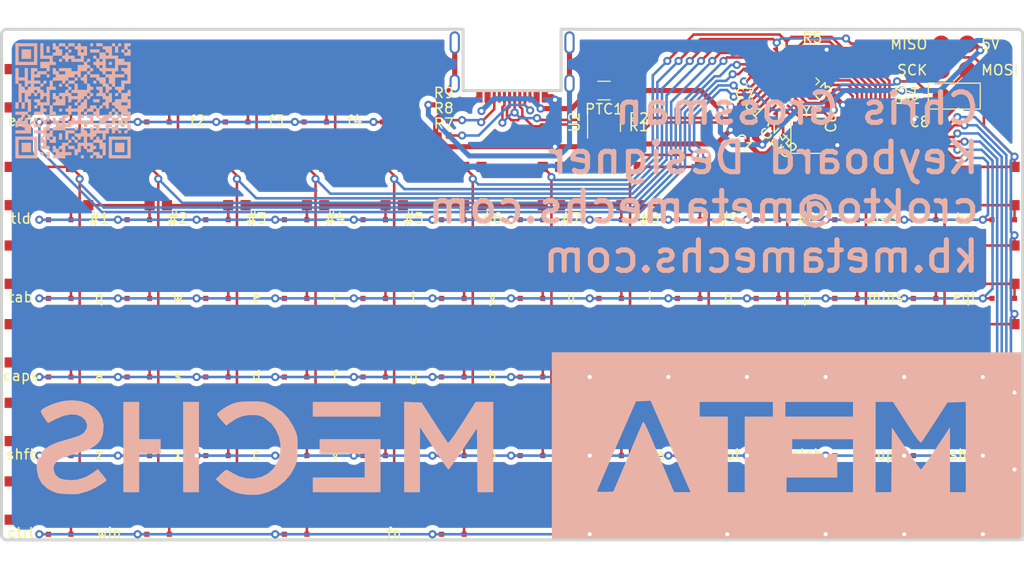
<source format=kicad_pcb>
(kicad_pcb (version 20171130) (host pcbnew "(5.1.4)-1")
  (layers (0 F.Cu signal) (31 B.Cu signal hide) (34 B.Paste user hide) (35 F.Paste user) (36 B.SilkS user hide) (37 F.SilkS user) (38 B.Mask user hide) (39 F.Mask user) (44 Edge.Cuts user))
  (net 0 "")
  (net 1 GND)
  (net 2 "Net-(C5-Pad1)")
  (net 3 +5V)
  (net 4 VBUS)
  (net 5 "Net-(R7-Pad2)")
  (net 6 "Net-(R8-Pad2)")
  (net 7 "Net-(R9-Pad1)")
  (net 8 "Net-(D1-Pad2)")
  (net 9 "Net-(D2-Pad2)")
  (net 10 "Net-(D3-Pad2)")
  (net 11 "Net-(D4-Pad2)")
  (net 12 "Net-(D5-Pad2)")
  (net 13 "Net-(D6-Pad2)")
  (net 14 "Net-(D7-Pad2)")
  (net 15 "Net-(D8-Pad2)")
  (net 16 "Net-(D9-Pad2)")
  (net 17 "Net-(D10-Pad2)")
  (net 18 "Net-(D11-Pad2)")
  (net 19 "Net-(D12-Pad2)")
  (net 20 "Net-(D13-Pad2)")
  (net 21 "Net-(D14-Pad2)")
  (net 22 "Net-(D15-Pad2)")
  (net 23 "Net-(D16-Pad2)")
  (net 24 "Net-(D17-Pad2)")
  (net 25 "Net-(D18-Pad2)")
  (net 26 "Net-(D19-Pad2)")
  (net 27 "Net-(D20-Pad2)")
  (net 28 "Net-(D21-Pad2)")
  (net 29 "Net-(D22-Pad2)")
  (net 30 "Net-(D23-Pad2)")
  (net 31 "Net-(D24-Pad2)")
  (net 32 "Net-(D25-Pad2)")
  (net 33 "Net-(D26-Pad2)")
  (net 34 "Net-(D27-Pad2)")
  (net 35 "Net-(D28-Pad2)")
  (net 36 "Net-(D29-Pad2)")
  (net 37 "Net-(D30-Pad2)")
  (net 38 "Net-(D31-Pad2)")
  (net 39 "Net-(D32-Pad2)")
  (net 40 "Net-(D33-Pad2)")
  (net 41 "Net-(D34-Pad2)")
  (net 42 "Net-(D35-Pad2)")
  (net 43 "Net-(D36-Pad2)")
  (net 44 "Net-(D37-Pad2)")
  (net 45 "Net-(D38-Pad2)")
  (net 46 "Net-(D39-Pad2)")
  (net 47 "Net-(D40-Pad2)")
  (net 48 "Net-(D41-Pad2)")
  (net 49 "Net-(D42-Pad2)")
  (net 50 "Net-(D43-Pad2)")
  (net 51 "Net-(D44-Pad2)")
  (net 52 "Net-(D45-Pad2)")
  (net 53 "Net-(D46-Pad2)")
  (net 54 "Net-(D47-Pad2)")
  (net 55 "Net-(D48-Pad2)")
  (net 56 "Net-(D49-Pad2)")
  (net 57 "Net-(D50-Pad2)")
  (net 58 "Net-(D51-Pad2)")
  (net 59 "Net-(D52-Pad2)")
  (net 60 "Net-(D53-Pad2)")
  (net 61 "Net-(D54-Pad2)")
  (net 62 "Net-(D55-Pad2)")
  (net 63 "Net-(D56-Pad2)")
  (net 64 "Net-(D57-Pad2)")
  (net 65 "Net-(D58-Pad2)")
  (net 66 "Net-(D59-Pad2)")
  (net 67 "Net-(D60-Pad2)")
  (net 68 "Net-(D61-Pad2)")
  (net 69 "Net-(C6-Pad1)")
  (net 70 "Net-(C7-Pad1)")
  (net 71 /16u2/RST)
  (net 72 /16u2/B2)
  (net 73 /16u2/B1)
  (net 74 /16u2/B3)
  (net 75 /16u2/D+)
  (net 76 /16u2/D-)
  (net 77 "Net-(R5-Pad1)")
  (net 78 /16u2/DB+)
  (net 79 /16u2/DB-)
  (net 80 /16u2/C4)
  (net 81 /16u2/C5)
  (net 82 /16u2/C6)
  (net 83 /16u2/C7)
  (net 84 /16u2/B7)
  (net 85 /16u2/B6)
  (net 86 /16u2/B5)
  (net 87 /16u2/B4)
  (net 88 /16u2/D6)
  (net 89 /16u2/D5)
  (net 90 /16u2/D4)
  (net 91 /16u2/D3)
  (net 92 /16u2/D2)
  (net 93 /16u2/D1)
  (net 94 /16u2/D0)
  (net 95 /16u2/C2)
  (net 96 "Net-(C8-Pad1)")
  (net 97 "Net-(D62-Pad2)")
  (net 98 "Net-(D63-Pad2)")
  (net 99 "Net-(D64-Pad2)")
  (net 100 "Net-(D65-Pad2)")
  (net 101 "Net-(D66-Pad2)")
  (module logo:qr (layer B.Cu) (at 7 7)
    (fp_text reference H2 hide)
    (fp_text value logo hide)
  )
  (module "logo:100mm wide logo" (layer B.Cu) (at 51.8 40.8 180)
    (fp_text reference H1 hide)
    (fp_text value logo hide)
  )
  (module smd-keys:100 (layer F.Cu) (at 65.4 15.35 180)
    (fp_text reference K14 hide)
    (fp_text value "#8" (at 1.925 -3.175) (layer F.SilkS))
    (pad 2 smd roundrect (at 3 1.875 180) (size 1 1) (layers F.Cu F.Paste F.Mask) (roundrect_rratio 0.05) (net 80 /16u2/C4))
    (pad 2 smd roundrect (at -3 1.875 180) (size 1 1) (layers F.Cu F.Paste F.Mask) (roundrect_rratio 0.05) (net 80 /16u2/C4))
    (pad 1 smd roundrect (at 3 -1.875 180) (size 1 1) (layers F.Cu F.Paste F.Mask) (roundrect_rratio 0.05) (net 21 "Net-(D14-Pad2)"))
    (pad 1 smd roundrect (at -3 -1.875 180) (size 1 1) (layers F.Cu F.Paste F.Mask) (roundrect_rratio 0.05) (net 21 "Net-(D14-Pad2)"))
  )
  (module smd-keys:100 (layer F.Cu) (at 36.525 5.775 180)
    (fp_text reference K5 hide)
    (fp_text value f4 (at 1.925 -3.175) (layer F.SilkS))
    (pad 2 smd roundrect (at 3 1.875 180) (size 1 1) (layers F.Cu F.Paste F.Mask) (roundrect_rratio 0.05) (net 87 /16u2/B4))
    (pad 2 smd roundrect (at -3 1.875 180) (size 1 1) (layers F.Cu F.Paste F.Mask) (roundrect_rratio 0.05) (net 87 /16u2/B4))
    (pad 1 smd roundrect (at 3 -1.875 180) (size 1 1) (layers F.Cu F.Paste F.Mask) (roundrect_rratio 0.05) (net 12 "Net-(D5-Pad2)"))
    (pad 1 smd roundrect (at -3 -1.875 180) (size 1 1) (layers F.Cu F.Paste F.Mask) (roundrect_rratio 0.05) (net 12 "Net-(D5-Pad2)"))
  )
  (module smd-keys:100 (layer F.Cu) (at 28.825 5.775 180)
    (fp_text reference K4 hide)
    (fp_text value f3 (at 1.925 -3.175) (layer F.SilkS))
    (pad 2 smd roundrect (at 3 1.875 180) (size 1 1) (layers F.Cu F.Paste F.Mask) (roundrect_rratio 0.05) (net 86 /16u2/B5))
    (pad 2 smd roundrect (at -3 1.875 180) (size 1 1) (layers F.Cu F.Paste F.Mask) (roundrect_rratio 0.05) (net 86 /16u2/B5))
    (pad 1 smd roundrect (at 3 -1.875 180) (size 1 1) (layers F.Cu F.Paste F.Mask) (roundrect_rratio 0.05) (net 11 "Net-(D4-Pad2)"))
    (pad 1 smd roundrect (at -3 -1.875 180) (size 1 1) (layers F.Cu F.Paste F.Mask) (roundrect_rratio 0.05) (net 11 "Net-(D4-Pad2)"))
  )
  (module smd-keys:100 (layer F.Cu) (at 21.125 5.775 180)
    (fp_text reference K3 hide)
    (fp_text value f2 (at 1.925 -3.175) (layer F.SilkS))
    (pad 2 smd roundrect (at 3 1.875 180) (size 1 1) (layers F.Cu F.Paste F.Mask) (roundrect_rratio 0.05) (net 85 /16u2/B6))
    (pad 2 smd roundrect (at -3 1.875 180) (size 1 1) (layers F.Cu F.Paste F.Mask) (roundrect_rratio 0.05) (net 85 /16u2/B6))
    (pad 1 smd roundrect (at 3 -1.875 180) (size 1 1) (layers F.Cu F.Paste F.Mask) (roundrect_rratio 0.05) (net 10 "Net-(D3-Pad2)"))
    (pad 1 smd roundrect (at -3 -1.875 180) (size 1 1) (layers F.Cu F.Paste F.Mask) (roundrect_rratio 0.05) (net 10 "Net-(D3-Pad2)"))
  )
  (module smd-keys:100 (layer F.Cu) (at 13.425 5.775 180)
    (fp_text reference K2 hide)
    (fp_text value f1 (at 1.925 -3.175) (layer F.SilkS))
    (pad 2 smd roundrect (at 3 1.875 180) (size 1 1) (layers F.Cu F.Paste F.Mask) (roundrect_rratio 0.05) (net 84 /16u2/B7))
    (pad 2 smd roundrect (at -3 1.875 180) (size 1 1) (layers F.Cu F.Paste F.Mask) (roundrect_rratio 0.05) (net 84 /16u2/B7))
    (pad 1 smd roundrect (at 3 -1.875 180) (size 1 1) (layers F.Cu F.Paste F.Mask) (roundrect_rratio 0.05) (net 9 "Net-(D2-Pad2)"))
    (pad 1 smd roundrect (at -3 -1.875 180) (size 1 1) (layers F.Cu F.Paste F.Mask) (roundrect_rratio 0.05) (net 9 "Net-(D2-Pad2)"))
  )
  (module smd-keys:100 (layer F.Cu) (at 3.8 5.775 180)
    (fp_text reference K1 hide)
    (fp_text value esc (at 1.925 -3.175) (layer F.SilkS))
    (pad 2 smd roundrect (at 3 1.875 180) (size 1 1) (layers F.Cu F.Paste F.Mask) (roundrect_rratio 0.05) (net 83 /16u2/C7))
    (pad 2 smd roundrect (at -3 1.875 180) (size 1 1) (layers F.Cu F.Paste F.Mask) (roundrect_rratio 0.05) (net 83 /16u2/C7))
    (pad 1 smd roundrect (at 3 -1.875 180) (size 1 1) (layers F.Cu F.Paste F.Mask) (roundrect_rratio 0.05) (net 8 "Net-(D1-Pad2)"))
    (pad 1 smd roundrect (at -3 -1.875 180) (size 1 1) (layers F.Cu F.Paste F.Mask) (roundrect_rratio 0.05) (net 8 "Net-(D1-Pad2)"))
  )
  (module smd-keys:100 (layer F.Cu) (at 3.8 23.05 180)
    (fp_text reference K19 hide)
    (fp_text value tab (at 1.925 -3.175) (layer F.SilkS))
    (pad 2 smd roundrect (at 3 1.875 180) (size 1 1) (layers F.Cu F.Paste F.Mask) (roundrect_rratio 0.05) (net 83 /16u2/C7))
    (pad 2 smd roundrect (at -3 1.875 180) (size 1 1) (layers F.Cu F.Paste F.Mask) (roundrect_rratio 0.05) (net 83 /16u2/C7))
    (pad 1 smd roundrect (at 3 -1.875 180) (size 1 1) (layers F.Cu F.Paste F.Mask) (roundrect_rratio 0.05) (net 26 "Net-(D19-Pad2)"))
    (pad 1 smd roundrect (at -3 -1.875 180) (size 1 1) (layers F.Cu F.Paste F.Mask) (roundrect_rratio 0.05) (net 26 "Net-(D19-Pad2)"))
  )
  (module smd-keys:100 (layer F.Cu) (at 3.8 15.35 180)
    (fp_text reference K6 hide)
    (fp_text value tld (at 1.925 -3.175) (layer F.SilkS))
    (pad 2 smd roundrect (at 3 1.875 180) (size 1 1) (layers F.Cu F.Paste F.Mask) (roundrect_rratio 0.05) (net 83 /16u2/C7))
    (pad 2 smd roundrect (at -3 1.875 180) (size 1 1) (layers F.Cu F.Paste F.Mask) (roundrect_rratio 0.05) (net 83 /16u2/C7))
    (pad 1 smd roundrect (at 3 -1.875 180) (size 1 1) (layers F.Cu F.Paste F.Mask) (roundrect_rratio 0.05) (net 13 "Net-(D6-Pad2)"))
    (pad 1 smd roundrect (at -3 -1.875 180) (size 1 1) (layers F.Cu F.Paste F.Mask) (roundrect_rratio 0.05) (net 13 "Net-(D6-Pad2)"))
  )
  (module smd-keys:100 (layer F.Cu) (at 11.5 15.35 180)
    (fp_text reference K7 hide)
    (fp_text value "#1" (at 1.925 -3.175) (layer F.SilkS))
    (pad 2 smd roundrect (at 3 1.875 180) (size 1 1) (layers F.Cu F.Paste F.Mask) (roundrect_rratio 0.05) (net 84 /16u2/B7))
    (pad 2 smd roundrect (at -3 1.875 180) (size 1 1) (layers F.Cu F.Paste F.Mask) (roundrect_rratio 0.05) (net 84 /16u2/B7))
    (pad 1 smd roundrect (at 3 -1.875 180) (size 1 1) (layers F.Cu F.Paste F.Mask) (roundrect_rratio 0.05) (net 14 "Net-(D7-Pad2)"))
    (pad 1 smd roundrect (at -3 -1.875 180) (size 1 1) (layers F.Cu F.Paste F.Mask) (roundrect_rratio 0.05) (net 14 "Net-(D7-Pad2)"))
  )
  (module smd-keys:100 (layer F.Cu) (at 19.2 15.35 180)
    (fp_text reference K8 hide)
    (fp_text value "#2" (at 1.925 -3.175) (layer F.SilkS))
    (pad 2 smd roundrect (at 3 1.875 180) (size 1 1) (layers F.Cu F.Paste F.Mask) (roundrect_rratio 0.05) (net 85 /16u2/B6))
    (pad 2 smd roundrect (at -3 1.875 180) (size 1 1) (layers F.Cu F.Paste F.Mask) (roundrect_rratio 0.05) (net 85 /16u2/B6))
    (pad 1 smd roundrect (at 3 -1.875 180) (size 1 1) (layers F.Cu F.Paste F.Mask) (roundrect_rratio 0.05) (net 15 "Net-(D8-Pad2)"))
    (pad 1 smd roundrect (at -3 -1.875 180) (size 1 1) (layers F.Cu F.Paste F.Mask) (roundrect_rratio 0.05) (net 15 "Net-(D8-Pad2)"))
  )
  (module smd-keys:100 (layer F.Cu) (at 26.9 15.35 180)
    (fp_text reference K9 hide)
    (fp_text value "#3" (at 1.925 -3.175) (layer F.SilkS))
    (pad 2 smd roundrect (at 3 1.875 180) (size 1 1) (layers F.Cu F.Paste F.Mask) (roundrect_rratio 0.05) (net 86 /16u2/B5))
    (pad 2 smd roundrect (at -3 1.875 180) (size 1 1) (layers F.Cu F.Paste F.Mask) (roundrect_rratio 0.05) (net 86 /16u2/B5))
    (pad 1 smd roundrect (at 3 -1.875 180) (size 1 1) (layers F.Cu F.Paste F.Mask) (roundrect_rratio 0.05) (net 16 "Net-(D9-Pad2)"))
    (pad 1 smd roundrect (at -3 -1.875 180) (size 1 1) (layers F.Cu F.Paste F.Mask) (roundrect_rratio 0.05) (net 16 "Net-(D9-Pad2)"))
  )
  (module smd-keys:100 (layer F.Cu) (at 34.6 15.35 180)
    (fp_text reference K10 hide)
    (fp_text value "#4" (at 1.925 -3.175) (layer F.SilkS))
    (pad 2 smd roundrect (at 3 1.875 180) (size 1 1) (layers F.Cu F.Paste F.Mask) (roundrect_rratio 0.05) (net 87 /16u2/B4))
    (pad 2 smd roundrect (at -3 1.875 180) (size 1 1) (layers F.Cu F.Paste F.Mask) (roundrect_rratio 0.05) (net 87 /16u2/B4))
    (pad 1 smd roundrect (at 3 -1.875 180) (size 1 1) (layers F.Cu F.Paste F.Mask) (roundrect_rratio 0.05) (net 17 "Net-(D10-Pad2)"))
    (pad 1 smd roundrect (at -3 -1.875 180) (size 1 1) (layers F.Cu F.Paste F.Mask) (roundrect_rratio 0.05) (net 17 "Net-(D10-Pad2)"))
  )
  (module smd-keys:100 (layer F.Cu) (at 42.3 15.35 180)
    (fp_text reference K11 hide)
    (fp_text value "#5" (at 1.925 -3.175) (layer F.SilkS))
    (pad 2 smd roundrect (at 3 1.875 180) (size 1 1) (layers F.Cu F.Paste F.Mask) (roundrect_rratio 0.05) (net 74 /16u2/B3))
    (pad 2 smd roundrect (at -3 1.875 180) (size 1 1) (layers F.Cu F.Paste F.Mask) (roundrect_rratio 0.05) (net 74 /16u2/B3))
    (pad 1 smd roundrect (at 3 -1.875 180) (size 1 1) (layers F.Cu F.Paste F.Mask) (roundrect_rratio 0.05) (net 18 "Net-(D11-Pad2)"))
    (pad 1 smd roundrect (at -3 -1.875 180) (size 1 1) (layers F.Cu F.Paste F.Mask) (roundrect_rratio 0.05) (net 18 "Net-(D11-Pad2)"))
  )
  (module smd-keys:100 (layer F.Cu) (at 50 15.35 180)
    (fp_text reference K12 hide)
    (fp_text value "#6" (at 1.925 -3.175) (layer F.SilkS))
    (pad 2 smd roundrect (at 3 1.875 180) (size 1 1) (layers F.Cu F.Paste F.Mask) (roundrect_rratio 0.05) (net 72 /16u2/B2))
    (pad 2 smd roundrect (at -3 1.875 180) (size 1 1) (layers F.Cu F.Paste F.Mask) (roundrect_rratio 0.05) (net 72 /16u2/B2))
    (pad 1 smd roundrect (at 3 -1.875 180) (size 1 1) (layers F.Cu F.Paste F.Mask) (roundrect_rratio 0.05) (net 19 "Net-(D12-Pad2)"))
    (pad 1 smd roundrect (at -3 -1.875 180) (size 1 1) (layers F.Cu F.Paste F.Mask) (roundrect_rratio 0.05) (net 19 "Net-(D12-Pad2)"))
  )
  (module smd-keys:100 (layer F.Cu) (at 57.7 15.35 180)
    (fp_text reference K13 hide)
    (fp_text value "#7" (at 1.925 -3.175) (layer F.SilkS))
    (pad 2 smd roundrect (at 3 1.875 180) (size 1 1) (layers F.Cu F.Paste F.Mask) (roundrect_rratio 0.05) (net 81 /16u2/C5))
    (pad 2 smd roundrect (at -3 1.875 180) (size 1 1) (layers F.Cu F.Paste F.Mask) (roundrect_rratio 0.05) (net 81 /16u2/C5))
    (pad 1 smd roundrect (at 3 -1.875 180) (size 1 1) (layers F.Cu F.Paste F.Mask) (roundrect_rratio 0.05) (net 20 "Net-(D13-Pad2)"))
    (pad 1 smd roundrect (at -3 -1.875 180) (size 1 1) (layers F.Cu F.Paste F.Mask) (roundrect_rratio 0.05) (net 20 "Net-(D13-Pad2)"))
  )
  (module smd-keys:100 (layer F.Cu) (at 73.1 15.35 180)
    (fp_text reference K15 hide)
    (fp_text value "#9" (at 1.925 -3.175) (layer F.SilkS))
    (pad 2 smd roundrect (at 3 1.875 180) (size 1 1) (layers F.Cu F.Paste F.Mask) (roundrect_rratio 0.05) (net 95 /16u2/C2))
    (pad 2 smd roundrect (at -3 1.875 180) (size 1 1) (layers F.Cu F.Paste F.Mask) (roundrect_rratio 0.05) (net 95 /16u2/C2))
    (pad 1 smd roundrect (at 3 -1.875 180) (size 1 1) (layers F.Cu F.Paste F.Mask) (roundrect_rratio 0.05) (net 22 "Net-(D15-Pad2)"))
    (pad 1 smd roundrect (at -3 -1.875 180) (size 1 1) (layers F.Cu F.Paste F.Mask) (roundrect_rratio 0.05) (net 22 "Net-(D15-Pad2)"))
  )
  (module smd-keys:100 (layer F.Cu) (at 80.8 15.35 180)
    (fp_text reference K16 hide)
    (fp_text value "#0" (at 1.925 -3.175) (layer F.SilkS))
    (pad 2 smd roundrect (at 3 1.875 180) (size 1 1) (layers F.Cu F.Paste F.Mask) (roundrect_rratio 0.05) (net 94 /16u2/D0))
    (pad 2 smd roundrect (at -3 1.875 180) (size 1 1) (layers F.Cu F.Paste F.Mask) (roundrect_rratio 0.05) (net 94 /16u2/D0))
    (pad 1 smd roundrect (at 3 -1.875 180) (size 1 1) (layers F.Cu F.Paste F.Mask) (roundrect_rratio 0.05) (net 23 "Net-(D16-Pad2)"))
    (pad 1 smd roundrect (at -3 -1.875 180) (size 1 1) (layers F.Cu F.Paste F.Mask) (roundrect_rratio 0.05) (net 23 "Net-(D16-Pad2)"))
  )
  (module smd-keys:100 (layer F.Cu) (at 88.5 15.35 180)
    (fp_text reference K17 hide)
    (fp_text value bsls (at 1.925 -3.175) (layer F.SilkS))
    (pad 2 smd roundrect (at 3 1.875 180) (size 1 1) (layers F.Cu F.Paste F.Mask) (roundrect_rratio 0.05) (net 93 /16u2/D1))
    (pad 2 smd roundrect (at -3 1.875 180) (size 1 1) (layers F.Cu F.Paste F.Mask) (roundrect_rratio 0.05) (net 93 /16u2/D1))
    (pad 1 smd roundrect (at 3 -1.875 180) (size 1 1) (layers F.Cu F.Paste F.Mask) (roundrect_rratio 0.05) (net 24 "Net-(D17-Pad2)"))
    (pad 1 smd roundrect (at -3 -1.875 180) (size 1 1) (layers F.Cu F.Paste F.Mask) (roundrect_rratio 0.05) (net 24 "Net-(D17-Pad2)"))
  )
  (module smd-keys:100 (layer F.Cu) (at 96.2 15.35 180)
    (fp_text reference K18 hide)
    (fp_text value bs (at 1.925 -3.175) (layer F.SilkS))
    (pad 2 smd roundrect (at 3 1.875 180) (size 1 1) (layers F.Cu F.Paste F.Mask) (roundrect_rratio 0.05) (net 73 /16u2/B1))
    (pad 2 smd roundrect (at -3 1.875 180) (size 1 1) (layers F.Cu F.Paste F.Mask) (roundrect_rratio 0.05) (net 73 /16u2/B1))
    (pad 1 smd roundrect (at 3 -1.875 180) (size 1 1) (layers F.Cu F.Paste F.Mask) (roundrect_rratio 0.05) (net 25 "Net-(D18-Pad2)"))
    (pad 1 smd roundrect (at -3 -1.875 180) (size 1 1) (layers F.Cu F.Paste F.Mask) (roundrect_rratio 0.05) (net 25 "Net-(D18-Pad2)"))
  )
  (module smd-keys:100 (layer F.Cu) (at 11.5 23.05 180)
    (fp_text reference K20 hide)
    (fp_text value q (at 1.925 -3.175) (layer F.SilkS))
    (pad 2 smd roundrect (at 3 1.875 180) (size 1 1) (layers F.Cu F.Paste F.Mask) (roundrect_rratio 0.05) (net 84 /16u2/B7))
    (pad 2 smd roundrect (at -3 1.875 180) (size 1 1) (layers F.Cu F.Paste F.Mask) (roundrect_rratio 0.05) (net 84 /16u2/B7))
    (pad 1 smd roundrect (at 3 -1.875 180) (size 1 1) (layers F.Cu F.Paste F.Mask) (roundrect_rratio 0.05) (net 27 "Net-(D20-Pad2)"))
    (pad 1 smd roundrect (at -3 -1.875 180) (size 1 1) (layers F.Cu F.Paste F.Mask) (roundrect_rratio 0.05) (net 27 "Net-(D20-Pad2)"))
  )
  (module smd-keys:100 (layer F.Cu) (at 19.2 23.05 180)
    (fp_text reference K21 hide)
    (fp_text value w (at 1.925 -3.175) (layer F.SilkS))
    (pad 2 smd roundrect (at 3 1.875 180) (size 1 1) (layers F.Cu F.Paste F.Mask) (roundrect_rratio 0.05) (net 85 /16u2/B6))
    (pad 2 smd roundrect (at -3 1.875 180) (size 1 1) (layers F.Cu F.Paste F.Mask) (roundrect_rratio 0.05) (net 85 /16u2/B6))
    (pad 1 smd roundrect (at 3 -1.875 180) (size 1 1) (layers F.Cu F.Paste F.Mask) (roundrect_rratio 0.05) (net 28 "Net-(D21-Pad2)"))
    (pad 1 smd roundrect (at -3 -1.875 180) (size 1 1) (layers F.Cu F.Paste F.Mask) (roundrect_rratio 0.05) (net 28 "Net-(D21-Pad2)"))
  )
  (module smd-keys:100 (layer F.Cu) (at 26.9 23.05 180)
    (fp_text reference K22 hide)
    (fp_text value e (at 1.925 -3.175) (layer F.SilkS))
    (pad 2 smd roundrect (at 3 1.875 180) (size 1 1) (layers F.Cu F.Paste F.Mask) (roundrect_rratio 0.05) (net 86 /16u2/B5))
    (pad 2 smd roundrect (at -3 1.875 180) (size 1 1) (layers F.Cu F.Paste F.Mask) (roundrect_rratio 0.05) (net 86 /16u2/B5))
    (pad 1 smd roundrect (at 3 -1.875 180) (size 1 1) (layers F.Cu F.Paste F.Mask) (roundrect_rratio 0.05) (net 29 "Net-(D22-Pad2)"))
    (pad 1 smd roundrect (at -3 -1.875 180) (size 1 1) (layers F.Cu F.Paste F.Mask) (roundrect_rratio 0.05) (net 29 "Net-(D22-Pad2)"))
  )
  (module smd-keys:100 (layer F.Cu) (at 34.6 23.05 180)
    (fp_text reference K23 hide)
    (fp_text value r (at 1.925 -3.175) (layer F.SilkS))
    (pad 2 smd roundrect (at 3 1.875 180) (size 1 1) (layers F.Cu F.Paste F.Mask) (roundrect_rratio 0.05) (net 87 /16u2/B4))
    (pad 2 smd roundrect (at -3 1.875 180) (size 1 1) (layers F.Cu F.Paste F.Mask) (roundrect_rratio 0.05) (net 87 /16u2/B4))
    (pad 1 smd roundrect (at 3 -1.875 180) (size 1 1) (layers F.Cu F.Paste F.Mask) (roundrect_rratio 0.05) (net 30 "Net-(D23-Pad2)"))
    (pad 1 smd roundrect (at -3 -1.875 180) (size 1 1) (layers F.Cu F.Paste F.Mask) (roundrect_rratio 0.05) (net 30 "Net-(D23-Pad2)"))
  )
  (module smd-keys:100 (layer F.Cu) (at 42.3 23.05 180)
    (fp_text reference K24 hide)
    (fp_text value t (at 1.925 -3.175) (layer F.SilkS))
    (pad 2 smd roundrect (at 3 1.875 180) (size 1 1) (layers F.Cu F.Paste F.Mask) (roundrect_rratio 0.05) (net 74 /16u2/B3))
    (pad 2 smd roundrect (at -3 1.875 180) (size 1 1) (layers F.Cu F.Paste F.Mask) (roundrect_rratio 0.05) (net 74 /16u2/B3))
    (pad 1 smd roundrect (at 3 -1.875 180) (size 1 1) (layers F.Cu F.Paste F.Mask) (roundrect_rratio 0.05) (net 31 "Net-(D24-Pad2)"))
    (pad 1 smd roundrect (at -3 -1.875 180) (size 1 1) (layers F.Cu F.Paste F.Mask) (roundrect_rratio 0.05) (net 31 "Net-(D24-Pad2)"))
  )
  (module smd-keys:100 (layer F.Cu) (at 50 23.05 180)
    (fp_text reference K25 hide)
    (fp_text value y (at 1.925 -3.175) (layer F.SilkS))
    (pad 2 smd roundrect (at 3 1.875 180) (size 1 1) (layers F.Cu F.Paste F.Mask) (roundrect_rratio 0.05) (net 72 /16u2/B2))
    (pad 2 smd roundrect (at -3 1.875 180) (size 1 1) (layers F.Cu F.Paste F.Mask) (roundrect_rratio 0.05) (net 72 /16u2/B2))
    (pad 1 smd roundrect (at 3 -1.875 180) (size 1 1) (layers F.Cu F.Paste F.Mask) (roundrect_rratio 0.05) (net 32 "Net-(D25-Pad2)"))
    (pad 1 smd roundrect (at -3 -1.875 180) (size 1 1) (layers F.Cu F.Paste F.Mask) (roundrect_rratio 0.05) (net 32 "Net-(D25-Pad2)"))
  )
  (module smd-keys:100 (layer F.Cu) (at 57.7 23.05 180)
    (fp_text reference K26 hide)
    (fp_text value u (at 1.925 -3.175) (layer F.SilkS))
    (pad 2 smd roundrect (at 3 1.875 180) (size 1 1) (layers F.Cu F.Paste F.Mask) (roundrect_rratio 0.05) (net 81 /16u2/C5))
    (pad 2 smd roundrect (at -3 1.875 180) (size 1 1) (layers F.Cu F.Paste F.Mask) (roundrect_rratio 0.05) (net 81 /16u2/C5))
    (pad 1 smd roundrect (at 3 -1.875 180) (size 1 1) (layers F.Cu F.Paste F.Mask) (roundrect_rratio 0.05) (net 33 "Net-(D26-Pad2)"))
    (pad 1 smd roundrect (at -3 -1.875 180) (size 1 1) (layers F.Cu F.Paste F.Mask) (roundrect_rratio 0.05) (net 33 "Net-(D26-Pad2)"))
  )
  (module smd-keys:100 (layer F.Cu) (at 65.4 23.05 180)
    (fp_text reference K27 hide)
    (fp_text value i (at 1.925 -3.175) (layer F.SilkS))
    (pad 2 smd roundrect (at 3 1.875 180) (size 1 1) (layers F.Cu F.Paste F.Mask) (roundrect_rratio 0.05) (net 80 /16u2/C4))
    (pad 2 smd roundrect (at -3 1.875 180) (size 1 1) (layers F.Cu F.Paste F.Mask) (roundrect_rratio 0.05) (net 80 /16u2/C4))
    (pad 1 smd roundrect (at 3 -1.875 180) (size 1 1) (layers F.Cu F.Paste F.Mask) (roundrect_rratio 0.05) (net 34 "Net-(D27-Pad2)"))
    (pad 1 smd roundrect (at -3 -1.875 180) (size 1 1) (layers F.Cu F.Paste F.Mask) (roundrect_rratio 0.05) (net 34 "Net-(D27-Pad2)"))
  )
  (module smd-keys:100 (layer F.Cu) (at 73.1 23.05 180)
    (fp_text reference K28 hide)
    (fp_text value o (at 1.925 -3.175) (layer F.SilkS))
    (pad 2 smd roundrect (at 3 1.875 180) (size 1 1) (layers F.Cu F.Paste F.Mask) (roundrect_rratio 0.05) (net 95 /16u2/C2))
    (pad 2 smd roundrect (at -3 1.875 180) (size 1 1) (layers F.Cu F.Paste F.Mask) (roundrect_rratio 0.05) (net 95 /16u2/C2))
    (pad 1 smd roundrect (at 3 -1.875 180) (size 1 1) (layers F.Cu F.Paste F.Mask) (roundrect_rratio 0.05) (net 35 "Net-(D28-Pad2)"))
    (pad 1 smd roundrect (at -3 -1.875 180) (size 1 1) (layers F.Cu F.Paste F.Mask) (roundrect_rratio 0.05) (net 35 "Net-(D28-Pad2)"))
  )
  (module smd-keys:100 (layer F.Cu) (at 80.8 23.05 180)
    (fp_text reference K29 hide)
    (fp_text value p (at 1.925 -3.175) (layer F.SilkS))
    (pad 2 smd roundrect (at 3 1.875 180) (size 1 1) (layers F.Cu F.Paste F.Mask) (roundrect_rratio 0.05) (net 94 /16u2/D0))
    (pad 2 smd roundrect (at -3 1.875 180) (size 1 1) (layers F.Cu F.Paste F.Mask) (roundrect_rratio 0.05) (net 94 /16u2/D0))
    (pad 1 smd roundrect (at 3 -1.875 180) (size 1 1) (layers F.Cu F.Paste F.Mask) (roundrect_rratio 0.05) (net 36 "Net-(D29-Pad2)"))
    (pad 1 smd roundrect (at -3 -1.875 180) (size 1 1) (layers F.Cu F.Paste F.Mask) (roundrect_rratio 0.05) (net 36 "Net-(D29-Pad2)"))
  )
  (module smd-keys:100 (layer F.Cu) (at 88.5 23.05 180)
    (fp_text reference K30 hide)
    (fp_text value mins (at 1.925 -3.175) (layer F.SilkS))
    (pad 2 smd roundrect (at 3 1.875 180) (size 1 1) (layers F.Cu F.Paste F.Mask) (roundrect_rratio 0.05) (net 93 /16u2/D1))
    (pad 2 smd roundrect (at -3 1.875 180) (size 1 1) (layers F.Cu F.Paste F.Mask) (roundrect_rratio 0.05) (net 93 /16u2/D1))
    (pad 1 smd roundrect (at 3 -1.875 180) (size 1 1) (layers F.Cu F.Paste F.Mask) (roundrect_rratio 0.05) (net 37 "Net-(D30-Pad2)"))
    (pad 1 smd roundrect (at -3 -1.875 180) (size 1 1) (layers F.Cu F.Paste F.Mask) (roundrect_rratio 0.05) (net 37 "Net-(D30-Pad2)"))
  )
  (module smd-keys:100 (layer F.Cu) (at 96.2 23.05 180)
    (fp_text reference K31 hide)
    (fp_text value eql (at 1.925 -3.175) (layer F.SilkS))
    (pad 2 smd roundrect (at 3 1.875 180) (size 1 1) (layers F.Cu F.Paste F.Mask) (roundrect_rratio 0.05) (net 73 /16u2/B1))
    (pad 2 smd roundrect (at -3 1.875 180) (size 1 1) (layers F.Cu F.Paste F.Mask) (roundrect_rratio 0.05) (net 73 /16u2/B1))
    (pad 1 smd roundrect (at 3 -1.875 180) (size 1 1) (layers F.Cu F.Paste F.Mask) (roundrect_rratio 0.05) (net 38 "Net-(D31-Pad2)"))
    (pad 1 smd roundrect (at -3 -1.875 180) (size 1 1) (layers F.Cu F.Paste F.Mask) (roundrect_rratio 0.05) (net 38 "Net-(D31-Pad2)"))
  )
  (module smd-keys:100 (layer F.Cu) (at 3.8 30.75 180)
    (fp_text reference K32 hide)
    (fp_text value caps (at 1.925 -3.175) (layer F.SilkS))
    (pad 2 smd roundrect (at 3 1.875 180) (size 1 1) (layers F.Cu F.Paste F.Mask) (roundrect_rratio 0.05) (net 83 /16u2/C7))
    (pad 2 smd roundrect (at -3 1.875 180) (size 1 1) (layers F.Cu F.Paste F.Mask) (roundrect_rratio 0.05) (net 83 /16u2/C7))
    (pad 1 smd roundrect (at 3 -1.875 180) (size 1 1) (layers F.Cu F.Paste F.Mask) (roundrect_rratio 0.05) (net 39 "Net-(D32-Pad2)"))
    (pad 1 smd roundrect (at -3 -1.875 180) (size 1 1) (layers F.Cu F.Paste F.Mask) (roundrect_rratio 0.05) (net 39 "Net-(D32-Pad2)"))
  )
  (module smd-keys:100 (layer F.Cu) (at 11.5 30.75 180)
    (fp_text reference K33 hide)
    (fp_text value a (at 1.925 -3.175) (layer F.SilkS))
    (pad 2 smd roundrect (at 3 1.875 180) (size 1 1) (layers F.Cu F.Paste F.Mask) (roundrect_rratio 0.05) (net 84 /16u2/B7))
    (pad 2 smd roundrect (at -3 1.875 180) (size 1 1) (layers F.Cu F.Paste F.Mask) (roundrect_rratio 0.05) (net 84 /16u2/B7))
    (pad 1 smd roundrect (at 3 -1.875 180) (size 1 1) (layers F.Cu F.Paste F.Mask) (roundrect_rratio 0.05) (net 40 "Net-(D33-Pad2)"))
    (pad 1 smd roundrect (at -3 -1.875 180) (size 1 1) (layers F.Cu F.Paste F.Mask) (roundrect_rratio 0.05) (net 40 "Net-(D33-Pad2)"))
  )
  (module smd-keys:100 (layer F.Cu) (at 19.2 30.75 180)
    (fp_text reference K34 hide)
    (fp_text value s (at 1.925 -3.175) (layer F.SilkS))
    (pad 2 smd roundrect (at 3 1.875 180) (size 1 1) (layers F.Cu F.Paste F.Mask) (roundrect_rratio 0.05) (net 85 /16u2/B6))
    (pad 2 smd roundrect (at -3 1.875 180) (size 1 1) (layers F.Cu F.Paste F.Mask) (roundrect_rratio 0.05) (net 85 /16u2/B6))
    (pad 1 smd roundrect (at 3 -1.875 180) (size 1 1) (layers F.Cu F.Paste F.Mask) (roundrect_rratio 0.05) (net 41 "Net-(D34-Pad2)"))
    (pad 1 smd roundrect (at -3 -1.875 180) (size 1 1) (layers F.Cu F.Paste F.Mask) (roundrect_rratio 0.05) (net 41 "Net-(D34-Pad2)"))
  )
  (module smd-keys:100 (layer F.Cu) (at 26.9 30.75 180)
    (fp_text reference K35 hide)
    (fp_text value d (at 1.925 -3.175) (layer F.SilkS))
    (pad 2 smd roundrect (at 3 1.875 180) (size 1 1) (layers F.Cu F.Paste F.Mask) (roundrect_rratio 0.05) (net 86 /16u2/B5))
    (pad 2 smd roundrect (at -3 1.875 180) (size 1 1) (layers F.Cu F.Paste F.Mask) (roundrect_rratio 0.05) (net 86 /16u2/B5))
    (pad 1 smd roundrect (at 3 -1.875 180) (size 1 1) (layers F.Cu F.Paste F.Mask) (roundrect_rratio 0.05) (net 42 "Net-(D35-Pad2)"))
    (pad 1 smd roundrect (at -3 -1.875 180) (size 1 1) (layers F.Cu F.Paste F.Mask) (roundrect_rratio 0.05) (net 42 "Net-(D35-Pad2)"))
  )
  (module smd-keys:100 (layer F.Cu) (at 34.6 30.75 180)
    (fp_text reference K36 hide)
    (fp_text value f (at 1.925 -3.175) (layer F.SilkS))
    (pad 2 smd roundrect (at 3 1.875 180) (size 1 1) (layers F.Cu F.Paste F.Mask) (roundrect_rratio 0.05) (net 87 /16u2/B4))
    (pad 2 smd roundrect (at -3 1.875 180) (size 1 1) (layers F.Cu F.Paste F.Mask) (roundrect_rratio 0.05) (net 87 /16u2/B4))
    (pad 1 smd roundrect (at 3 -1.875 180) (size 1 1) (layers F.Cu F.Paste F.Mask) (roundrect_rratio 0.05) (net 43 "Net-(D36-Pad2)"))
    (pad 1 smd roundrect (at -3 -1.875 180) (size 1 1) (layers F.Cu F.Paste F.Mask) (roundrect_rratio 0.05) (net 43 "Net-(D36-Pad2)"))
  )
  (module smd-keys:100 (layer F.Cu) (at 42.3 30.75 180)
    (fp_text reference K37 hide)
    (fp_text value g (at 1.925 -3.175) (layer F.SilkS))
    (pad 2 smd roundrect (at 3 1.875 180) (size 1 1) (layers F.Cu F.Paste F.Mask) (roundrect_rratio 0.05) (net 74 /16u2/B3))
    (pad 2 smd roundrect (at -3 1.875 180) (size 1 1) (layers F.Cu F.Paste F.Mask) (roundrect_rratio 0.05) (net 74 /16u2/B3))
    (pad 1 smd roundrect (at 3 -1.875 180) (size 1 1) (layers F.Cu F.Paste F.Mask) (roundrect_rratio 0.05) (net 44 "Net-(D37-Pad2)"))
    (pad 1 smd roundrect (at -3 -1.875 180) (size 1 1) (layers F.Cu F.Paste F.Mask) (roundrect_rratio 0.05) (net 44 "Net-(D37-Pad2)"))
  )
  (module smd-keys:100 (layer F.Cu) (at 50 30.75 180)
    (fp_text reference K38 hide)
    (fp_text value h (at 1.925 -3.175) (layer F.SilkS))
    (pad 2 smd roundrect (at 3 1.875 180) (size 1 1) (layers F.Cu F.Paste F.Mask) (roundrect_rratio 0.05) (net 72 /16u2/B2))
    (pad 2 smd roundrect (at -3 1.875 180) (size 1 1) (layers F.Cu F.Paste F.Mask) (roundrect_rratio 0.05) (net 72 /16u2/B2))
    (pad 1 smd roundrect (at 3 -1.875 180) (size 1 1) (layers F.Cu F.Paste F.Mask) (roundrect_rratio 0.05) (net 45 "Net-(D38-Pad2)"))
    (pad 1 smd roundrect (at -3 -1.875 180) (size 1 1) (layers F.Cu F.Paste F.Mask) (roundrect_rratio 0.05) (net 45 "Net-(D38-Pad2)"))
  )
  (module smd-keys:100 (layer F.Cu) (at 57.7 30.75 180)
    (fp_text reference K39 hide)
    (fp_text value j (at 1.925 -3.175) (layer F.SilkS))
    (pad 2 smd roundrect (at 3 1.875 180) (size 1 1) (layers F.Cu F.Paste F.Mask) (roundrect_rratio 0.05) (net 81 /16u2/C5))
    (pad 2 smd roundrect (at -3 1.875 180) (size 1 1) (layers F.Cu F.Paste F.Mask) (roundrect_rratio 0.05) (net 81 /16u2/C5))
    (pad 1 smd roundrect (at 3 -1.875 180) (size 1 1) (layers F.Cu F.Paste F.Mask) (roundrect_rratio 0.05) (net 46 "Net-(D39-Pad2)"))
    (pad 1 smd roundrect (at -3 -1.875 180) (size 1 1) (layers F.Cu F.Paste F.Mask) (roundrect_rratio 0.05) (net 46 "Net-(D39-Pad2)"))
  )
  (module smd-keys:100 (layer F.Cu) (at 65.4 30.75 180)
    (fp_text reference K40 hide)
    (fp_text value k (at 1.925 -3.175) (layer F.SilkS))
    (pad 2 smd roundrect (at 3 1.875 180) (size 1 1) (layers F.Cu F.Paste F.Mask) (roundrect_rratio 0.05) (net 80 /16u2/C4))
    (pad 2 smd roundrect (at -3 1.875 180) (size 1 1) (layers F.Cu F.Paste F.Mask) (roundrect_rratio 0.05) (net 80 /16u2/C4))
    (pad 1 smd roundrect (at 3 -1.875 180) (size 1 1) (layers F.Cu F.Paste F.Mask) (roundrect_rratio 0.05) (net 47 "Net-(D40-Pad2)"))
    (pad 1 smd roundrect (at -3 -1.875 180) (size 1 1) (layers F.Cu F.Paste F.Mask) (roundrect_rratio 0.05) (net 47 "Net-(D40-Pad2)"))
  )
  (module smd-keys:100 (layer F.Cu) (at 73.1 30.75 180)
    (fp_text reference K41 hide)
    (fp_text value l (at 1.925 -3.175) (layer F.SilkS))
    (pad 2 smd roundrect (at 3 1.875 180) (size 1 1) (layers F.Cu F.Paste F.Mask) (roundrect_rratio 0.05) (net 95 /16u2/C2))
    (pad 2 smd roundrect (at -3 1.875 180) (size 1 1) (layers F.Cu F.Paste F.Mask) (roundrect_rratio 0.05) (net 95 /16u2/C2))
    (pad 1 smd roundrect (at 3 -1.875 180) (size 1 1) (layers F.Cu F.Paste F.Mask) (roundrect_rratio 0.05) (net 48 "Net-(D41-Pad2)"))
    (pad 1 smd roundrect (at -3 -1.875 180) (size 1 1) (layers F.Cu F.Paste F.Mask) (roundrect_rratio 0.05) (net 48 "Net-(D41-Pad2)"))
  )
  (module smd-keys:100 (layer F.Cu) (at 80.8 30.75 180)
    (fp_text reference K42 hide)
    (fp_text value clns (at 1.925 -3.175) (layer F.SilkS))
    (pad 2 smd roundrect (at 3 1.875 180) (size 1 1) (layers F.Cu F.Paste F.Mask) (roundrect_rratio 0.05) (net 94 /16u2/D0))
    (pad 2 smd roundrect (at -3 1.875 180) (size 1 1) (layers F.Cu F.Paste F.Mask) (roundrect_rratio 0.05) (net 94 /16u2/D0))
    (pad 1 smd roundrect (at 3 -1.875 180) (size 1 1) (layers F.Cu F.Paste F.Mask) (roundrect_rratio 0.05) (net 49 "Net-(D42-Pad2)"))
    (pad 1 smd roundrect (at -3 -1.875 180) (size 1 1) (layers F.Cu F.Paste F.Mask) (roundrect_rratio 0.05) (net 49 "Net-(D42-Pad2)"))
  )
  (module smd-keys:100 (layer F.Cu) (at 88.5 30.75 180)
    (fp_text reference K43 hide)
    (fp_text value quot (at 1.925 -3.175) (layer F.SilkS))
    (pad 2 smd roundrect (at 3 1.875 180) (size 1 1) (layers F.Cu F.Paste F.Mask) (roundrect_rratio 0.05) (net 93 /16u2/D1))
    (pad 2 smd roundrect (at -3 1.875 180) (size 1 1) (layers F.Cu F.Paste F.Mask) (roundrect_rratio 0.05) (net 93 /16u2/D1))
    (pad 1 smd roundrect (at 3 -1.875 180) (size 1 1) (layers F.Cu F.Paste F.Mask) (roundrect_rratio 0.05) (net 50 "Net-(D43-Pad2)"))
    (pad 1 smd roundrect (at -3 -1.875 180) (size 1 1) (layers F.Cu F.Paste F.Mask) (roundrect_rratio 0.05) (net 50 "Net-(D43-Pad2)"))
  )
  (module smd-keys:100 (layer F.Cu) (at 96.2 30.75 180)
    (fp_text reference K44 hide)
    (fp_text value ent (at 1.925 -3.175) (layer F.SilkS))
    (pad 2 smd roundrect (at 3 1.875 180) (size 1 1) (layers F.Cu F.Paste F.Mask) (roundrect_rratio 0.05) (net 73 /16u2/B1))
    (pad 2 smd roundrect (at -3 1.875 180) (size 1 1) (layers F.Cu F.Paste F.Mask) (roundrect_rratio 0.05) (net 73 /16u2/B1))
    (pad 1 smd roundrect (at 3 -1.875 180) (size 1 1) (layers F.Cu F.Paste F.Mask) (roundrect_rratio 0.05) (net 51 "Net-(D44-Pad2)"))
    (pad 1 smd roundrect (at -3 -1.875 180) (size 1 1) (layers F.Cu F.Paste F.Mask) (roundrect_rratio 0.05) (net 51 "Net-(D44-Pad2)"))
  )
  (module smd-keys:100 (layer F.Cu) (at 3.8 38.45 180)
    (fp_text reference K45 hide)
    (fp_text value shft (at 1.925 -3.175) (layer F.SilkS))
    (pad 2 smd roundrect (at 3 1.875 180) (size 1 1) (layers F.Cu F.Paste F.Mask) (roundrect_rratio 0.05) (net 83 /16u2/C7))
    (pad 2 smd roundrect (at -3 1.875 180) (size 1 1) (layers F.Cu F.Paste F.Mask) (roundrect_rratio 0.05) (net 83 /16u2/C7))
    (pad 1 smd roundrect (at 3 -1.875 180) (size 1 1) (layers F.Cu F.Paste F.Mask) (roundrect_rratio 0.05) (net 52 "Net-(D45-Pad2)"))
    (pad 1 smd roundrect (at -3 -1.875 180) (size 1 1) (layers F.Cu F.Paste F.Mask) (roundrect_rratio 0.05) (net 52 "Net-(D45-Pad2)"))
  )
  (module smd-keys:100 (layer F.Cu) (at 11.5 38.45 180)
    (fp_text reference K46 hide)
    (fp_text value z (at 1.925 -3.175) (layer F.SilkS))
    (pad 2 smd roundrect (at 3 1.875 180) (size 1 1) (layers F.Cu F.Paste F.Mask) (roundrect_rratio 0.05) (net 84 /16u2/B7))
    (pad 2 smd roundrect (at -3 1.875 180) (size 1 1) (layers F.Cu F.Paste F.Mask) (roundrect_rratio 0.05) (net 84 /16u2/B7))
    (pad 1 smd roundrect (at 3 -1.875 180) (size 1 1) (layers F.Cu F.Paste F.Mask) (roundrect_rratio 0.05) (net 53 "Net-(D46-Pad2)"))
    (pad 1 smd roundrect (at -3 -1.875 180) (size 1 1) (layers F.Cu F.Paste F.Mask) (roundrect_rratio 0.05) (net 53 "Net-(D46-Pad2)"))
  )
  (module smd-keys:100 (layer F.Cu) (at 19.2 38.45 180)
    (fp_text reference K47 hide)
    (fp_text value x (at 1.925 -3.175) (layer F.SilkS))
    (pad 2 smd roundrect (at 3 1.875 180) (size 1 1) (layers F.Cu F.Paste F.Mask) (roundrect_rratio 0.05) (net 85 /16u2/B6))
    (pad 2 smd roundrect (at -3 1.875 180) (size 1 1) (layers F.Cu F.Paste F.Mask) (roundrect_rratio 0.05) (net 85 /16u2/B6))
    (pad 1 smd roundrect (at 3 -1.875 180) (size 1 1) (layers F.Cu F.Paste F.Mask) (roundrect_rratio 0.05) (net 54 "Net-(D47-Pad2)"))
    (pad 1 smd roundrect (at -3 -1.875 180) (size 1 1) (layers F.Cu F.Paste F.Mask) (roundrect_rratio 0.05) (net 54 "Net-(D47-Pad2)"))
  )
  (module smd-keys:100 (layer F.Cu) (at 26.9 38.45 180)
    (fp_text reference K48 hide)
    (fp_text value c (at 1.925 -3.175) (layer F.SilkS))
    (pad 2 smd roundrect (at 3 1.875 180) (size 1 1) (layers F.Cu F.Paste F.Mask) (roundrect_rratio 0.05) (net 86 /16u2/B5))
    (pad 2 smd roundrect (at -3 1.875 180) (size 1 1) (layers F.Cu F.Paste F.Mask) (roundrect_rratio 0.05) (net 86 /16u2/B5))
    (pad 1 smd roundrect (at 3 -1.875 180) (size 1 1) (layers F.Cu F.Paste F.Mask) (roundrect_rratio 0.05) (net 55 "Net-(D48-Pad2)"))
    (pad 1 smd roundrect (at -3 -1.875 180) (size 1 1) (layers F.Cu F.Paste F.Mask) (roundrect_rratio 0.05) (net 55 "Net-(D48-Pad2)"))
  )
  (module smd-keys:100 (layer F.Cu) (at 34.6 38.45 180)
    (fp_text reference K49 hide)
    (fp_text value v (at 1.925 -3.175) (layer F.SilkS))
    (pad 2 smd roundrect (at 3 1.875 180) (size 1 1) (layers F.Cu F.Paste F.Mask) (roundrect_rratio 0.05) (net 87 /16u2/B4))
    (pad 2 smd roundrect (at -3 1.875 180) (size 1 1) (layers F.Cu F.Paste F.Mask) (roundrect_rratio 0.05) (net 87 /16u2/B4))
    (pad 1 smd roundrect (at 3 -1.875 180) (size 1 1) (layers F.Cu F.Paste F.Mask) (roundrect_rratio 0.05) (net 56 "Net-(D49-Pad2)"))
    (pad 1 smd roundrect (at -3 -1.875 180) (size 1 1) (layers F.Cu F.Paste F.Mask) (roundrect_rratio 0.05) (net 56 "Net-(D49-Pad2)"))
  )
  (module smd-keys:100 (layer F.Cu) (at 42.3 38.45 180)
    (fp_text reference K50 hide)
    (fp_text value b (at 1.925 -3.175) (layer F.SilkS))
    (pad 2 smd roundrect (at 3 1.875 180) (size 1 1) (layers F.Cu F.Paste F.Mask) (roundrect_rratio 0.05) (net 74 /16u2/B3))
    (pad 2 smd roundrect (at -3 1.875 180) (size 1 1) (layers F.Cu F.Paste F.Mask) (roundrect_rratio 0.05) (net 74 /16u2/B3))
    (pad 1 smd roundrect (at 3 -1.875 180) (size 1 1) (layers F.Cu F.Paste F.Mask) (roundrect_rratio 0.05) (net 57 "Net-(D50-Pad2)"))
    (pad 1 smd roundrect (at -3 -1.875 180) (size 1 1) (layers F.Cu F.Paste F.Mask) (roundrect_rratio 0.05) (net 57 "Net-(D50-Pad2)"))
  )
  (module smd-keys:100 (layer F.Cu) (at 50 38.45 180)
    (fp_text reference K51 hide)
    (fp_text value n (at 1.925 -3.175) (layer F.SilkS))
    (pad 2 smd roundrect (at 3 1.875 180) (size 1 1) (layers F.Cu F.Paste F.Mask) (roundrect_rratio 0.05) (net 72 /16u2/B2))
    (pad 2 smd roundrect (at -3 1.875 180) (size 1 1) (layers F.Cu F.Paste F.Mask) (roundrect_rratio 0.05) (net 72 /16u2/B2))
    (pad 1 smd roundrect (at 3 -1.875 180) (size 1 1) (layers F.Cu F.Paste F.Mask) (roundrect_rratio 0.05) (net 58 "Net-(D51-Pad2)"))
    (pad 1 smd roundrect (at -3 -1.875 180) (size 1 1) (layers F.Cu F.Paste F.Mask) (roundrect_rratio 0.05) (net 58 "Net-(D51-Pad2)"))
  )
  (module smd-keys:100 (layer F.Cu) (at 57.7 38.45 180)
    (fp_text reference K52 hide)
    (fp_text value m (at 1.925 -3.175) (layer F.SilkS))
    (pad 2 smd roundrect (at 3 1.875 180) (size 1 1) (layers F.Cu F.Paste F.Mask) (roundrect_rratio 0.05) (net 81 /16u2/C5))
    (pad 2 smd roundrect (at -3 1.875 180) (size 1 1) (layers F.Cu F.Paste F.Mask) (roundrect_rratio 0.05) (net 81 /16u2/C5))
    (pad 1 smd roundrect (at 3 -1.875 180) (size 1 1) (layers F.Cu F.Paste F.Mask) (roundrect_rratio 0.05) (net 59 "Net-(D52-Pad2)"))
    (pad 1 smd roundrect (at -3 -1.875 180) (size 1 1) (layers F.Cu F.Paste F.Mask) (roundrect_rratio 0.05) (net 59 "Net-(D52-Pad2)"))
  )
  (module smd-keys:100 (layer F.Cu) (at 65.4 38.45 180)
    (fp_text reference K53 hide)
    (fp_text value cma (at 1.925 -3.175) (layer F.SilkS))
    (pad 2 smd roundrect (at 3 1.875 180) (size 1 1) (layers F.Cu F.Paste F.Mask) (roundrect_rratio 0.05) (net 80 /16u2/C4))
    (pad 2 smd roundrect (at -3 1.875 180) (size 1 1) (layers F.Cu F.Paste F.Mask) (roundrect_rratio 0.05) (net 80 /16u2/C4))
    (pad 1 smd roundrect (at 3 -1.875 180) (size 1 1) (layers F.Cu F.Paste F.Mask) (roundrect_rratio 0.05) (net 60 "Net-(D53-Pad2)"))
    (pad 1 smd roundrect (at -3 -1.875 180) (size 1 1) (layers F.Cu F.Paste F.Mask) (roundrect_rratio 0.05) (net 60 "Net-(D53-Pad2)"))
  )
  (module smd-keys:100 (layer F.Cu) (at 73.1 38.45 180)
    (fp_text reference K54 hide)
    (fp_text value dot (at 1.925 -3.175) (layer F.SilkS))
    (pad 2 smd roundrect (at 3 1.875 180) (size 1 1) (layers F.Cu F.Paste F.Mask) (roundrect_rratio 0.05) (net 95 /16u2/C2))
    (pad 2 smd roundrect (at -3 1.875 180) (size 1 1) (layers F.Cu F.Paste F.Mask) (roundrect_rratio 0.05) (net 95 /16u2/C2))
    (pad 1 smd roundrect (at 3 -1.875 180) (size 1 1) (layers F.Cu F.Paste F.Mask) (roundrect_rratio 0.05) (net 61 "Net-(D54-Pad2)"))
    (pad 1 smd roundrect (at -3 -1.875 180) (size 1 1) (layers F.Cu F.Paste F.Mask) (roundrect_rratio 0.05) (net 61 "Net-(D54-Pad2)"))
  )
  (module smd-keys:100 (layer F.Cu) (at 80.8 38.45 180)
    (fp_text reference K55 hide)
    (fp_text value slsh (at 1.925 -3.175) (layer F.SilkS))
    (pad 2 smd roundrect (at 3 1.875 180) (size 1 1) (layers F.Cu F.Paste F.Mask) (roundrect_rratio 0.05) (net 94 /16u2/D0))
    (pad 2 smd roundrect (at -3 1.875 180) (size 1 1) (layers F.Cu F.Paste F.Mask) (roundrect_rratio 0.05) (net 94 /16u2/D0))
    (pad 1 smd roundrect (at 3 -1.875 180) (size 1 1) (layers F.Cu F.Paste F.Mask) (roundrect_rratio 0.05) (net 62 "Net-(D55-Pad2)"))
    (pad 1 smd roundrect (at -3 -1.875 180) (size 1 1) (layers F.Cu F.Paste F.Mask) (roundrect_rratio 0.05) (net 62 "Net-(D55-Pad2)"))
  )
  (module smd-keys:100 (layer F.Cu) (at 88.5 38.45 180)
    (fp_text reference K56 hide)
    (fp_text value up (at 1.925 -3.175) (layer F.SilkS))
    (pad 2 smd roundrect (at 3 1.875 180) (size 1 1) (layers F.Cu F.Paste F.Mask) (roundrect_rratio 0.05) (net 93 /16u2/D1))
    (pad 2 smd roundrect (at -3 1.875 180) (size 1 1) (layers F.Cu F.Paste F.Mask) (roundrect_rratio 0.05) (net 93 /16u2/D1))
    (pad 1 smd roundrect (at 3 -1.875 180) (size 1 1) (layers F.Cu F.Paste F.Mask) (roundrect_rratio 0.05) (net 63 "Net-(D56-Pad2)"))
    (pad 1 smd roundrect (at -3 -1.875 180) (size 1 1) (layers F.Cu F.Paste F.Mask) (roundrect_rratio 0.05) (net 63 "Net-(D56-Pad2)"))
  )
  (module smd-keys:100 (layer F.Cu) (at 96.2 38.45 180)
    (fp_text reference K57 hide)
    (fp_text value shft (at 1.925 -3.175) (layer F.SilkS))
    (pad 2 smd roundrect (at 3 1.875 180) (size 1 1) (layers F.Cu F.Paste F.Mask) (roundrect_rratio 0.05) (net 73 /16u2/B1))
    (pad 2 smd roundrect (at -3 1.875 180) (size 1 1) (layers F.Cu F.Paste F.Mask) (roundrect_rratio 0.05) (net 73 /16u2/B1))
    (pad 1 smd roundrect (at 3 -1.875 180) (size 1 1) (layers F.Cu F.Paste F.Mask) (roundrect_rratio 0.05) (net 64 "Net-(D57-Pad2)"))
    (pad 1 smd roundrect (at -3 -1.875 180) (size 1 1) (layers F.Cu F.Paste F.Mask) (roundrect_rratio 0.05) (net 64 "Net-(D57-Pad2)"))
  )
  (module smd-keys:100 (layer F.Cu) (at 3.8 46.15 180)
    (fp_text reference K58 hide)
    (fp_text value ctrl (at 1.925 -3.175) (layer F.SilkS))
    (pad 2 smd roundrect (at 3 1.875 180) (size 1 1) (layers F.Cu F.Paste F.Mask) (roundrect_rratio 0.05) (net 83 /16u2/C7))
    (pad 2 smd roundrect (at -3 1.875 180) (size 1 1) (layers F.Cu F.Paste F.Mask) (roundrect_rratio 0.05) (net 83 /16u2/C7))
    (pad 1 smd roundrect (at 3 -1.875 180) (size 1 1) (layers F.Cu F.Paste F.Mask) (roundrect_rratio 0.05) (net 65 "Net-(D58-Pad2)"))
    (pad 1 smd roundrect (at -3 -1.875 180) (size 1 1) (layers F.Cu F.Paste F.Mask) (roundrect_rratio 0.05) (net 65 "Net-(D58-Pad2)"))
  )
  (module smd-keys:100 (layer F.Cu) (at 80.8 46.15 180)
    (fp_text reference K64 hide)
    (fp_text value lft (at 1.925 -3.175) (layer F.SilkS))
    (pad 2 smd roundrect (at 3 1.875 180) (size 1 1) (layers F.Cu F.Paste F.Mask) (roundrect_rratio 0.05) (net 94 /16u2/D0))
    (pad 2 smd roundrect (at -3 1.875 180) (size 1 1) (layers F.Cu F.Paste F.Mask) (roundrect_rratio 0.05) (net 94 /16u2/D0))
    (pad 1 smd roundrect (at 3 -1.875 180) (size 1 1) (layers F.Cu F.Paste F.Mask) (roundrect_rratio 0.05) (net 99 "Net-(D64-Pad2)"))
    (pad 1 smd roundrect (at -3 -1.875 180) (size 1 1) (layers F.Cu F.Paste F.Mask) (roundrect_rratio 0.05) (net 99 "Net-(D64-Pad2)"))
  )
  (module smd-keys:100 (layer F.Cu) (at 88.5 46.15 180)
    (fp_text reference K65 hide)
    (fp_text value dwn (at 1.925 -3.175) (layer F.SilkS))
    (pad 2 smd roundrect (at 3 1.875 180) (size 1 1) (layers F.Cu F.Paste F.Mask) (roundrect_rratio 0.05) (net 93 /16u2/D1))
    (pad 2 smd roundrect (at -3 1.875 180) (size 1 1) (layers F.Cu F.Paste F.Mask) (roundrect_rratio 0.05) (net 93 /16u2/D1))
    (pad 1 smd roundrect (at 3 -1.875 180) (size 1 1) (layers F.Cu F.Paste F.Mask) (roundrect_rratio 0.05) (net 100 "Net-(D65-Pad2)"))
    (pad 1 smd roundrect (at -3 -1.875 180) (size 1 1) (layers F.Cu F.Paste F.Mask) (roundrect_rratio 0.05) (net 100 "Net-(D65-Pad2)"))
  )
  (module smd-keys:100 (layer F.Cu) (at 96.2 46.15 180)
    (fp_text reference K66 hide)
    (fp_text value rit (at 1.925 -3.175) (layer F.SilkS))
    (pad 2 smd roundrect (at 3 1.875 180) (size 1 1) (layers F.Cu F.Paste F.Mask) (roundrect_rratio 0.05) (net 73 /16u2/B1))
    (pad 2 smd roundrect (at -3 1.875 180) (size 1 1) (layers F.Cu F.Paste F.Mask) (roundrect_rratio 0.05) (net 73 /16u2/B1))
    (pad 1 smd roundrect (at 3 -1.875 180) (size 1 1) (layers F.Cu F.Paste F.Mask) (roundrect_rratio 0.05) (net 101 "Net-(D66-Pad2)"))
    (pad 1 smd roundrect (at -3 -1.875 180) (size 1 1) (layers F.Cu F.Paste F.Mask) (roundrect_rratio 0.05) (net 101 "Net-(D66-Pad2)"))
  )
  (module crokto:D_SOD-323F-VIA (layer F.Cu) (at 38.425 9.075)
    (fp_text reference D5 hide)
    (fp_text value D)
    (pad 1 thru_hole circle (at -2 0) (size 0.8 0.8) (drill 0.4) (layers *.Cu) (net 82 /16u2/C6))
    (pad 2 smd rect (at 1.1 0) (size 0.5 0.5) (layers F.Cu F.Paste F.Mask) (net 12 "Net-(D5-Pad2)"))
    (pad 1 smd rect (at -1.1 0) (size 0.5 0.5) (layers F.Cu F.Paste F.Mask) (net 82 /16u2/C6))
  )
  (module crokto:D_SOD-323F-VIA (layer F.Cu) (at 30.725 9.075)
    (fp_text reference D4 hide)
    (fp_text value D)
    (pad 1 thru_hole circle (at -2 0) (size 0.8 0.8) (drill 0.4) (layers *.Cu) (net 82 /16u2/C6))
    (pad 2 smd rect (at 1.1 0) (size 0.5 0.5) (layers F.Cu F.Paste F.Mask) (net 11 "Net-(D4-Pad2)"))
    (pad 1 smd rect (at -1.1 0) (size 0.5 0.5) (layers F.Cu F.Paste F.Mask) (net 82 /16u2/C6))
  )
  (module crokto:D_SOD-323F-VIA (layer F.Cu) (at 23.025 9.075)
    (fp_text reference D3 hide)
    (fp_text value D)
    (pad 1 thru_hole circle (at -2 0) (size 0.8 0.8) (drill 0.4) (layers *.Cu) (net 82 /16u2/C6))
    (pad 2 smd rect (at 1.1 0) (size 0.5 0.5) (layers F.Cu F.Paste F.Mask) (net 10 "Net-(D3-Pad2)"))
    (pad 1 smd rect (at -1.1 0) (size 0.5 0.5) (layers F.Cu F.Paste F.Mask) (net 82 /16u2/C6))
  )
  (module crokto:D_SOD-323F-VIA (layer F.Cu) (at 15.325 9.075)
    (fp_text reference D2 hide)
    (fp_text value D)
    (pad 1 thru_hole circle (at -2 0) (size 0.8 0.8) (drill 0.4) (layers *.Cu) (net 82 /16u2/C6))
    (pad 2 smd rect (at 1.1 0) (size 0.5 0.5) (layers F.Cu F.Paste F.Mask) (net 9 "Net-(D2-Pad2)"))
    (pad 1 smd rect (at -1.1 0) (size 0.5 0.5) (layers F.Cu F.Paste F.Mask) (net 82 /16u2/C6))
  )
  (module crokto:D_SOD-323F-VIA (layer F.Cu) (at 5.7 9.075)
    (fp_text reference D1 hide)
    (fp_text value D)
    (pad 1 thru_hole circle (at -2 0) (size 0.8 0.8) (drill 0.4) (layers *.Cu) (net 82 /16u2/C6))
    (pad 2 smd rect (at 1.1 0) (size 0.5 0.5) (layers F.Cu F.Paste F.Mask) (net 8 "Net-(D1-Pad2)"))
    (pad 1 smd rect (at -1.1 0) (size 0.5 0.5) (layers F.Cu F.Paste F.Mask) (net 82 /16u2/C6))
  )
  (module crokto:2x3-jumper (layer F.Cu) (at 93.3 4)
    (fp_text reference J1 hide)
    (fp_text value AVR-ISP-6)
    (fp_text user MOSI (at 2.54 0) (layer F.SilkS) (effects (justify left)))
    (fp_text user SCK (at -2.54 0) (layer F.SilkS) (effects (justify right)))
    (fp_text user 5V (at 2.54 -2.54) (layer F.SilkS) (effects (justify left)))
    (fp_text user MISO (at -2.54 -2.54) (layer F.SilkS) (effects (justify right)))
    (pad 6 smd roundrect (at 1.27 2.54) (size 1.7 1.7) (layers F.Cu F.Paste F.Mask) (roundrect_rratio 0.1) (net 1 GND))
    (pad 5 smd oval (at -1.27 2.54) (size 1.7 1.7) (layers F.Cu F.Paste F.Mask) (net 71 /16u2/RST))
    (pad 4 smd oval (at 1.27 0) (size 1.7 1.7) (layers F.Cu F.Paste F.Mask) (net 72 /16u2/B2))
    (pad 3 smd oval (at -1.27 0) (size 1.7 1.7) (layers F.Cu F.Paste F.Mask) (net 73 /16u2/B1))
    (pad 2 smd oval (at 1.27 -2.54) (size 1.7 1.7) (layers F.Cu F.Paste F.Mask) (net 3 +5V))
    (pad 1 smd circle (at -1.27 -2.54) (size 1.7 1.7) (layers F.Cu F.Paste F.Mask) (net 74 /16u2/B3))
  )
  (module Resistor_SMD:R_0402_1005Metric (layer F.Cu) (at 43.3 7.4)
    (fp_text reference R9 (at 0 -1.17) (layer F.SilkS))
    (fp_text value 0)
    (pad 2 smd roundrect (at 0.485 0) (size 0.59 0.64) (layers F.Cu F.Paste F.Mask) (net 1 GND))
    (pad 1 smd roundrect (at -0.485 0) (size 0.59 0.64) (layers F.Cu F.Paste F.Mask) (net 7 "Net-(R9-Pad1)"))
  )
  (module Resistor_SMD:R_0402_1005Metric (layer F.Cu) (at 43.3 8.9)
    (fp_text reference R8 (at 0 -1.17) (layer F.SilkS))
    (fp_text value 5.1k)
    (pad 2 smd roundrect (at 0.485 0) (size 0.59 0.64) (layers F.Cu F.Paste F.Mask) (net 6 "Net-(R8-Pad2)"))
    (pad 1 smd roundrect (at -0.485 0) (size 0.59 0.64) (layers F.Cu F.Paste F.Mask) (net 1 GND))
  )
  (module Resistor_SMD:R_0402_1005Metric (layer F.Cu) (at 43.3 10.4)
    (fp_text reference R7 (at 0 -1.17) (layer F.SilkS))
    (fp_text value 5.1k)
    (pad 2 smd roundrect (at 0.485 0) (size 0.59 0.64) (layers F.Cu F.Paste F.Mask) (net 5 "Net-(R7-Pad2)"))
    (pad 1 smd roundrect (at -0.485 0) (size 0.59 0.64) (layers F.Cu F.Paste F.Mask) (net 1 GND))
  )
  (module Resistor_SMD:R_0402_1005Metric (layer F.Cu) (at 79.4 2)
    (fp_text reference R5 (at 0 -1.17) (layer F.SilkS))
    (fp_text value 10k)
    (pad 2 smd roundrect (at 0.485 0) (size 0.59 0.64) (layers F.Cu F.Paste F.Mask) (net 1 GND))
    (pad 1 smd roundrect (at -0.485 0) (size 0.59 0.64) (layers F.Cu F.Paste F.Mask) (net 77 "Net-(R5-Pad1)"))
  )
  (module Resistor_SMD:R_0402_1005Metric (layer F.Cu) (at 90.5 6.5 90)
    (fp_text reference R4 (at 0 -1.17 90) (layer F.SilkS))
    (fp_text value 330)
    (pad 2 smd roundrect (at 0.485 0 90) (size 0.59 0.64) (layers F.Cu F.Paste F.Mask) (net 71 /16u2/RST))
    (pad 1 smd roundrect (at -0.485 0 90) (size 0.59 0.64) (layers F.Cu F.Paste F.Mask) (net 96 "Net-(C8-Pad1)"))
  )
  (module Resistor_SMD:R_0402_1005Metric (layer F.Cu) (at 89.3 6.5 90)
    (fp_text reference R3 (at 0 -1.17 90) (layer F.SilkS))
    (fp_text value 4.7K)
    (pad 2 smd roundrect (at 0.485 0 90) (size 0.59 0.64) (layers F.Cu F.Paste F.Mask) (net 3 +5V))
    (pad 1 smd roundrect (at -0.485 0 90) (size 0.59 0.64) (layers F.Cu F.Paste F.Mask) (net 96 "Net-(C8-Pad1)"))
  )
  (module Resistor_SMD:R_0402_1005Metric (layer F.Cu) (at 62.4 9.9)
    (fp_text reference R2 (at 0 -1.17) (layer F.SilkS))
    (fp_text value 22)
    (pad 2 smd roundrect (at 0.485 0) (size 0.59 0.64) (layers F.Cu F.Paste F.Mask) (net 76 /16u2/D-))
    (pad 1 smd roundrect (at -0.485 0) (size 0.59 0.64) (layers F.Cu F.Paste F.Mask) (net 79 /16u2/DB-))
  )
  (module Resistor_SMD:R_0402_1005Metric (layer F.Cu) (at 62.4 8.3 180)
    (fp_text reference R1 (at 0 -1.17) (layer F.SilkS))
    (fp_text value 22)
    (pad 2 smd roundrect (at 0.485 0 180) (size 0.59 0.64) (layers F.Cu F.Paste F.Mask) (net 78 /16u2/DB+))
    (pad 1 smd roundrect (at -0.485 0 180) (size 0.59 0.64) (layers F.Cu F.Paste F.Mask) (net 75 /16u2/D+))
  )
  (module Capacitor_SMD:C_0402_1005Metric (layer F.Cu) (at 89.9 7.9 180)
    (fp_text reference C8 (at 0 -1.17) (layer F.SilkS))
    (fp_text value 100n)
    (pad 2 smd roundrect (at 0.485 0 180) (size 0.59 0.64) (layers F.Cu F.Paste F.Mask) (net 1 GND))
    (pad 1 smd roundrect (at -0.485 0 180) (size 0.59 0.64) (layers F.Cu F.Paste F.Mask) (net 96 "Net-(C8-Pad1)"))
  )
  (module Capacitor_SMD:C_0402_1005Metric (layer F.Cu) (at 72.8 7.5)
    (fp_text reference C7 (at 0 -1.17) (layer F.SilkS))
    (fp_text value 1u)
    (pad 2 smd roundrect (at 0.485 0) (size 0.59 0.64) (layers F.Cu F.Paste F.Mask) (net 1 GND))
    (pad 1 smd roundrect (at -0.485 0) (size 0.59 0.64) (layers F.Cu F.Paste F.Mask) (net 70 "Net-(C7-Pad1)"))
  )
  (module Capacitor_SMD:C_0402_1005Metric (layer F.Cu) (at 82.4 9.165 90)
    (fp_text reference C6 (at 0 -1.17 90) (layer F.SilkS))
    (fp_text value 10pf)
    (pad 2 smd roundrect (at 0.485 0 90) (size 0.59 0.64) (layers F.Cu F.Paste F.Mask) (net 1 GND))
    (pad 1 smd roundrect (at -0.485 0 90) (size 0.59 0.64) (layers F.Cu F.Paste F.Mask) (net 69 "Net-(C6-Pad1)"))
  )
  (module Capacitor_SMD:C_0402_1005Metric (layer F.Cu) (at 76.2 10.9 225)
    (fp_text reference C5 (at 0 -1.17 45) (layer F.SilkS))
    (fp_text value 10pf)
    (pad 2 smd roundrect (at 0.485 0 225) (size 0.59 0.64) (layers F.Cu F.Paste F.Mask) (net 1 GND))
    (pad 1 smd roundrect (at -0.485 0 225) (size 0.59 0.64) (layers F.Cu F.Paste F.Mask) (net 2 "Net-(C5-Pad1)"))
  )
  (module Capacitor_SMD:C_0402_1005Metric (layer F.Cu) (at 75.4 10.1 225)
    (fp_text reference C4 (at 0 -1.17 45) (layer F.SilkS))
    (fp_text value 100n)
    (pad 2 smd roundrect (at 0.485 0 225) (size 0.59 0.64) (layers F.Cu F.Paste F.Mask) (net 1 GND))
    (pad 1 smd roundrect (at -0.485 0 225) (size 0.59 0.64) (layers F.Cu F.Paste F.Mask) (net 3 +5V))
  )
  (module Capacitor_SMD:C_0402_1005Metric (layer F.Cu) (at 81.3 7 45)
    (fp_text reference C3 (at 0 -1.17 45) (layer F.SilkS))
    (fp_text value 100n)
    (pad 2 smd roundrect (at 0.485 0 45) (size 0.59 0.64) (layers F.Cu F.Paste F.Mask) (net 1 GND))
    (pad 1 smd roundrect (at -0.485 0 45) (size 0.59 0.64) (layers F.Cu F.Paste F.Mask) (net 3 +5V))
  )
  (module Capacitor_SMD:C_0402_1005Metric (layer F.Cu) (at 74.4 9.1 225)
    (fp_text reference C2 (at 0 -1.17 45) (layer F.SilkS))
    (fp_text value 100n)
    (pad 2 smd roundrect (at 0.485 0 225) (size 0.59 0.64) (layers F.Cu F.Paste F.Mask) (net 1 GND))
    (pad 1 smd roundrect (at -0.485 0 225) (size 0.59 0.64) (layers F.Cu F.Paste F.Mask) (net 3 +5V))
  )
  (module Capacitor_SMD:C_0402_1005Metric (layer F.Cu) (at 73.5 10.3 135)
    (fp_text reference C1 (at 0 -1.17 135) (layer F.SilkS))
    (fp_text value 10u)
    (pad 2 smd roundrect (at 0.485 0 135) (size 0.59 0.64) (layers F.Cu F.Paste F.Mask) (net 1 GND))
    (pad 1 smd roundrect (at -0.485 0 135) (size 0.59 0.64) (layers F.Cu F.Paste F.Mask) (net 3 +5V))
  )
  (module Type-C:HRO-TYPE-C-31-M-13 (layer F.Cu) (at 50 -0.8 180)
    (fp_text reference USB1 hide)
    (fp_text value HRO-TYPE-C-31-M-12)
    (pad 13 thru_hole oval (at 5.62 -2.1 180) (size 1 2.2) (drill oval 0.6 1.8) (layers *.Cu *.Mask) (net 7 "Net-(R9-Pad1)"))
    (pad 13 thru_hole oval (at -5.62 -2.1 180) (size 1 2.2) (drill oval 0.6 1.8) (layers *.Cu *.Mask) (net 7 "Net-(R9-Pad1)"))
    (pad 13 thru_hole oval (at 5.62 -6.1 180) (size 1 1.8) (drill oval 0.6 1.4) (layers *.Cu *.Mask) (net 7 "Net-(R9-Pad1)"))
    (pad 13 thru_hole oval (at -5.62 -6.1 180) (size 1 1.8) (drill oval 0.6 1.4) (layers *.Cu *.Mask) (net 7 "Net-(R9-Pad1)"))
    (pad 6 smd rect (at -0.25 -7.4 180) (size 0.3 1.15) (layers F.Cu F.Paste F.Mask) (net 78 /16u2/DB+))
    (pad 7 smd rect (at 0.25 -7.4 180) (size 0.3 1.15) (layers F.Cu F.Paste F.Mask) (net 79 /16u2/DB-))
    (pad 8 smd rect (at 0.75 -7.4 180) (size 0.3 1.15) (layers F.Cu F.Paste F.Mask) (net 78 /16u2/DB+))
    (pad 5 smd rect (at -0.75 -7.4 180) (size 0.3 1.15) (layers F.Cu F.Paste F.Mask) (net 79 /16u2/DB-))
    (pad 9 smd rect (at 1.25 -7.4 180) (size 0.3 1.15) (layers F.Cu F.Paste F.Mask))
    (pad 4 smd rect (at -1.25 -7.4 180) (size 0.3 1.15) (layers F.Cu F.Paste F.Mask) (net 5 "Net-(R7-Pad2)"))
    (pad 10 smd rect (at 1.75 -7.4 180) (size 0.3 1.15) (layers F.Cu F.Paste F.Mask) (net 6 "Net-(R8-Pad2)"))
    (pad 3 smd rect (at -1.75 -7.4 180) (size 0.3 1.15) (layers F.Cu F.Paste F.Mask))
    (pad 2 smd rect (at -2.4 -7.4 180) (size 0.6 1.15) (layers F.Cu F.Paste F.Mask) (net 4 VBUS))
    (pad 11 smd rect (at 2.4 -7.4 180) (size 0.6 1.15) (layers F.Cu F.Paste F.Mask) (net 4 VBUS))
    (pad 1 smd rect (at -3.2 -7.4 180) (size 0.6 1.15) (layers F.Cu F.Paste F.Mask) (net 1 GND))
    (pad 12 smd rect (at 3.2 -7.4 180) (size 0.6 1.15) (layers F.Cu F.Paste F.Mask) (net 1 GND))
  )
  (module crokto:D_SOD-323F-VIA (layer F.Cu) (at 98.1 49.45)
    (fp_text reference D66 hide)
    (fp_text value D)
    (pad 1 thru_hole circle (at -2 0) (size 0.8 0.8) (drill 0.4) (layers *.Cu) (net 88 /16u2/D6))
    (pad 2 smd rect (at 1.1 0) (size 0.5 0.5) (layers F.Cu F.Paste F.Mask) (net 101 "Net-(D66-Pad2)"))
    (pad 1 smd rect (at -1.1 0) (size 0.5 0.5) (layers F.Cu F.Paste F.Mask) (net 88 /16u2/D6))
  )
  (module crokto:D_SOD-323F-VIA (layer F.Cu) (at 5.7 18.65)
    (fp_text reference D6 hide)
    (fp_text value D)
    (pad 1 thru_hole circle (at -2 0) (size 0.8 0.8) (drill 0.4) (layers *.Cu) (net 92 /16u2/D2))
    (pad 2 smd rect (at 1.1 0) (size 0.5 0.5) (layers F.Cu F.Paste F.Mask) (net 13 "Net-(D6-Pad2)"))
    (pad 1 smd rect (at -1.1 0) (size 0.5 0.5) (layers F.Cu F.Paste F.Mask) (net 92 /16u2/D2))
  )
  (module crokto:D_SOD-323F-VIA (layer F.Cu) (at 13.4 18.65)
    (fp_text reference D7 hide)
    (fp_text value D)
    (pad 1 thru_hole circle (at -2 0) (size 0.8 0.8) (drill 0.4) (layers *.Cu) (net 92 /16u2/D2))
    (pad 2 smd rect (at 1.1 0) (size 0.5 0.5) (layers F.Cu F.Paste F.Mask) (net 14 "Net-(D7-Pad2)"))
    (pad 1 smd rect (at -1.1 0) (size 0.5 0.5) (layers F.Cu F.Paste F.Mask) (net 92 /16u2/D2))
  )
  (module crokto:D_SOD-323F-VIA (layer F.Cu) (at 21.1 18.65)
    (fp_text reference D8 hide)
    (fp_text value D)
    (pad 1 thru_hole circle (at -2 0) (size 0.8 0.8) (drill 0.4) (layers *.Cu) (net 92 /16u2/D2))
    (pad 2 smd rect (at 1.1 0) (size 0.5 0.5) (layers F.Cu F.Paste F.Mask) (net 15 "Net-(D8-Pad2)"))
    (pad 1 smd rect (at -1.1 0) (size 0.5 0.5) (layers F.Cu F.Paste F.Mask) (net 92 /16u2/D2))
  )
  (module crokto:D_SOD-323F-VIA (layer F.Cu) (at 28.8 18.65)
    (fp_text reference D9 hide)
    (fp_text value D)
    (pad 1 thru_hole circle (at -2 0) (size 0.8 0.8) (drill 0.4) (layers *.Cu) (net 92 /16u2/D2))
    (pad 2 smd rect (at 1.1 0) (size 0.5 0.5) (layers F.Cu F.Paste F.Mask) (net 16 "Net-(D9-Pad2)"))
    (pad 1 smd rect (at -1.1 0) (size 0.5 0.5) (layers F.Cu F.Paste F.Mask) (net 92 /16u2/D2))
  )
  (module crokto:D_SOD-323F-VIA (layer F.Cu) (at 36.5 18.65)
    (fp_text reference D10 hide)
    (fp_text value D)
    (pad 1 thru_hole circle (at -2 0) (size 0.8 0.8) (drill 0.4) (layers *.Cu) (net 92 /16u2/D2))
    (pad 2 smd rect (at 1.1 0) (size 0.5 0.5) (layers F.Cu F.Paste F.Mask) (net 17 "Net-(D10-Pad2)"))
    (pad 1 smd rect (at -1.1 0) (size 0.5 0.5) (layers F.Cu F.Paste F.Mask) (net 92 /16u2/D2))
  )
  (module crokto:D_SOD-323F-VIA (layer F.Cu) (at 44.2 18.65)
    (fp_text reference D11 hide)
    (fp_text value D)
    (pad 1 thru_hole circle (at -2 0) (size 0.8 0.8) (drill 0.4) (layers *.Cu) (net 92 /16u2/D2))
    (pad 2 smd rect (at 1.1 0) (size 0.5 0.5) (layers F.Cu F.Paste F.Mask) (net 18 "Net-(D11-Pad2)"))
    (pad 1 smd rect (at -1.1 0) (size 0.5 0.5) (layers F.Cu F.Paste F.Mask) (net 92 /16u2/D2))
  )
  (module crokto:D_SOD-323F-VIA (layer F.Cu) (at 51.9 18.65)
    (fp_text reference D12 hide)
    (fp_text value D)
    (pad 1 thru_hole circle (at -2 0) (size 0.8 0.8) (drill 0.4) (layers *.Cu) (net 92 /16u2/D2))
    (pad 2 smd rect (at 1.1 0) (size 0.5 0.5) (layers F.Cu F.Paste F.Mask) (net 19 "Net-(D12-Pad2)"))
    (pad 1 smd rect (at -1.1 0) (size 0.5 0.5) (layers F.Cu F.Paste F.Mask) (net 92 /16u2/D2))
  )
  (module crokto:D_SOD-323F-VIA (layer F.Cu) (at 59.6 18.65)
    (fp_text reference D13 hide)
    (fp_text value D)
    (pad 1 thru_hole circle (at -2 0) (size 0.8 0.8) (drill 0.4) (layers *.Cu) (net 92 /16u2/D2))
    (pad 2 smd rect (at 1.1 0) (size 0.5 0.5) (layers F.Cu F.Paste F.Mask) (net 20 "Net-(D13-Pad2)"))
    (pad 1 smd rect (at -1.1 0) (size 0.5 0.5) (layers F.Cu F.Paste F.Mask) (net 92 /16u2/D2))
  )
  (module crokto:D_SOD-323F-VIA (layer F.Cu) (at 67.3 18.65)
    (fp_text reference D14 hide)
    (fp_text value D)
    (pad 1 thru_hole circle (at -2 0) (size 0.8 0.8) (drill 0.4) (layers *.Cu) (net 92 /16u2/D2))
    (pad 2 smd rect (at 1.1 0) (size 0.5 0.5) (layers F.Cu F.Paste F.Mask) (net 21 "Net-(D14-Pad2)"))
    (pad 1 smd rect (at -1.1 0) (size 0.5 0.5) (layers F.Cu F.Paste F.Mask) (net 92 /16u2/D2))
  )
  (module crokto:D_SOD-323F-VIA (layer F.Cu) (at 75 18.65)
    (fp_text reference D15 hide)
    (fp_text value D)
    (pad 1 thru_hole circle (at -2 0) (size 0.8 0.8) (drill 0.4) (layers *.Cu) (net 92 /16u2/D2))
    (pad 2 smd rect (at 1.1 0) (size 0.5 0.5) (layers F.Cu F.Paste F.Mask) (net 22 "Net-(D15-Pad2)"))
    (pad 1 smd rect (at -1.1 0) (size 0.5 0.5) (layers F.Cu F.Paste F.Mask) (net 92 /16u2/D2))
  )
  (module crokto:D_SOD-323F-VIA (layer F.Cu) (at 82.7 18.65)
    (fp_text reference D16 hide)
    (fp_text value D)
    (pad 1 thru_hole circle (at -2 0) (size 0.8 0.8) (drill 0.4) (layers *.Cu) (net 92 /16u2/D2))
    (pad 2 smd rect (at 1.1 0) (size 0.5 0.5) (layers F.Cu F.Paste F.Mask) (net 23 "Net-(D16-Pad2)"))
    (pad 1 smd rect (at -1.1 0) (size 0.5 0.5) (layers F.Cu F.Paste F.Mask) (net 92 /16u2/D2))
  )
  (module crokto:D_SOD-323F-VIA (layer F.Cu) (at 90.4 18.65)
    (fp_text reference D17 hide)
    (fp_text value D)
    (pad 1 thru_hole circle (at -2 0) (size 0.8 0.8) (drill 0.4) (layers *.Cu) (net 92 /16u2/D2))
    (pad 2 smd rect (at 1.1 0) (size 0.5 0.5) (layers F.Cu F.Paste F.Mask) (net 24 "Net-(D17-Pad2)"))
    (pad 1 smd rect (at -1.1 0) (size 0.5 0.5) (layers F.Cu F.Paste F.Mask) (net 92 /16u2/D2))
  )
  (module crokto:D_SOD-323F-VIA (layer F.Cu) (at 98.1 18.65)
    (fp_text reference D18 hide)
    (fp_text value D)
    (pad 1 thru_hole circle (at -2 0) (size 0.8 0.8) (drill 0.4) (layers *.Cu) (net 92 /16u2/D2))
    (pad 2 smd rect (at 1.1 0) (size 0.5 0.5) (layers F.Cu F.Paste F.Mask) (net 25 "Net-(D18-Pad2)"))
    (pad 1 smd rect (at -1.1 0) (size 0.5 0.5) (layers F.Cu F.Paste F.Mask) (net 92 /16u2/D2))
  )
  (module crokto:D_SOD-323F-VIA (layer F.Cu) (at 5.7 26.35)
    (fp_text reference D19 hide)
    (fp_text value D)
    (pad 1 thru_hole circle (at -2 0) (size 0.8 0.8) (drill 0.4) (layers *.Cu) (net 91 /16u2/D3))
    (pad 2 smd rect (at 1.1 0) (size 0.5 0.5) (layers F.Cu F.Paste F.Mask) (net 26 "Net-(D19-Pad2)"))
    (pad 1 smd rect (at -1.1 0) (size 0.5 0.5) (layers F.Cu F.Paste F.Mask) (net 91 /16u2/D3))
  )
  (module crokto:D_SOD-323F-VIA (layer F.Cu) (at 13.4 26.35)
    (fp_text reference D20 hide)
    (fp_text value D)
    (pad 1 thru_hole circle (at -2 0) (size 0.8 0.8) (drill 0.4) (layers *.Cu) (net 91 /16u2/D3))
    (pad 2 smd rect (at 1.1 0) (size 0.5 0.5) (layers F.Cu F.Paste F.Mask) (net 27 "Net-(D20-Pad2)"))
    (pad 1 smd rect (at -1.1 0) (size 0.5 0.5) (layers F.Cu F.Paste F.Mask) (net 91 /16u2/D3))
  )
  (module crokto:D_SOD-323F-VIA (layer F.Cu) (at 21.1 26.35)
    (fp_text reference D21 hide)
    (fp_text value D)
    (pad 1 thru_hole circle (at -2 0) (size 0.8 0.8) (drill 0.4) (layers *.Cu) (net 91 /16u2/D3))
    (pad 2 smd rect (at 1.1 0) (size 0.5 0.5) (layers F.Cu F.Paste F.Mask) (net 28 "Net-(D21-Pad2)"))
    (pad 1 smd rect (at -1.1 0) (size 0.5 0.5) (layers F.Cu F.Paste F.Mask) (net 91 /16u2/D3))
  )
  (module crokto:D_SOD-323F-VIA (layer F.Cu) (at 28.8 26.35)
    (fp_text reference D22 hide)
    (fp_text value D)
    (pad 1 thru_hole circle (at -2 0) (size 0.8 0.8) (drill 0.4) (layers *.Cu) (net 91 /16u2/D3))
    (pad 2 smd rect (at 1.1 0) (size 0.5 0.5) (layers F.Cu F.Paste F.Mask) (net 29 "Net-(D22-Pad2)"))
    (pad 1 smd rect (at -1.1 0) (size 0.5 0.5) (layers F.Cu F.Paste F.Mask) (net 91 /16u2/D3))
  )
  (module crokto:D_SOD-323F-VIA (layer F.Cu) (at 36.5 26.35)
    (fp_text reference D23 hide)
    (fp_text value D)
    (pad 1 thru_hole circle (at -2 0) (size 0.8 0.8) (drill 0.4) (layers *.Cu) (net 91 /16u2/D3))
    (pad 2 smd rect (at 1.1 0) (size 0.5 0.5) (layers F.Cu F.Paste F.Mask) (net 30 "Net-(D23-Pad2)"))
    (pad 1 smd rect (at -1.1 0) (size 0.5 0.5) (layers F.Cu F.Paste F.Mask) (net 91 /16u2/D3))
  )
  (module crokto:D_SOD-323F-VIA (layer F.Cu) (at 44.2 26.35)
    (fp_text reference D24 hide)
    (fp_text value D)
    (pad 1 thru_hole circle (at -2 0) (size 0.8 0.8) (drill 0.4) (layers *.Cu) (net 91 /16u2/D3))
    (pad 2 smd rect (at 1.1 0) (size 0.5 0.5) (layers F.Cu F.Paste F.Mask) (net 31 "Net-(D24-Pad2)"))
    (pad 1 smd rect (at -1.1 0) (size 0.5 0.5) (layers F.Cu F.Paste F.Mask) (net 91 /16u2/D3))
  )
  (module crokto:D_SOD-323F-VIA (layer F.Cu) (at 51.9 26.35)
    (fp_text reference D25 hide)
    (fp_text value D)
    (pad 1 thru_hole circle (at -2 0) (size 0.8 0.8) (drill 0.4) (layers *.Cu) (net 91 /16u2/D3))
    (pad 2 smd rect (at 1.1 0) (size 0.5 0.5) (layers F.Cu F.Paste F.Mask) (net 32 "Net-(D25-Pad2)"))
    (pad 1 smd rect (at -1.1 0) (size 0.5 0.5) (layers F.Cu F.Paste F.Mask) (net 91 /16u2/D3))
  )
  (module crokto:D_SOD-323F-VIA (layer F.Cu) (at 59.6 26.35)
    (fp_text reference D26 hide)
    (fp_text value D)
    (pad 1 thru_hole circle (at -2 0) (size 0.8 0.8) (drill 0.4) (layers *.Cu) (net 91 /16u2/D3))
    (pad 2 smd rect (at 1.1 0) (size 0.5 0.5) (layers F.Cu F.Paste F.Mask) (net 33 "Net-(D26-Pad2)"))
    (pad 1 smd rect (at -1.1 0) (size 0.5 0.5) (layers F.Cu F.Paste F.Mask) (net 91 /16u2/D3))
  )
  (module crokto:D_SOD-323F-VIA (layer F.Cu) (at 67.3 26.35)
    (fp_text reference D27 hide)
    (fp_text value D)
    (pad 1 thru_hole circle (at -2 0) (size 0.8 0.8) (drill 0.4) (layers *.Cu) (net 91 /16u2/D3))
    (pad 2 smd rect (at 1.1 0) (size 0.5 0.5) (layers F.Cu F.Paste F.Mask) (net 34 "Net-(D27-Pad2)"))
    (pad 1 smd rect (at -1.1 0) (size 0.5 0.5) (layers F.Cu F.Paste F.Mask) (net 91 /16u2/D3))
  )
  (module crokto:D_SOD-323F-VIA (layer F.Cu) (at 75 26.35)
    (fp_text reference D28 hide)
    (fp_text value D)
    (pad 1 thru_hole circle (at -2 0) (size 0.8 0.8) (drill 0.4) (layers *.Cu) (net 91 /16u2/D3))
    (pad 2 smd rect (at 1.1 0) (size 0.5 0.5) (layers F.Cu F.Paste F.Mask) (net 35 "Net-(D28-Pad2)"))
    (pad 1 smd rect (at -1.1 0) (size 0.5 0.5) (layers F.Cu F.Paste F.Mask) (net 91 /16u2/D3))
  )
  (module crokto:D_SOD-323F-VIA (layer F.Cu) (at 82.7 26.35)
    (fp_text reference D29 hide)
    (fp_text value D)
    (pad 1 thru_hole circle (at -2 0) (size 0.8 0.8) (drill 0.4) (layers *.Cu) (net 91 /16u2/D3))
    (pad 2 smd rect (at 1.1 0) (size 0.5 0.5) (layers F.Cu F.Paste F.Mask) (net 36 "Net-(D29-Pad2)"))
    (pad 1 smd rect (at -1.1 0) (size 0.5 0.5) (layers F.Cu F.Paste F.Mask) (net 91 /16u2/D3))
  )
  (module crokto:D_SOD-323F-VIA (layer F.Cu) (at 90.4 26.35)
    (fp_text reference D30 hide)
    (fp_text value D)
    (pad 1 thru_hole circle (at -2 0) (size 0.8 0.8) (drill 0.4) (layers *.Cu) (net 91 /16u2/D3))
    (pad 2 smd rect (at 1.1 0) (size 0.5 0.5) (layers F.Cu F.Paste F.Mask) (net 37 "Net-(D30-Pad2)"))
    (pad 1 smd rect (at -1.1 0) (size 0.5 0.5) (layers F.Cu F.Paste F.Mask) (net 91 /16u2/D3))
  )
  (module crokto:D_SOD-323F-VIA (layer F.Cu) (at 98.1 26.35)
    (fp_text reference D31 hide)
    (fp_text value D)
    (pad 1 thru_hole circle (at -2 0) (size 0.8 0.8) (drill 0.4) (layers *.Cu) (net 91 /16u2/D3))
    (pad 2 smd rect (at 1.1 0) (size 0.5 0.5) (layers F.Cu F.Paste F.Mask) (net 38 "Net-(D31-Pad2)"))
    (pad 1 smd rect (at -1.1 0) (size 0.5 0.5) (layers F.Cu F.Paste F.Mask) (net 91 /16u2/D3))
  )
  (module crokto:D_SOD-323F-VIA (layer F.Cu) (at 5.7 34.05)
    (fp_text reference D32 hide)
    (fp_text value D)
    (pad 1 thru_hole circle (at -2 0) (size 0.8 0.8) (drill 0.4) (layers *.Cu) (net 90 /16u2/D4))
    (pad 2 smd rect (at 1.1 0) (size 0.5 0.5) (layers F.Cu F.Paste F.Mask) (net 39 "Net-(D32-Pad2)"))
    (pad 1 smd rect (at -1.1 0) (size 0.5 0.5) (layers F.Cu F.Paste F.Mask) (net 90 /16u2/D4))
  )
  (module crokto:D_SOD-323F-VIA (layer F.Cu) (at 13.4 34.05)
    (fp_text reference D33 hide)
    (fp_text value D)
    (pad 1 thru_hole circle (at -2 0) (size 0.8 0.8) (drill 0.4) (layers *.Cu) (net 90 /16u2/D4))
    (pad 2 smd rect (at 1.1 0) (size 0.5 0.5) (layers F.Cu F.Paste F.Mask) (net 40 "Net-(D33-Pad2)"))
    (pad 1 smd rect (at -1.1 0) (size 0.5 0.5) (layers F.Cu F.Paste F.Mask) (net 90 /16u2/D4))
  )
  (module crokto:D_SOD-323F-VIA (layer F.Cu) (at 21.1 34.05)
    (fp_text reference D34 hide)
    (fp_text value D)
    (pad 1 thru_hole circle (at -2 0) (size 0.8 0.8) (drill 0.4) (layers *.Cu) (net 90 /16u2/D4))
    (pad 2 smd rect (at 1.1 0) (size 0.5 0.5) (layers F.Cu F.Paste F.Mask) (net 41 "Net-(D34-Pad2)"))
    (pad 1 smd rect (at -1.1 0) (size 0.5 0.5) (layers F.Cu F.Paste F.Mask) (net 90 /16u2/D4))
  )
  (module crokto:D_SOD-323F-VIA (layer F.Cu) (at 28.8 34.05)
    (fp_text reference D35 hide)
    (fp_text value D)
    (pad 1 thru_hole circle (at -2 0) (size 0.8 0.8) (drill 0.4) (layers *.Cu) (net 90 /16u2/D4))
    (pad 2 smd rect (at 1.1 0) (size 0.5 0.5) (layers F.Cu F.Paste F.Mask) (net 42 "Net-(D35-Pad2)"))
    (pad 1 smd rect (at -1.1 0) (size 0.5 0.5) (layers F.Cu F.Paste F.Mask) (net 90 /16u2/D4))
  )
  (module crokto:D_SOD-323F-VIA (layer F.Cu) (at 36.5 34.05)
    (fp_text reference D36 hide)
    (fp_text value D)
    (pad 1 thru_hole circle (at -2 0) (size 0.8 0.8) (drill 0.4) (layers *.Cu) (net 90 /16u2/D4))
    (pad 2 smd rect (at 1.1 0) (size 0.5 0.5) (layers F.Cu F.Paste F.Mask) (net 43 "Net-(D36-Pad2)"))
    (pad 1 smd rect (at -1.1 0) (size 0.5 0.5) (layers F.Cu F.Paste F.Mask) (net 90 /16u2/D4))
  )
  (module crokto:D_SOD-323F-VIA (layer F.Cu) (at 44.2 34.05)
    (fp_text reference D37 hide)
    (fp_text value D)
    (pad 1 thru_hole circle (at -2 0) (size 0.8 0.8) (drill 0.4) (layers *.Cu) (net 90 /16u2/D4))
    (pad 2 smd rect (at 1.1 0) (size 0.5 0.5) (layers F.Cu F.Paste F.Mask) (net 44 "Net-(D37-Pad2)"))
    (pad 1 smd rect (at -1.1 0) (size 0.5 0.5) (layers F.Cu F.Paste F.Mask) (net 90 /16u2/D4))
  )
  (module crokto:D_SOD-323F-VIA (layer F.Cu) (at 51.9 34.05)
    (fp_text reference D38 hide)
    (fp_text value D)
    (pad 1 thru_hole circle (at -2 0) (size 0.8 0.8) (drill 0.4) (layers *.Cu) (net 90 /16u2/D4))
    (pad 2 smd rect (at 1.1 0) (size 0.5 0.5) (layers F.Cu F.Paste F.Mask) (net 45 "Net-(D38-Pad2)"))
    (pad 1 smd rect (at -1.1 0) (size 0.5 0.5) (layers F.Cu F.Paste F.Mask) (net 90 /16u2/D4))
  )
  (module crokto:D_SOD-323F-VIA (layer F.Cu) (at 59.6 34.05)
    (fp_text reference D39 hide)
    (fp_text value D)
    (pad 1 thru_hole circle (at -2 0) (size 0.8 0.8) (drill 0.4) (layers *.Cu) (net 90 /16u2/D4))
    (pad 2 smd rect (at 1.1 0) (size 0.5 0.5) (layers F.Cu F.Paste F.Mask) (net 46 "Net-(D39-Pad2)"))
    (pad 1 smd rect (at -1.1 0) (size 0.5 0.5) (layers F.Cu F.Paste F.Mask) (net 90 /16u2/D4))
  )
  (module crokto:D_SOD-323F-VIA (layer F.Cu) (at 67.3 34.05)
    (fp_text reference D40 hide)
    (fp_text value D)
    (pad 1 thru_hole circle (at -2 0) (size 0.8 0.8) (drill 0.4) (layers *.Cu) (net 90 /16u2/D4))
    (pad 2 smd rect (at 1.1 0) (size 0.5 0.5) (layers F.Cu F.Paste F.Mask) (net 47 "Net-(D40-Pad2)"))
    (pad 1 smd rect (at -1.1 0) (size 0.5 0.5) (layers F.Cu F.Paste F.Mask) (net 90 /16u2/D4))
  )
  (module crokto:D_SOD-323F-VIA (layer F.Cu) (at 75 34.05)
    (fp_text reference D41 hide)
    (fp_text value D)
    (pad 1 thru_hole circle (at -2 0) (size 0.8 0.8) (drill 0.4) (layers *.Cu) (net 90 /16u2/D4))
    (pad 2 smd rect (at 1.1 0) (size 0.5 0.5) (layers F.Cu F.Paste F.Mask) (net 48 "Net-(D41-Pad2)"))
    (pad 1 smd rect (at -1.1 0) (size 0.5 0.5) (layers F.Cu F.Paste F.Mask) (net 90 /16u2/D4))
  )
  (module crokto:D_SOD-323F-VIA (layer F.Cu) (at 82.7 34.05)
    (fp_text reference D42 hide)
    (fp_text value D)
    (pad 1 thru_hole circle (at -2 0) (size 0.8 0.8) (drill 0.4) (layers *.Cu) (net 90 /16u2/D4))
    (pad 2 smd rect (at 1.1 0) (size 0.5 0.5) (layers F.Cu F.Paste F.Mask) (net 49 "Net-(D42-Pad2)"))
    (pad 1 smd rect (at -1.1 0) (size 0.5 0.5) (layers F.Cu F.Paste F.Mask) (net 90 /16u2/D4))
  )
  (module crokto:D_SOD-323F-VIA (layer F.Cu) (at 90.4 34.05)
    (fp_text reference D43 hide)
    (fp_text value D)
    (pad 1 thru_hole circle (at -2 0) (size 0.8 0.8) (drill 0.4) (layers *.Cu) (net 90 /16u2/D4))
    (pad 2 smd rect (at 1.1 0) (size 0.5 0.5) (layers F.Cu F.Paste F.Mask) (net 50 "Net-(D43-Pad2)"))
    (pad 1 smd rect (at -1.1 0) (size 0.5 0.5) (layers F.Cu F.Paste F.Mask) (net 90 /16u2/D4))
  )
  (module crokto:D_SOD-323F-VIA (layer F.Cu) (at 98.1 34.05)
    (fp_text reference D44 hide)
    (fp_text value D)
    (pad 1 thru_hole circle (at -2 0) (size 0.8 0.8) (drill 0.4) (layers *.Cu) (net 90 /16u2/D4))
    (pad 2 smd rect (at 1.1 0) (size 0.5 0.5) (layers F.Cu F.Paste F.Mask) (net 51 "Net-(D44-Pad2)"))
    (pad 1 smd rect (at -1.1 0) (size 0.5 0.5) (layers F.Cu F.Paste F.Mask) (net 90 /16u2/D4))
  )
  (module crokto:D_SOD-323F-VIA (layer F.Cu) (at 5.7 41.75)
    (fp_text reference D45 hide)
    (fp_text value D)
    (pad 1 thru_hole circle (at -2 0) (size 0.8 0.8) (drill 0.4) (layers *.Cu) (net 89 /16u2/D5))
    (pad 2 smd rect (at 1.1 0) (size 0.5 0.5) (layers F.Cu F.Paste F.Mask) (net 52 "Net-(D45-Pad2)"))
    (pad 1 smd rect (at -1.1 0) (size 0.5 0.5) (layers F.Cu F.Paste F.Mask) (net 89 /16u2/D5))
  )
  (module crokto:D_SOD-323F-VIA (layer F.Cu) (at 13.4 41.75)
    (fp_text reference D46 hide)
    (fp_text value D)
    (pad 1 thru_hole circle (at -2 0) (size 0.8 0.8) (drill 0.4) (layers *.Cu) (net 89 /16u2/D5))
    (pad 2 smd rect (at 1.1 0) (size 0.5 0.5) (layers F.Cu F.Paste F.Mask) (net 53 "Net-(D46-Pad2)"))
    (pad 1 smd rect (at -1.1 0) (size 0.5 0.5) (layers F.Cu F.Paste F.Mask) (net 89 /16u2/D5))
  )
  (module crokto:D_SOD-323F-VIA (layer F.Cu) (at 21.1 41.75)
    (fp_text reference D47 hide)
    (fp_text value D)
    (pad 1 thru_hole circle (at -2 0) (size 0.8 0.8) (drill 0.4) (layers *.Cu) (net 89 /16u2/D5))
    (pad 2 smd rect (at 1.1 0) (size 0.5 0.5) (layers F.Cu F.Paste F.Mask) (net 54 "Net-(D47-Pad2)"))
    (pad 1 smd rect (at -1.1 0) (size 0.5 0.5) (layers F.Cu F.Paste F.Mask) (net 89 /16u2/D5))
  )
  (module crokto:D_SOD-323F-VIA (layer F.Cu) (at 28.8 41.75)
    (fp_text reference D48 hide)
    (fp_text value D)
    (pad 1 thru_hole circle (at -2 0) (size 0.8 0.8) (drill 0.4) (layers *.Cu) (net 89 /16u2/D5))
    (pad 2 smd rect (at 1.1 0) (size 0.5 0.5) (layers F.Cu F.Paste F.Mask) (net 55 "Net-(D48-Pad2)"))
    (pad 1 smd rect (at -1.1 0) (size 0.5 0.5) (layers F.Cu F.Paste F.Mask) (net 89 /16u2/D5))
  )
  (module crokto:D_SOD-323F-VIA (layer F.Cu) (at 36.5 41.75)
    (fp_text reference D49 hide)
    (fp_text value D)
    (pad 1 thru_hole circle (at -2 0) (size 0.8 0.8) (drill 0.4) (layers *.Cu) (net 89 /16u2/D5))
    (pad 2 smd rect (at 1.1 0) (size 0.5 0.5) (layers F.Cu F.Paste F.Mask) (net 56 "Net-(D49-Pad2)"))
    (pad 1 smd rect (at -1.1 0) (size 0.5 0.5) (layers F.Cu F.Paste F.Mask) (net 89 /16u2/D5))
  )
  (module crokto:D_SOD-323F-VIA (layer F.Cu) (at 44.2 41.75)
    (fp_text reference D50 hide)
    (fp_text value D)
    (pad 1 thru_hole circle (at -2 0) (size 0.8 0.8) (drill 0.4) (layers *.Cu) (net 89 /16u2/D5))
    (pad 2 smd rect (at 1.1 0) (size 0.5 0.5) (layers F.Cu F.Paste F.Mask) (net 57 "Net-(D50-Pad2)"))
    (pad 1 smd rect (at -1.1 0) (size 0.5 0.5) (layers F.Cu F.Paste F.Mask) (net 89 /16u2/D5))
  )
  (module crokto:D_SOD-323F-VIA (layer F.Cu) (at 51.9 41.75)
    (fp_text reference D51 hide)
    (fp_text value D)
    (pad 1 thru_hole circle (at -2 0) (size 0.8 0.8) (drill 0.4) (layers *.Cu) (net 89 /16u2/D5))
    (pad 2 smd rect (at 1.1 0) (size 0.5 0.5) (layers F.Cu F.Paste F.Mask) (net 58 "Net-(D51-Pad2)"))
    (pad 1 smd rect (at -1.1 0) (size 0.5 0.5) (layers F.Cu F.Paste F.Mask) (net 89 /16u2/D5))
  )
  (module crokto:D_SOD-323F-VIA (layer F.Cu) (at 59.6 41.75)
    (fp_text reference D52 hide)
    (fp_text value D)
    (pad 1 thru_hole circle (at -2 0) (size 0.8 0.8) (drill 0.4) (layers *.Cu) (net 89 /16u2/D5))
    (pad 2 smd rect (at 1.1 0) (size 0.5 0.5) (layers F.Cu F.Paste F.Mask) (net 59 "Net-(D52-Pad2)"))
    (pad 1 smd rect (at -1.1 0) (size 0.5 0.5) (layers F.Cu F.Paste F.Mask) (net 89 /16u2/D5))
  )
  (module crokto:D_SOD-323F-VIA (layer F.Cu) (at 67.3 41.75)
    (fp_text reference D53 hide)
    (fp_text value D)
    (pad 1 thru_hole circle (at -2 0) (size 0.8 0.8) (drill 0.4) (layers *.Cu) (net 89 /16u2/D5))
    (pad 2 smd rect (at 1.1 0) (size 0.5 0.5) (layers F.Cu F.Paste F.Mask) (net 60 "Net-(D53-Pad2)"))
    (pad 1 smd rect (at -1.1 0) (size 0.5 0.5) (layers F.Cu F.Paste F.Mask) (net 89 /16u2/D5))
  )
  (module crokto:D_SOD-323F-VIA (layer F.Cu) (at 75 41.75)
    (fp_text reference D54 hide)
    (fp_text value D)
    (pad 1 thru_hole circle (at -2 0) (size 0.8 0.8) (drill 0.4) (layers *.Cu) (net 89 /16u2/D5))
    (pad 2 smd rect (at 1.1 0) (size 0.5 0.5) (layers F.Cu F.Paste F.Mask) (net 61 "Net-(D54-Pad2)"))
    (pad 1 smd rect (at -1.1 0) (size 0.5 0.5) (layers F.Cu F.Paste F.Mask) (net 89 /16u2/D5))
  )
  (module crokto:D_SOD-323F-VIA (layer F.Cu) (at 82.7 41.75)
    (fp_text reference D55 hide)
    (fp_text value D)
    (pad 1 thru_hole circle (at -2 0) (size 0.8 0.8) (drill 0.4) (layers *.Cu) (net 89 /16u2/D5))
    (pad 2 smd rect (at 1.1 0) (size 0.5 0.5) (layers F.Cu F.Paste F.Mask) (net 62 "Net-(D55-Pad2)"))
    (pad 1 smd rect (at -1.1 0) (size 0.5 0.5) (layers F.Cu F.Paste F.Mask) (net 89 /16u2/D5))
  )
  (module crokto:D_SOD-323F-VIA (layer F.Cu) (at 90.4 41.75)
    (fp_text reference D56 hide)
    (fp_text value D)
    (pad 1 thru_hole circle (at -2 0) (size 0.8 0.8) (drill 0.4) (layers *.Cu) (net 89 /16u2/D5))
    (pad 2 smd rect (at 1.1 0) (size 0.5 0.5) (layers F.Cu F.Paste F.Mask) (net 63 "Net-(D56-Pad2)"))
    (pad 1 smd rect (at -1.1 0) (size 0.5 0.5) (layers F.Cu F.Paste F.Mask) (net 89 /16u2/D5))
  )
  (module crokto:D_SOD-323F-VIA (layer F.Cu) (at 98.1 41.75)
    (fp_text reference D57 hide)
    (fp_text value D)
    (pad 1 thru_hole circle (at -2 0) (size 0.8 0.8) (drill 0.4) (layers *.Cu) (net 89 /16u2/D5))
    (pad 2 smd rect (at 1.1 0) (size 0.5 0.5) (layers F.Cu F.Paste F.Mask) (net 64 "Net-(D57-Pad2)"))
    (pad 1 smd rect (at -1.1 0) (size 0.5 0.5) (layers F.Cu F.Paste F.Mask) (net 89 /16u2/D5))
  )
  (module crokto:D_SOD-323F-VIA (layer F.Cu) (at 5.7 49.45)
    (fp_text reference D58 hide)
    (fp_text value D)
    (pad 1 thru_hole circle (at -2 0) (size 0.8 0.8) (drill 0.4) (layers *.Cu) (net 88 /16u2/D6))
    (pad 2 smd rect (at 1.1 0) (size 0.5 0.5) (layers F.Cu F.Paste F.Mask) (net 65 "Net-(D58-Pad2)"))
    (pad 1 smd rect (at -1.1 0) (size 0.5 0.5) (layers F.Cu F.Paste F.Mask) (net 88 /16u2/D6))
  )
  (module crokto:D_SOD-323F-VIA (layer F.Cu) (at 15.325 49.45)
    (fp_text reference D59 hide)
    (fp_text value D)
    (pad 1 thru_hole circle (at -2 0) (size 0.8 0.8) (drill 0.4) (layers *.Cu) (net 88 /16u2/D6))
    (pad 2 smd rect (at 1.1 0) (size 0.5 0.5) (layers F.Cu F.Paste F.Mask) (net 66 "Net-(D59-Pad2)"))
    (pad 1 smd rect (at -1.1 0) (size 0.5 0.5) (layers F.Cu F.Paste F.Mask) (net 88 /16u2/D6))
  )
  (module crokto:D_SOD-323F-VIA (layer F.Cu) (at 28.8 49.45)
    (fp_text reference D60 hide)
    (fp_text value D)
    (pad 1 thru_hole circle (at -2 0) (size 0.8 0.8) (drill 0.4) (layers *.Cu) (net 88 /16u2/D6))
    (pad 2 smd rect (at 1.1 0) (size 0.5 0.5) (layers F.Cu F.Paste F.Mask) (net 67 "Net-(D60-Pad2)"))
    (pad 1 smd rect (at -1.1 0) (size 0.5 0.5) (layers F.Cu F.Paste F.Mask) (net 88 /16u2/D6))
  )
  (module crokto:D_SOD-323F-VIA (layer F.Cu) (at 44.2 49.45)
    (fp_text reference D61 hide)
    (fp_text value D)
    (pad 1 thru_hole circle (at -2 0) (size 0.8 0.8) (drill 0.4) (layers *.Cu) (net 88 /16u2/D6))
    (pad 2 smd rect (at 1.1 0) (size 0.5 0.5) (layers F.Cu F.Paste F.Mask) (net 68 "Net-(D61-Pad2)"))
    (pad 1 smd rect (at -1.1 0) (size 0.5 0.5) (layers F.Cu F.Paste F.Mask) (net 88 /16u2/D6))
  )
  (module crokto:D_SOD-323F-VIA (layer F.Cu) (at 59.6 49.45)
    (fp_text reference D62 hide)
    (fp_text value D)
    (pad 1 thru_hole circle (at -2 0) (size 0.8 0.8) (drill 0.4) (layers *.Cu) (net 88 /16u2/D6))
    (pad 2 smd rect (at 1.1 0) (size 0.5 0.5) (layers F.Cu F.Paste F.Mask) (net 97 "Net-(D62-Pad2)"))
    (pad 1 smd rect (at -1.1 0) (size 0.5 0.5) (layers F.Cu F.Paste F.Mask) (net 88 /16u2/D6))
  )
  (module crokto:D_SOD-323F-VIA (layer F.Cu) (at 73.075 49.45)
    (fp_text reference D63 hide)
    (fp_text value D)
    (pad 1 thru_hole circle (at -2 0) (size 0.8 0.8) (drill 0.4) (layers *.Cu) (net 88 /16u2/D6))
    (pad 2 smd rect (at 1.1 0) (size 0.5 0.5) (layers F.Cu F.Paste F.Mask) (net 98 "Net-(D63-Pad2)"))
    (pad 1 smd rect (at -1.1 0) (size 0.5 0.5) (layers F.Cu F.Paste F.Mask) (net 88 /16u2/D6))
  )
  (module crokto:D_SOD-323F-VIA (layer F.Cu) (at 82.7 49.45)
    (fp_text reference D64 hide)
    (fp_text value D)
    (pad 1 thru_hole circle (at -2 0) (size 0.8 0.8) (drill 0.4) (layers *.Cu) (net 88 /16u2/D6))
    (pad 2 smd rect (at 1.1 0) (size 0.5 0.5) (layers F.Cu F.Paste F.Mask) (net 99 "Net-(D64-Pad2)"))
    (pad 1 smd rect (at -1.1 0) (size 0.5 0.5) (layers F.Cu F.Paste F.Mask) (net 88 /16u2/D6))
  )
  (module crokto:D_SOD-323F-VIA (layer F.Cu) (at 90.4 49.45)
    (fp_text reference D65 hide)
    (fp_text value D)
    (pad 1 thru_hole circle (at -2 0) (size 0.8 0.8) (drill 0.4) (layers *.Cu) (net 88 /16u2/D6))
    (pad 2 smd rect (at 1.1 0) (size 0.5 0.5) (layers F.Cu F.Paste F.Mask) (net 100 "Net-(D65-Pad2)"))
    (pad 1 smd rect (at -1.1 0) (size 0.5 0.5) (layers F.Cu F.Paste F.Mask) (net 88 /16u2/D6))
  )
  (module Crystal:Crystal_SMD_3225-4Pin_3.2x2.5mm (layer F.Cu) (at 79.3 10.5)
    (fp_text reference Y1 (at 0 -2.45) (layer F.SilkS))
    (fp_text value Crystal_GND24)
    (pad 4 smd rect (at -1.1 -0.85) (size 1.4 1.2) (layers F.Cu F.Paste F.Mask) (net 1 GND))
    (pad 3 smd rect (at 1.1 -0.85) (size 1.4 1.2) (layers F.Cu F.Paste F.Mask) (net 69 "Net-(C6-Pad1)"))
    (pad 2 smd rect (at 1.1 0.85) (size 1.4 1.2) (layers F.Cu F.Paste F.Mask) (net 1 GND))
    (pad 1 smd rect (at -1.1 0.85) (size 1.4 1.2) (layers F.Cu F.Paste F.Mask) (net 2 "Net-(C5-Pad1)"))
  )
  (module Package_DFN_QFN:QFN-32-1EP_5x5mm_P0.5mm_EP3.1x3.1mm (layer F.Cu) (at 76.4 5.1 135)
    (fp_text reference U1 (at 0 -3.82 135) (layer F.SilkS))
    (fp_text value ATmega16U2-MU)
    (pad 32 smd roundrect (at -1.75 -2.4375 135) (size 0.25 0.875) (layers F.Cu F.Paste F.Mask) (net 3 +5V))
    (pad 31 smd roundrect (at -1.25 -2.4375 135) (size 0.25 0.875) (layers F.Cu F.Paste F.Mask) (net 3 +5V))
    (pad 30 smd roundrect (at -0.75 -2.4375 135) (size 0.25 0.875) (layers F.Cu F.Paste F.Mask) (net 76 /16u2/D-))
    (pad 29 smd roundrect (at -0.25 -2.4375 135) (size 0.25 0.875) (layers F.Cu F.Paste F.Mask) (net 75 /16u2/D+))
    (pad 28 smd roundrect (at 0.25 -2.4375 135) (size 0.25 0.875) (layers F.Cu F.Paste F.Mask) (net 1 GND))
    (pad 27 smd roundrect (at 0.75 -2.4375 135) (size 0.25 0.875) (layers F.Cu F.Paste F.Mask) (net 70 "Net-(C7-Pad1)"))
    (pad 26 smd roundrect (at 1.25 -2.4375 135) (size 0.25 0.875) (layers F.Cu F.Paste F.Mask) (net 80 /16u2/C4))
    (pad 25 smd roundrect (at 1.75 -2.4375 135) (size 0.25 0.875) (layers F.Cu F.Paste F.Mask) (net 81 /16u2/C5))
    (pad 24 smd roundrect (at 2.4375 -1.75 135) (size 0.875 0.25) (layers F.Cu F.Paste F.Mask) (net 71 /16u2/RST))
    (pad 23 smd roundrect (at 2.4375 -1.25 135) (size 0.875 0.25) (layers F.Cu F.Paste F.Mask) (net 82 /16u2/C6))
    (pad 22 smd roundrect (at 2.4375 -0.75 135) (size 0.875 0.25) (layers F.Cu F.Paste F.Mask) (net 83 /16u2/C7))
    (pad 21 smd roundrect (at 2.4375 -0.25 135) (size 0.875 0.25) (layers F.Cu F.Paste F.Mask) (net 84 /16u2/B7))
    (pad 20 smd roundrect (at 2.4375 0.25 135) (size 0.875 0.25) (layers F.Cu F.Paste F.Mask) (net 85 /16u2/B6))
    (pad 19 smd roundrect (at 2.4375 0.75 135) (size 0.875 0.25) (layers F.Cu F.Paste F.Mask) (net 86 /16u2/B5))
    (pad 18 smd roundrect (at 2.4375 1.25 135) (size 0.875 0.25) (layers F.Cu F.Paste F.Mask) (net 87 /16u2/B4))
    (pad 17 smd roundrect (at 2.4375 1.75 135) (size 0.875 0.25) (layers F.Cu F.Paste F.Mask) (net 74 /16u2/B3))
    (pad 16 smd roundrect (at 1.75 2.4375 135) (size 0.25 0.875) (layers F.Cu F.Paste F.Mask) (net 72 /16u2/B2))
    (pad 15 smd roundrect (at 1.25 2.4375 135) (size 0.25 0.875) (layers F.Cu F.Paste F.Mask) (net 73 /16u2/B1))
    (pad 14 smd roundrect (at 0.75 2.4375 135) (size 0.25 0.875) (layers F.Cu F.Paste F.Mask))
    (pad 13 smd roundrect (at 0.25 2.4375 135) (size 0.25 0.875) (layers F.Cu F.Paste F.Mask) (net 77 "Net-(R5-Pad1)"))
    (pad 12 smd roundrect (at -0.25 2.4375 135) (size 0.25 0.875) (layers F.Cu F.Paste F.Mask) (net 88 /16u2/D6))
    (pad 11 smd roundrect (at -0.75 2.4375 135) (size 0.25 0.875) (layers F.Cu F.Paste F.Mask) (net 89 /16u2/D5))
    (pad 10 smd roundrect (at -1.25 2.4375 135) (size 0.25 0.875) (layers F.Cu F.Paste F.Mask) (net 90 /16u2/D4))
    (pad 9 smd roundrect (at -1.75 2.4375 135) (size 0.25 0.875) (layers F.Cu F.Paste F.Mask) (net 91 /16u2/D3))
    (pad 8 smd roundrect (at -2.4375 1.75 135) (size 0.875 0.25) (layers F.Cu F.Paste F.Mask) (net 92 /16u2/D2))
    (pad 7 smd roundrect (at -2.4375 1.25 135) (size 0.875 0.25) (layers F.Cu F.Paste F.Mask) (net 93 /16u2/D1))
    (pad 6 smd roundrect (at -2.4375 0.75 135) (size 0.875 0.25) (layers F.Cu F.Paste F.Mask) (net 94 /16u2/D0))
    (pad 5 smd roundrect (at -2.4375 0.25 135) (size 0.875 0.25) (layers F.Cu F.Paste F.Mask) (net 95 /16u2/C2))
    (pad 4 smd roundrect (at -2.4375 -0.25 135) (size 0.875 0.25) (layers F.Cu F.Paste F.Mask) (net 3 +5V))
    (pad 3 smd roundrect (at -2.4375 -0.75 135) (size 0.875 0.25) (layers F.Cu F.Paste F.Mask) (net 1 GND))
    (pad 2 smd roundrect (at -2.4375 -1.25 135) (size 0.875 0.25) (layers F.Cu F.Paste F.Mask) (net 69 "Net-(C6-Pad1)"))
    (pad 1 smd roundrect (at -2.4375 -1.75 135) (size 0.875 0.25) (layers F.Cu F.Paste F.Mask) (net 2 "Net-(C5-Pad1)"))
    (pad 33 smd roundrect (at 0 0 135) (size 3.1 3.1) (layers F.Cu F.Mask) (roundrect_rratio 0.08064499999999999) (net 1 GND))
  )
  (module Fuse:Fuse_1206_3216Metric (layer F.Cu) (at 59 6 180)
    (fp_text reference PTC1 (at 0 -1.82) (layer F.SilkS))
    (fp_text value PTC)
    (pad 2 smd roundrect (at 1.4 0 180) (size 1.25 1.75) (layers F.Cu F.Paste F.Mask) (roundrect_rratio 0.2) (net 4 VBUS))
    (pad 1 smd roundrect (at -1.4 0 180) (size 1.25 1.75) (layers F.Cu F.Paste F.Mask) (roundrect_rratio 0.2) (net 3 +5V))
  )
  (module Package_TO_SOT_SMD:SOT-23-6 (layer F.Cu) (at 59 9.1 90)
    (fp_text reference U2 (at 0 -2.9 90) (layer F.SilkS))
    (fp_text value SRV05-4)
    (pad 5 smd rect (at 1.1 0 90) (size 1.06 0.65) (layers F.Cu F.Paste F.Mask) (net 3 +5V))
    (pad 6 smd rect (at 1.1 -0.95 90) (size 1.06 0.65) (layers F.Cu F.Paste F.Mask) (net 78 /16u2/DB+))
    (pad 4 smd rect (at 1.1 0.95 90) (size 1.06 0.65) (layers F.Cu F.Paste F.Mask))
    (pad 3 smd rect (at -1.1 0.95 90) (size 1.06 0.65) (layers F.Cu F.Paste F.Mask))
    (pad 2 smd rect (at -1.1 0 90) (size 1.06 0.65) (layers F.Cu F.Paste F.Mask) (net 1 GND))
    (pad 1 smd rect (at -1.1 -0.95 90) (size 1.06 0.65) (layers F.Cu F.Paste F.Mask) (net 79 /16u2/DB-))
  )
  (module smd-keys:150 (layer F.Cu) (at 13.425 46.15 180)
    (fp_text reference K59 hide)
    (fp_text value win (at 2.8875 -3.175) (layer F.SilkS))
    (pad 1 smd roundrect (at -3 -1.875 180) (size 1 1) (layers F.Cu F.Paste F.Mask) (roundrect_rratio 0.05) (net 66 "Net-(D59-Pad2)"))
    (pad 1 smd roundrect (at 3 -1.875 180) (size 1 1) (layers F.Cu F.Paste F.Mask) (roundrect_rratio 0.05) (net 66 "Net-(D59-Pad2)"))
    (pad 2 smd roundrect (at -3 1.875 180) (size 1 1) (layers F.Cu F.Paste F.Mask) (roundrect_rratio 0.05) (net 84 /16u2/B7))
    (pad 2 smd roundrect (at 3 1.875 180) (size 1 1) (layers F.Cu F.Paste F.Mask) (roundrect_rratio 0.05) (net 84 /16u2/B7))
  )
  (module smd-keys:200 (layer F.Cu) (at 26.9 46.15 180)
    (fp_text reference K60 hide)
    (fp_text value " " (at 3.85 -3.175) (layer F.SilkS))
    (pad 1 smd roundrect (at -3 -1.875 180) (size 1 1) (layers F.Cu F.Paste F.Mask) (roundrect_rratio 0.05) (net 67 "Net-(D60-Pad2)"))
    (pad 1 smd roundrect (at 3 -1.875 180) (size 1 1) (layers F.Cu F.Paste F.Mask) (roundrect_rratio 0.05) (net 67 "Net-(D60-Pad2)"))
    (pad 2 smd roundrect (at -3 1.875 180) (size 1 1) (layers F.Cu F.Paste F.Mask) (roundrect_rratio 0.05) (net 86 /16u2/B5))
    (pad 2 smd roundrect (at 3 1.875 180) (size 1 1) (layers F.Cu F.Paste F.Mask) (roundrect_rratio 0.05) (net 86 /16u2/B5))
  )
  (module smd-keys:200 (layer F.Cu) (at 42.3 46.15 180)
    (fp_text reference K61 hide)
    (fp_text value fn (at 3.85 -3.175) (layer F.SilkS))
    (pad 1 smd roundrect (at -3 -1.875 180) (size 1 1) (layers F.Cu F.Paste F.Mask) (roundrect_rratio 0.05) (net 68 "Net-(D61-Pad2)"))
    (pad 1 smd roundrect (at 3 -1.875 180) (size 1 1) (layers F.Cu F.Paste F.Mask) (roundrect_rratio 0.05) (net 68 "Net-(D61-Pad2)"))
    (pad 2 smd roundrect (at -3 1.875 180) (size 1 1) (layers F.Cu F.Paste F.Mask) (roundrect_rratio 0.05) (net 74 /16u2/B3))
    (pad 2 smd roundrect (at 3 1.875 180) (size 1 1) (layers F.Cu F.Paste F.Mask) (roundrect_rratio 0.05) (net 74 /16u2/B3))
  )
  (module smd-keys:200 (layer F.Cu) (at 57.7 46.15 180)
    (fp_text reference K62 hide)
    (fp_text value " " (at 3.85 -3.175) (layer F.SilkS))
    (pad 1 smd roundrect (at -3 -1.875 180) (size 1 1) (layers F.Cu F.Paste F.Mask) (roundrect_rratio 0.05) (net 97 "Net-(D62-Pad2)"))
    (pad 1 smd roundrect (at 3 -1.875 180) (size 1 1) (layers F.Cu F.Paste F.Mask) (roundrect_rratio 0.05) (net 97 "Net-(D62-Pad2)"))
    (pad 2 smd roundrect (at -3 1.875 180) (size 1 1) (layers F.Cu F.Paste F.Mask) (roundrect_rratio 0.05) (net 81 /16u2/C5))
    (pad 2 smd roundrect (at 3 1.875 180) (size 1 1) (layers F.Cu F.Paste F.Mask) (roundrect_rratio 0.05) (net 81 /16u2/C5))
  )
  (module smd-keys:150 (layer F.Cu) (at 71.175 46.15 180)
    (fp_text reference K63 hide)
    (fp_text value alt (at 2.8875 -3.175) (layer F.SilkS))
    (pad 1 smd roundrect (at -3 -1.875 180) (size 1 1) (layers F.Cu F.Paste F.Mask) (roundrect_rratio 0.05) (net 98 "Net-(D63-Pad2)"))
    (pad 1 smd roundrect (at 3 -1.875 180) (size 1 1) (layers F.Cu F.Paste F.Mask) (roundrect_rratio 0.05) (net 98 "Net-(D63-Pad2)"))
    (pad 2 smd roundrect (at -3 1.875 180) (size 1 1) (layers F.Cu F.Paste F.Mask) (roundrect_rratio 0.05) (net 95 /16u2/C2))
    (pad 2 smd roundrect (at 3 1.875 180) (size 1 1) (layers F.Cu F.Paste F.Mask) (roundrect_rratio 0.05) (net 95 /16u2/C2))
  )
  (gr_text "Chris Grossman\nKeyboard Designer\ncrokto@metamechs.com\nkb.metamechs.com" (at 96 15) (layer B.SilkS) (effects (font (size 3 3) (thickness 0.5)) (justify left mirror)))
  (gr_line (start 54.8 0) (end 99.5 0) (layer Edge.Cuts) (width 0.3))
  (gr_line (start 54.8 6) (end 54.8 0) (layer Edge.Cuts) (width 0.3))
  (gr_line (start 45.199999 5.999999) (end 54.8 6) (layer Edge.Cuts) (width 0.3))
  (gr_line (start 45.199999 0) (end 45.199999 5.999999) (layer Edge.Cuts) (width 0.3))
  (gr_line (start 0.499999 0) (end 45.199999 0) (layer Edge.Cuts) (width 0.3))
  (gr_arc (start 0.499999 0.5) (end 0.499999 0) (angle -90) (layer Edge.Cuts) (width 0.3))
  (gr_line (start 0 49.5) (end 0 0.499999) (layer Edge.Cuts) (width 0.3))
  (gr_arc (start 0.5 49.499999) (end 0 49.5) (angle -90) (layer Edge.Cuts) (width 0.3))
  (gr_line (start 99.5 50) (end 0.5 50) (layer Edge.Cuts) (width 0.3))
  (gr_arc (start 99.5 49.5) (end 99.5 50) (angle -90) (layer Edge.Cuts) (width 0.3))
  (gr_line (start 100 0.499999) (end 100 49.499999) (layer Edge.Cuts) (width 0.3))
  (gr_arc (start 99.5 0.499999) (end 100 0.499999) (angle -90) (layer Edge.Cuts) (width 0.3))
  (segment (start 46 7.4) (end 46.8 6.6) (width 0.5) (layer F.Cu) (net 1))
  (segment (start 44.0875 7.4) (end 46 7.4) (width 0.5) (layer F.Cu) (net 1))
  (segment (start 42.5125 10.4) (end 42.5125 8.9) (width 0.5) (layer F.Cu) (net 1))
  (segment (start 44.0125 7.4) (end 42.5125 8.9) (width 0.5) (layer F.Cu) (net 1))
  (segment (start 44.0875 7.4) (end 44.0125 7.4) (width 0.5) (layer F.Cu) (net 1))
  (segment (start 42.5125 10.4) (end 43.5125 11.4) (width 0.5) (layer F.Cu) (net 1))
  (segment (start 59 11.23) (end 58.73 11.5) (width 0.5) (layer F.Cu) (net 1))
  (segment (start 59 10.2) (end 59 11.23) (width 0.5) (layer F.Cu) (net 1))
  (segment (start 43.6125 11.5) (end 43.5125 11.4) (width 0.5) (layer F.Cu) (net 1))
  (segment (start 73.646447 7.5) (end 73.285 7.5) (width 0.25) (layer F.Cu) (net 1))
  (segment (start 74.499651 6.646796) (end 73.646447 7.5) (width 0.25) (layer F.Cu) (net 1))
  (segment (start 73.285 7.5) (end 73.285 7.715) (width 0.25) (layer F.Cu) (net 1))
  (segment (start 73.285 7.92) (end 73.005 8.2) (width 0.25) (layer F.Cu) (net 1))
  (segment (start 73.285 7.5) (end 73.285 7.92) (width 0.25) (layer F.Cu) (net 1))
  (segment (start 73.005 8.2) (end 72 8.2) (width 0.25) (layer F.Cu) (net 1))
  (via (at 71.4 7.6) (size 0.8) (drill 0.4) (layers F.Cu B.Cu) (net 1))
  (segment (start 72 8.2) (end 71.4 7.6) (width 0.25) (layer F.Cu) (net 1))
  (segment (start 81.08 8.68) (end 82.4 8.68) (width 0.25) (layer F.Cu) (net 1))
  (segment (start 80.54999 8.14999) (end 81.08 8.68) (width 0.25) (layer F.Cu) (net 1))
  (segment (start 78.38933 8.14999) (end 80.54999 8.14999) (width 0.25) (layer F.Cu) (net 1))
  (segment (start 77.593243 7.353903) (end 78.38933 8.14999) (width 0.25) (layer F.Cu) (net 1))
  (via (at 71.4 9.85) (size 0.8) (drill 0.4) (layers F.Cu B.Cu) (net 1))
  (segment (start 71.4 7.6) (end 71.4 9.85) (width 0.5) (layer B.Cu) (net 1))
  (segment (start 73.05 9.85) (end 73.157053 9.957053) (width 0.5) (layer F.Cu) (net 1))
  (segment (start 71.4 9.85) (end 73.05 9.85) (width 0.5) (layer F.Cu) (net 1))
  (segment (start 73.294943 9.819163) (end 73.157053 9.957053) (width 0.5) (layer F.Cu) (net 1))
  (segment (start 73.680837 9.819163) (end 73.294943 9.819163) (width 0.5) (layer F.Cu) (net 1))
  (segment (start 74.057053 9.442947) (end 73.680837 9.819163) (width 0.5) (layer F.Cu) (net 1))
  (segment (start 73.019163 11.077165) (end 74.141998 12.2) (width 0.5) (layer F.Cu) (net 1))
  (segment (start 73.157053 9.957053) (end 73.019163 10.094943) (width 0.5) (layer F.Cu) (net 1))
  (segment (start 73.019163 10.094943) (end 73.019163 11.077165) (width 0.5) (layer F.Cu) (net 1))
  (segment (start 74.9 12.2) (end 75.857053 11.242947) (width 0.5) (layer F.Cu) (net 1))
  (segment (start 74.141998 12.2) (end 74.9 12.2) (width 0.5) (layer F.Cu) (net 1))
  (segment (start 75.057053 10.442947) (end 75.857053 11.242947) (width 0.5) (layer F.Cu) (net 1))
  (segment (start 82.4 7.414106) (end 81.642947 6.657053) (width 0.5) (layer F.Cu) (net 1))
  (segment (start 82.4 8.68) (end 82.4 7.414106) (width 0.5) (layer F.Cu) (net 1))
  (via (at 82.4 7.414106) (size 0.8) (drill 0.4) (layers F.Cu B.Cu) (net 1))
  (segment (start 80.4 11.35) (end 81.85 11.35) (width 0.5) (layer F.Cu) (net 1))
  (via (at 81.85 11.35) (size 0.8) (drill 0.4) (layers F.Cu B.Cu) (net 1))
  (segment (start 82.4 10.8) (end 82.4 7.414106) (width 0.5) (layer B.Cu) (net 1))
  (segment (start 81.85 11.35) (end 82.4 10.8) (width 0.5) (layer B.Cu) (net 1))
  (segment (start 80.3 11.35) (end 80.4 11.35) (width 0.25) (layer F.Cu) (net 1))
  (segment (start 78.6 9.65) (end 80.3 11.35) (width 0.25) (layer F.Cu) (net 1))
  (segment (start 78.2 9.65) (end 78.6 9.65) (width 0.25) (layer F.Cu) (net 1))
  (segment (start 76.046447 5.1) (end 76.4 5.1) (width 0.25) (layer F.Cu) (net 1))
  (segment (start 74.499651 6.646796) (end 76.046447 5.1) (width 0.25) (layer F.Cu) (net 1))
  (segment (start 76.4 6.16066) (end 77.593243 7.353903) (width 0.25) (layer F.Cu) (net 1))
  (segment (start 76.4 5.1) (end 76.4 6.16066) (width 0.25) (layer F.Cu) (net 1))
  (via (at 80.8 2) (size 0.8) (drill 0.4) (layers F.Cu B.Cu) (net 1))
  (segment (start 79.885 2) (end 80.8 2) (width 0.25) (layer F.Cu) (net 1))
  (segment (start 82.4 7.414106) (end 83.985894 7.414106) (width 0.5) (layer B.Cu) (net 1))
  (segment (start 94.41 6.7) (end 94.57 6.54) (width 0.5) (layer F.Cu) (net 1))
  (segment (start 94.241998 6.7) (end 94.41 6.7) (width 0.5) (layer F.Cu) (net 1))
  (segment (start 92.141998 8.8) (end 94.241998 6.7) (width 0.5) (layer F.Cu) (net 1))
  (via (at 89.415 8.8) (size 0.8) (drill 0.4) (layers F.Cu B.Cu) (net 1))
  (segment (start 89.415 8.8) (end 92.141998 8.8) (width 0.5) (layer F.Cu) (net 1))
  (segment (start 89.415 7.9) (end 89.415 8.8) (width 0.5) (layer F.Cu) (net 1))
  (segment (start 70.02 11.23) (end 59 11.23) (width 0.5) (layer F.Cu) (net 1))
  (segment (start 71.4 9.85) (end 70.02 11.23) (width 0.5) (layer F.Cu) (net 1))
  (via (at 54.2 6.9) (size 0.8) (drill 0.4) (layers F.Cu B.Cu) (net 1))
  (segment (start 53.2 6.6) (end 53.9 6.6) (width 0.5) (layer F.Cu) (net 1))
  (segment (start 53.9 6.6) (end 54.2 6.9) (width 0.5) (layer F.Cu) (net 1))
  (via (at 54.2 11.5) (size 0.8) (drill 0.4) (layers F.Cu B.Cu) (net 1))
  (segment (start 54.2 6.9) (end 54.2 11.5) (width 0.5) (layer B.Cu) (net 1))
  (segment (start 58.73 11.5) (end 54.2 11.5) (width 0.5) (layer F.Cu) (net 1))
  (segment (start 54.2 11.5) (end 43.6125 11.5) (width 0.5) (layer F.Cu) (net 1))
  (segment (start 83 4.2) (end 92.4 4.2) (width 0.5) (layer B.Cu) (net 1))
  (segment (start 80.8 2) (end 83 4.2) (width 0.5) (layer B.Cu) (net 1))
  (segment (start 92.4 4.2) (end 95.5 1.1) (width 0.5) (layer B.Cu) (net 1))
  (segment (start 95.5 1.1) (end 96.3 1.1) (width 0.5) (layer B.Cu) (net 1))
  (segment (start 96.3 1.1) (end 96.8 1.6) (width 0.5) (layer B.Cu) (net 1))
  (segment (start 96.8 1.6) (end 96.8 2.4) (width 0.5) (layer B.Cu) (net 1))
  (segment (start 90.749315 6.9) (end 92.3 6.9) (width 0.5) (layer B.Cu) (net 1))
  (segment (start 89.415 8.234315) (end 90.749315 6.9) (width 0.5) (layer B.Cu) (net 1))
  (segment (start 89.415 8.8) (end 89.415 8.234315) (width 0.5) (layer B.Cu) (net 1))
  (segment (start 96.8 2.4) (end 92.3 6.9) (width 0.5) (layer B.Cu) (net 1))
  (segment (start 88.594791 7.414106) (end 89.415 8.234315) (width 0.5) (layer B.Cu) (net 1))
  (segment (start 83.985894 7.414106) (end 88.594791 7.414106) (width 0.5) (layer B.Cu) (net 1))
  (segment (start 76.542947 8.404199) (end 76.886136 8.06101) (width 0.25) (layer F.Cu) (net 2))
  (segment (start 76.542947 10.557053) (end 76.542947 8.404199) (width 0.25) (layer F.Cu) (net 2))
  (segment (start 77.335894 11.35) (end 78.2 11.35) (width 0.25) (layer F.Cu) (net 2))
  (segment (start 76.542947 10.557053) (end 77.335894 11.35) (width 0.25) (layer F.Cu) (net 2))
  (segment (start 59 8) (end 59 6.3) (width 0.5) (layer F.Cu) (net 3))
  (segment (start 59.3 6) (end 60.4 6) (width 0.5) (layer F.Cu) (net 3))
  (segment (start 59 6.3) (end 59.3 6) (width 0.5) (layer F.Cu) (net 3))
  (segment (start 80.630215 7.669785) (end 80.957053 7.342947) (width 0.25) (layer F.Cu) (net 3))
  (segment (start 77.946796 7.000349) (end 78.616233 7.669786) (width 0.25) (layer F.Cu) (net 3))
  (segment (start 78.616233 7.669786) (end 80.630215 7.669785) (width 0.25) (layer F.Cu) (net 3))
  (segment (start 75.039931 9.054037) (end 74.742947 8.757053) (width 0.25) (layer F.Cu) (net 3))
  (segment (start 75.039931 9.445963) (end 75.039931 9.054037) (width 0.25) (layer F.Cu) (net 3))
  (segment (start 73.842947 10.642947) (end 75.039931 9.445963) (width 0.25) (layer F.Cu) (net 3))
  (segment (start 75.054037 9.460069) (end 75.039931 9.445963) (width 0.25) (layer F.Cu) (net 3))
  (segment (start 75.445963 9.460069) (end 75.054037 9.460069) (width 0.25) (layer F.Cu) (net 3))
  (segment (start 75.742947 9.757053) (end 75.445963 9.460069) (width 0.25) (layer F.Cu) (net 3))
  (via (at 74.5 11.3) (size 0.8) (drill 0.4) (layers F.Cu B.Cu) (net 3))
  (segment (start 73.842947 10.642947) (end 74.5 11.3) (width 0.5) (layer F.Cu) (net 3))
  (via (at 81.5 7.9) (size 0.8) (drill 0.4) (layers F.Cu B.Cu) (net 3))
  (segment (start 80.957053 7.342947) (end 80.957053 7.357053) (width 0.25) (layer F.Cu) (net 3))
  (segment (start 80.957053 7.357053) (end 81.5 7.9) (width 0.25) (layer F.Cu) (net 3))
  (segment (start 77.9 7.9) (end 74.5 11.3) (width 0.5) (layer B.Cu) (net 3))
  (segment (start 81.5 7.9) (end 77.9 7.9) (width 0.5) (layer B.Cu) (net 3))
  (segment (start 74.5 11.3) (end 71.6 11.3) (width 0.5) (layer B.Cu) (net 3))
  (via (at 70.4 7.9) (size 0.8) (drill 0.4) (layers F.Cu B.Cu) (net 3))
  (segment (start 70.4 10.108002) (end 70.4 7.9) (width 0.5) (layer B.Cu) (net 3))
  (segment (start 71.6 11.3) (end 71.591998 11.3) (width 0.5) (layer B.Cu) (net 3))
  (segment (start 71.591998 11.3) (end 70.4 10.108002) (width 0.5) (layer B.Cu) (net 3))
  (segment (start 68.5 6) (end 60.4 6) (width 0.5) (layer F.Cu) (net 3))
  (segment (start 70.4 7.9) (end 68.5 6) (width 0.5) (layer F.Cu) (net 3))
  (segment (start 81.5 7) (end 81.5 7.9) (width 0.5) (layer B.Cu) (net 3))
  (segment (start 82.5 6) (end 81.5 7) (width 0.5) (layer B.Cu) (net 3))
  (segment (start 91.9 6) (end 89 6) (width 0.5) (layer B.Cu) (net 3))
  (segment (start 88.2 6) (end 82.5 6) (width 0.5) (layer B.Cu) (net 3))
  (segment (start 89.285 6) (end 89.3 6.015) (width 0.5) (layer F.Cu) (net 3))
  (via (at 95.85 2.05) (size 0.8) (drill 0.4) (layers F.Cu B.Cu) (net 3))
  (segment (start 95.26 1.46) (end 95.85 2.05) (width 0.5) (layer F.Cu) (net 3))
  (segment (start 94.57 1.46) (end 95.26 1.46) (width 0.5) (layer F.Cu) (net 3))
  (segment (start 95.85 2.05) (end 91.9 6) (width 0.5) (layer B.Cu) (net 3))
  (segment (start 74.742947 8.52482) (end 75.560311 7.707456) (width 0.25) (layer F.Cu) (net 3))
  (segment (start 74.742947 8.757053) (end 74.742947 8.52482) (width 0.25) (layer F.Cu) (net 3))
  (segment (start 75.913864 9.586136) (end 75.742947 9.757053) (width 0.25) (layer F.Cu) (net 3))
  (segment (start 75.913864 8.06101) (end 75.913864 9.586136) (width 0.25) (layer F.Cu) (net 3))
  (segment (start 88.2 6) (end 89.285 6) (width 0.5) (layer F.Cu) (net 3))
  (segment (start 89 6) (end 88.2 6) (width 0.5) (layer B.Cu) (net 3))
  (via (at 88.2 6) (size 0.8) (drill 0.4) (layers F.Cu B.Cu) (net 3))
  (via (at 52.787733 7.764406) (size 0.8) (drill 0.4) (layers F.Cu B.Cu) (net 4))
  (segment (start 52.787733 7.704731) (end 52.787733 7.764406) (width 0.5) (layer F.Cu) (net 4))
  (segment (start 52.4 6.6) (end 52.4 7.316998) (width 0.5) (layer F.Cu) (net 4))
  (segment (start 52.4 7.316998) (end 52.787733 7.704731) (width 0.5) (layer F.Cu) (net 4))
  (segment (start 52.787733 7.704731) (end 51.883002 6.8) (width 0.5) (layer B.Cu) (net 4))
  (segment (start 52.787733 7.764406) (end 52.787733 7.704731) (width 0.5) (layer B.Cu) (net 4))
  (via (at 47 8) (size 0.8) (drill 0.4) (layers F.Cu B.Cu) (net 4))
  (segment (start 47.6 6.6) (end 47.6 7.4) (width 0.5) (layer F.Cu) (net 4))
  (segment (start 47.6 7.4) (end 47 8) (width 0.5) (layer F.Cu) (net 4))
  (segment (start 48.2 6.8) (end 47 8) (width 0.5) (layer B.Cu) (net 4))
  (segment (start 51.883002 6.8) (end 48.2 6.8) (width 0.5) (layer B.Cu) (net 4))
  (segment (start 55.835594 7.764406) (end 57.6 6) (width 0.5) (layer F.Cu) (net 4))
  (segment (start 52.787733 7.764406) (end 55.835594 7.764406) (width 0.5) (layer F.Cu) (net 4))
  (via (at 51.7625 7.9375) (size 0.8) (drill 0.4) (layers F.Cu B.Cu) (net 5))
  (segment (start 51.25 7.425) (end 51.7625 7.9375) (width 0.25) (layer F.Cu) (net 5))
  (segment (start 51.25 6.6) (end 51.25 7.425) (width 0.25) (layer F.Cu) (net 5))
  (segment (start 51.7625 7.9375) (end 51.225 7.4) (width 0.25) (layer B.Cu) (net 5))
  (segment (start 51.225 7.4) (end 49.9 7.4) (width 0.25) (layer B.Cu) (net 5))
  (via (at 45.1 10.4) (size 0.8) (drill 0.4) (layers F.Cu B.Cu) (net 5))
  (segment (start 44.0875 10.4) (end 45.1 10.4) (width 0.25) (layer F.Cu) (net 5))
  (segment (start 49.726978 7.4) (end 49.9 7.4) (width 0.25) (layer B.Cu) (net 5))
  (segment (start 46.726978 10.4) (end 49.726978 7.4) (width 0.25) (layer B.Cu) (net 5))
  (segment (start 45.1 10.4) (end 46.726978 10.4) (width 0.25) (layer B.Cu) (net 5))
  (segment (start 43.785 10.4) (end 44.0875 10.4) (width 0.25) (layer F.Cu) (net 5))
  (via (at 45.1 8.9) (size 0.8) (drill 0.4) (layers F.Cu B.Cu) (net 6))
  (segment (start 44.0875 8.9) (end 45.1 8.9) (width 0.25) (layer F.Cu) (net 6))
  (segment (start 48.25 7.823002) (end 46.973002 9.1) (width 0.25) (layer F.Cu) (net 6))
  (segment (start 48.25 6.6) (end 48.25 7.823002) (width 0.25) (layer F.Cu) (net 6))
  (via (at 46.973002 9.1) (size 0.8) (drill 0.4) (layers F.Cu B.Cu) (net 6))
  (segment (start 46.773002 8.9) (end 46.973002 9.1) (width 0.25) (layer B.Cu) (net 6))
  (segment (start 45.1 8.9) (end 46.773002 8.9) (width 0.25) (layer B.Cu) (net 6))
  (segment (start 43.785 8.9) (end 44.0875 8.9) (width 0.25) (layer F.Cu) (net 6))
  (segment (start 42.815 6.865) (end 44.38 5.3) (width 0.5) (layer F.Cu) (net 7))
  (segment (start 42.815 7.4) (end 42.815 6.865) (width 0.5) (layer F.Cu) (net 7))
  (segment (start 44.38 5.3) (end 44.38 1.3) (width 0.5) (layer F.Cu) (net 7))
  (segment (start 55.62 1.3) (end 55.62 5.3) (width 0.5) (layer F.Cu) (net 7))
  (segment (start 55.62 5.3) (end 55.62 11.38) (width 0.5) (layer B.Cu) (net 7))
  (segment (start 55.62 11.38) (end 54.6 12.4) (width 0.5) (layer B.Cu) (net 7))
  (segment (start 54.6 12.4) (end 45.8 12.4) (width 0.5) (layer B.Cu) (net 7))
  (via (at 41.8 7.4) (size 0.8) (drill 0.4) (layers F.Cu B.Cu) (net 7))
  (segment (start 45.8 12.4) (end 41.8 8.4) (width 0.5) (layer B.Cu) (net 7))
  (segment (start 41.8 8.4) (end 41.8 7.4) (width 0.5) (layer B.Cu) (net 7))
  (segment (start 41.8 7.4) (end 42.815 7.4) (width 0.5) (layer F.Cu) (net 7))
  (segment (start 6.8 9.075) (end 6.8 7.65) (width 0.25) (layer F.Cu) (net 8))
  (segment (start 6.8 7.65) (end 0.8 7.65) (width 0.25) (layer F.Cu) (net 8))
  (segment (start 15.825 7.65) (end 10.425 7.65) (width 0.25) (layer F.Cu) (net 9))
  (segment (start 16.425 7.65) (end 15.825 7.65) (width 0.25) (layer F.Cu) (net 9))
  (segment (start 16.425 9.075) (end 16.425 7.65) (width 0.25) (layer F.Cu) (net 9))
  (segment (start 18.125 7.65) (end 24.125 7.65) (width 0.25) (layer F.Cu) (net 10))
  (segment (start 24.125 7.65) (end 24.125 9.075) (width 0.25) (layer F.Cu) (net 10))
  (segment (start 26.425 7.65) (end 31.825 7.65) (width 0.25) (layer F.Cu) (net 11))
  (segment (start 25.825 7.65) (end 26.425 7.65) (width 0.25) (layer F.Cu) (net 11))
  (segment (start 31.825 7.65) (end 31.825 9.075) (width 0.25) (layer F.Cu) (net 11))
  (segment (start 39.525 9.075) (end 39.525 7.65) (width 0.25) (layer F.Cu) (net 12))
  (segment (start 33.525 7.65) (end 39.525 7.65) (width 0.25) (layer F.Cu) (net 12))
  (segment (start 6.8 17.225) (end 0.8 17.225) (width 0.25) (layer F.Cu) (net 13))
  (segment (start 6.8 18.65) (end 6.8 17.225) (width 0.25) (layer F.Cu) (net 13))
  (segment (start 14.5 17.225) (end 8.5 17.225) (width 0.25) (layer F.Cu) (net 14))
  (segment (start 14.5 17.225) (end 14.5 18.65) (width 0.25) (layer F.Cu) (net 14))
  (segment (start 16.2 17.225) (end 22.2 17.225) (width 0.25) (layer F.Cu) (net 15))
  (segment (start 22.2 18.65) (end 22.2 17.225) (width 0.25) (layer F.Cu) (net 15))
  (segment (start 29.9 17.225) (end 23.9 17.225) (width 0.25) (layer F.Cu) (net 16))
  (segment (start 29.9 18.65) (end 29.9 17.225) (width 0.25) (layer F.Cu) (net 16))
  (segment (start 37.6 17.225) (end 31.6 17.225) (width 0.25) (layer F.Cu) (net 17))
  (segment (start 37.6 17.225) (end 37.6 18.65) (width 0.25) (layer F.Cu) (net 17))
  (segment (start 45.3 17.225) (end 39.3 17.225) (width 0.25) (layer F.Cu) (net 18))
  (segment (start 45.3 17.225) (end 45.3 18.65) (width 0.25) (layer F.Cu) (net 18))
  (segment (start 53 17.225) (end 47 17.225) (width 0.25) (layer F.Cu) (net 19))
  (segment (start 53 17.225) (end 53 18.65) (width 0.25) (layer F.Cu) (net 19))
  (segment (start 60.7 17.225) (end 54.7 17.225) (width 0.25) (layer F.Cu) (net 20))
  (segment (start 60.7 17.225) (end 60.7 18.65) (width 0.25) (layer F.Cu) (net 20))
  (segment (start 68.4 17.225) (end 62.4 17.225) (width 0.25) (layer F.Cu) (net 21))
  (segment (start 68.4 17.225) (end 68.4 18.65) (width 0.25) (layer F.Cu) (net 21))
  (segment (start 76.1 17.225) (end 70.1 17.225) (width 0.25) (layer F.Cu) (net 22))
  (segment (start 76.1 17.225) (end 76.1 18.65) (width 0.25) (layer F.Cu) (net 22))
  (segment (start 83.8 17.225) (end 77.8 17.225) (width 0.25) (layer F.Cu) (net 23))
  (segment (start 83.8 17.225) (end 83.8 18.65) (width 0.25) (layer F.Cu) (net 23))
  (segment (start 91.5 17.225) (end 85.5 17.225) (width 0.25) (layer F.Cu) (net 24))
  (segment (start 91.5 17.225) (end 91.5 18.65) (width 0.25) (layer F.Cu) (net 24))
  (segment (start 98.075 17.225) (end 93.2 17.225) (width 0.25) (layer F.Cu) (net 25))
  (segment (start 99.2 17.225) (end 98.075 17.225) (width 0.25) (layer F.Cu) (net 25))
  (segment (start 99.2 18.65) (end 99.2 17.225) (width 0.25) (layer F.Cu) (net 25))
  (segment (start 0.8 24.925) (end 6.8 24.925) (width 0.25) (layer F.Cu) (net 26))
  (segment (start 6.8 26.35) (end 6.8 24.925) (width 0.25) (layer F.Cu) (net 26))
  (segment (start 8.5 24.925) (end 14.5 24.925) (width 0.25) (layer F.Cu) (net 27))
  (segment (start 14.5 24.925) (end 14.5 26.35) (width 0.25) (layer F.Cu) (net 27))
  (segment (start 16.2 24.925) (end 22.2 24.925) (width 0.25) (layer F.Cu) (net 28))
  (segment (start 22.2 26.35) (end 22.2 24.925) (width 0.25) (layer F.Cu) (net 28))
  (segment (start 23.9 24.925) (end 29.9 24.925) (width 0.25) (layer F.Cu) (net 29))
  (segment (start 29.9 24.925) (end 29.9 26.35) (width 0.25) (layer F.Cu) (net 29))
  (segment (start 31.6 24.925) (end 37.6 24.925) (width 0.25) (layer F.Cu) (net 30))
  (segment (start 37.6 24.925) (end 37.6 26.35) (width 0.25) (layer F.Cu) (net 30))
  (segment (start 39.3 24.925) (end 45.3 24.925) (width 0.25) (layer F.Cu) (net 31))
  (segment (start 45.3 24.925) (end 45.3 26.35) (width 0.25) (layer F.Cu) (net 31))
  (segment (start 47 24.925) (end 53 24.925) (width 0.25) (layer F.Cu) (net 32))
  (segment (start 53 24.925) (end 53 26.35) (width 0.25) (layer F.Cu) (net 32))
  (segment (start 54.7 24.925) (end 60.7 24.925) (width 0.25) (layer F.Cu) (net 33))
  (segment (start 60.7 24.925) (end 60.7 26.35) (width 0.25) (layer F.Cu) (net 33))
  (segment (start 62.4 24.925) (end 68.4 24.925) (width 0.25) (layer F.Cu) (net 34))
  (segment (start 68.4 24.925) (end 68.4 26.35) (width 0.25) (layer F.Cu) (net 34))
  (segment (start 70.1 24.925) (end 76.1 24.925) (width 0.25) (layer F.Cu) (net 35))
  (segment (start 76.1 24.925) (end 76.1 26.35) (width 0.25) (layer F.Cu) (net 35))
  (segment (start 77.8 24.925) (end 83.8 24.925) (width 0.25) (layer F.Cu) (net 36))
  (segment (start 83.8 24.925) (end 83.8 26.35) (width 0.25) (layer F.Cu) (net 36))
  (segment (start 85.5 24.925) (end 91.5 24.925) (width 0.25) (layer F.Cu) (net 37))
  (segment (start 91.5 24.925) (end 91.5 26.35) (width 0.25) (layer F.Cu) (net 37))
  (segment (start 93.2 24.925) (end 99.2 24.925) (width 0.25) (layer F.Cu) (net 38))
  (segment (start 99.2 26.35) (end 99.2 24.925) (width 0.25) (layer F.Cu) (net 38))
  (segment (start 0.8 32.625) (end 6.8 32.625) (width 0.25) (layer F.Cu) (net 39))
  (segment (start 6.8 34.05) (end 6.8 32.625) (width 0.25) (layer F.Cu) (net 39))
  (segment (start 8.5 32.625) (end 14.5 32.625) (width 0.25) (layer F.Cu) (net 40))
  (segment (start 14.5 32.625) (end 14.5 34.05) (width 0.25) (layer F.Cu) (net 40))
  (segment (start 16.2 32.625) (end 22.2 32.625) (width 0.25) (layer F.Cu) (net 41))
  (segment (start 22.2 34.05) (end 22.2 32.625) (width 0.25) (layer F.Cu) (net 41))
  (segment (start 23.9 32.625) (end 29.9 32.625) (width 0.25) (layer F.Cu) (net 42))
  (segment (start 29.9 32.625) (end 29.9 34.05) (width 0.25) (layer F.Cu) (net 42))
  (segment (start 31.6 32.625) (end 37.6 32.625) (width 0.25) (layer F.Cu) (net 43))
  (segment (start 37.6 32.625) (end 37.6 34.05) (width 0.25) (layer F.Cu) (net 43))
  (segment (start 39.3 32.625) (end 45.3 32.625) (width 0.25) (layer F.Cu) (net 44))
  (segment (start 45.3 32.625) (end 45.3 34.05) (width 0.25) (layer F.Cu) (net 44))
  (segment (start 47 32.625) (end 53 32.625) (width 0.25) (layer F.Cu) (net 45))
  (segment (start 53 32.625) (end 53 34.05) (width 0.25) (layer F.Cu) (net 45))
  (segment (start 54.7 32.625) (end 60.7 32.625) (width 0.25) (layer F.Cu) (net 46))
  (segment (start 60.7 32.625) (end 60.7 34.05) (width 0.25) (layer F.Cu) (net 46))
  (segment (start 62.4 32.625) (end 68.4 32.625) (width 0.25) (layer F.Cu) (net 47))
  (segment (start 68.4 32.625) (end 68.4 34.05) (width 0.25) (layer F.Cu) (net 47))
  (segment (start 70.1 32.625) (end 76.1 32.625) (width 0.25) (layer F.Cu) (net 48))
  (segment (start 76.1 32.625) (end 76.1 34.05) (width 0.25) (layer F.Cu) (net 48))
  (segment (start 77.8 32.625) (end 83.8 32.625) (width 0.25) (layer F.Cu) (net 49))
  (segment (start 83.8 32.625) (end 83.8 34.05) (width 0.25) (layer F.Cu) (net 49))
  (segment (start 85.5 32.625) (end 91.5 32.625) (width 0.25) (layer F.Cu) (net 50))
  (segment (start 91.5 32.625) (end 91.5 34.05) (width 0.25) (layer F.Cu) (net 50))
  (segment (start 93.2 32.625) (end 99.2 32.625) (width 0.25) (layer F.Cu) (net 51))
  (segment (start 99.2 34.05) (end 99.2 32.625) (width 0.25) (layer F.Cu) (net 51))
  (segment (start 6.8 40.325) (end 0.8 40.325) (width 0.25) (layer F.Cu) (net 52))
  (segment (start 6.8 41.75) (end 6.8 40.325) (width 0.25) (layer F.Cu) (net 52))
  (segment (start 14.5 40.325) (end 8.5 40.325) (width 0.25) (layer F.Cu) (net 53))
  (segment (start 14.5 41.75) (end 14.5 40.325) (width 0.25) (layer F.Cu) (net 53))
  (segment (start 22.2 40.325) (end 16.2 40.325) (width 0.25) (layer F.Cu) (net 54))
  (segment (start 22.2 41.75) (end 22.2 40.325) (width 0.25) (layer F.Cu) (net 54))
  (segment (start 29.9 40.325) (end 23.9 40.325) (width 0.25) (layer F.Cu) (net 55))
  (segment (start 29.9 40.325) (end 29.9 41.75) (width 0.25) (layer F.Cu) (net 55))
  (segment (start 37.6 40.325) (end 31.6 40.325) (width 0.25) (layer F.Cu) (net 56))
  (segment (start 37.6 40.325) (end 37.6 41.75) (width 0.25) (layer F.Cu) (net 56))
  (segment (start 45.3 40.325) (end 39.3 40.325) (width 0.25) (layer F.Cu) (net 57))
  (segment (start 45.3 41.75) (end 45.3 40.325) (width 0.25) (layer F.Cu) (net 57))
  (segment (start 53 40.325) (end 47 40.325) (width 0.25) (layer F.Cu) (net 58))
  (segment (start 53 40.325) (end 53 41.75) (width 0.25) (layer F.Cu) (net 58))
  (segment (start 60.7 40.325) (end 54.7 40.325) (width 0.25) (layer F.Cu) (net 59))
  (segment (start 60.7 40.325) (end 60.7 41.75) (width 0.25) (layer F.Cu) (net 59))
  (segment (start 68.4 40.325) (end 62.4 40.325) (width 0.25) (layer F.Cu) (net 60))
  (segment (start 68.4 40.325) (end 68.4 41.75) (width 0.25) (layer F.Cu) (net 60))
  (segment (start 76.1 40.325) (end 70.1 40.325) (width 0.25) (layer F.Cu) (net 61))
  (segment (start 76.1 40.325) (end 76.1 41.75) (width 0.25) (layer F.Cu) (net 61))
  (segment (start 83.8 40.325) (end 77.8 40.325) (width 0.25) (layer F.Cu) (net 62))
  (segment (start 83.8 40.325) (end 83.8 41.75) (width 0.25) (layer F.Cu) (net 62))
  (segment (start 91.5 40.325) (end 85.5 40.325) (width 0.25) (layer F.Cu) (net 63))
  (segment (start 91.5 40.325) (end 91.5 41.75) (width 0.25) (layer F.Cu) (net 63))
  (segment (start 99.2 40.325) (end 93.2 40.325) (width 0.25) (layer F.Cu) (net 64))
  (segment (start 99.2 41.75) (end 99.2 40.325) (width 0.25) (layer F.Cu) (net 64))
  (segment (start 0.8 48.025) (end 6.8 48.025) (width 0.25) (layer F.Cu) (net 65))
  (segment (start 6.8 48.025) (end 6.8 49.45) (width 0.25) (layer F.Cu) (net 65))
  (segment (start 10.425 48.025) (end 16.425 48.025) (width 0.25) (layer F.Cu) (net 66))
  (segment (start 16.425 48.025) (end 16.425 49.45) (width 0.25) (layer F.Cu) (net 66))
  (segment (start 23.9 48.025) (end 29.9 48.025) (width 0.25) (layer F.Cu) (net 67))
  (segment (start 29.9 49.45) (end 29.9 48.025) (width 0.25) (layer F.Cu) (net 67))
  (segment (start 39.3 48.025) (end 45.3 48.025) (width 0.25) (layer F.Cu) (net 68))
  (segment (start 45.3 48.025) (end 45.3 49.45) (width 0.25) (layer F.Cu) (net 68))
  (segment (start 77.239689 7.707456) (end 78.132233 8.6) (width 0.25) (layer F.Cu) (net 69))
  (segment (start 80.3 9.65) (end 80.4 9.65) (width 0.25) (layer F.Cu) (net 69))
  (segment (start 79.25 8.6) (end 80.3 9.65) (width 0.25) (layer F.Cu) (net 69))
  (segment (start 78.132233 8.6) (end 79.25 8.6) (width 0.25) (layer F.Cu) (net 69))
  (segment (start 80.4 9.65) (end 82.4 9.65) (width 0.25) (layer F.Cu) (net 69))
  (segment (start 72.315 7.08) (end 72.315 7.5) (width 0.25) (layer F.Cu) (net 70))
  (segment (start 72.54001 6.85499) (end 72.315 7.08) (width 0.25) (layer F.Cu) (net 70))
  (segment (start 73.58435 6.85499) (end 72.54001 6.85499) (width 0.25) (layer F.Cu) (net 70))
  (segment (start 74.146097 6.293243) (end 73.58435 6.85499) (width 0.25) (layer F.Cu) (net 70))
  (via (at 72.7 5.1) (size 0.8) (drill 0.4) (layers F.Cu B.Cu) (net 71))
  (segment (start 73 5.052854) (end 73.43899 4.613864) (width 0.25) (layer F.Cu) (net 71))
  (segment (start 72.952854 5.1) (end 73 5.052854) (width 0.25) (layer F.Cu) (net 71))
  (segment (start 72.7 5.1) (end 72.952854 5.1) (width 0.25) (layer F.Cu) (net 71))
  (via (at 87.7 5.1) (size 0.8) (drill 0.4) (layers F.Cu B.Cu) (net 71))
  (segment (start 91.505 6.015) (end 92.03 6.54) (width 0.25) (layer F.Cu) (net 71))
  (segment (start 90.5 6.015) (end 91.505 6.015) (width 0.25) (layer F.Cu) (net 71))
  (segment (start 89.585 5.1) (end 90.5 6.015) (width 0.25) (layer F.Cu) (net 71))
  (segment (start 87.7 5.1) (end 89.585 5.1) (width 0.25) (layer F.Cu) (net 71))
  (segment (start 87.37501 5.42499) (end 87.7 5.1) (width 0.25) (layer B.Cu) (net 71))
  (segment (start 75.5 7.9) (end 77.086814 7.9) (width 0.25) (layer B.Cu) (net 71))
  (segment (start 72.7 5.1) (end 75.5 7.9) (width 0.25) (layer B.Cu) (net 71))
  (segment (start 77.086814 7.9) (end 77.661824 7.32499) (width 0.25) (layer B.Cu) (net 71))
  (segment (start 77.661824 7.32499) (end 80.361824 7.32499) (width 0.25) (layer B.Cu) (net 71))
  (segment (start 80.361824 7.32499) (end 82.261824 5.42499) (width 0.25) (layer B.Cu) (net 71))
  (segment (start 82.261824 5.42499) (end 87.37501 5.42499) (width 0.25) (layer B.Cu) (net 71))
  (segment (start 53 13.475) (end 47 13.475) (width 0.25) (layer F.Cu) (net 72))
  (segment (start 47 21.175) (end 53 21.175) (width 0.25) (layer F.Cu) (net 72))
  (segment (start 53 28.875) (end 47 28.875) (width 0.25) (layer F.Cu) (net 72))
  (segment (start 53 36.575) (end 47 36.575) (width 0.25) (layer F.Cu) (net 72))
  (segment (start 53 13.475) (end 53.85 14.325) (width 0.25) (layer F.Cu) (net 72))
  (segment (start 53.85 20.325) (end 53 21.175) (width 0.25) (layer F.Cu) (net 72))
  (segment (start 53.85 14.325) (end 53.85 20.325) (width 0.25) (layer F.Cu) (net 72))
  (segment (start 53 21.175) (end 53.85 22.025) (width 0.25) (layer F.Cu) (net 72))
  (segment (start 53.85 28.025) (end 53 28.875) (width 0.25) (layer F.Cu) (net 72))
  (segment (start 53.85 22.025) (end 53.85 28.025) (width 0.25) (layer F.Cu) (net 72))
  (segment (start 53 28.875) (end 53.85 29.725) (width 0.25) (layer F.Cu) (net 72))
  (segment (start 53.85 35.725) (end 53 36.575) (width 0.25) (layer F.Cu) (net 72))
  (segment (start 53.85 29.725) (end 53.85 35.725) (width 0.25) (layer F.Cu) (net 72))
  (segment (start 76.886136 2.13899) (end 76.886136 1.213134) (width 0.25) (layer F.Cu) (net 72))
  (segment (start 91.45 5.25) (end 93.32 5.25) (width 0.25) (layer F.Cu) (net 72))
  (segment (start 93.32 5.25) (end 94.57 4) (width 0.25) (layer F.Cu) (net 72))
  (segment (start 90.5 4.3) (end 91.45 5.25) (width 0.25) (layer F.Cu) (net 72))
  (segment (start 76.886136 1.213134) (end 77.34928 0.74999) (width 0.25) (layer F.Cu) (net 72))
  (segment (start 77.34928 0.74999) (end 81.286401 0.749991) (width 0.25) (layer F.Cu) (net 72))
  (segment (start 81.286401 0.749991) (end 82.386325 1.849915) (width 0.25) (layer F.Cu) (net 72))
  (segment (start 82.386325 1.849915) (end 84.377582 1.849916) (width 0.25) (layer F.Cu) (net 72))
  (segment (start 84.377582 1.849916) (end 86.827666 4.3) (width 0.25) (layer F.Cu) (net 72))
  (segment (start 86.827666 4.3) (end 90.5 4.3) (width 0.25) (layer F.Cu) (net 72))
  (segment (start 53.85 14.325) (end 53.85 14.475) (width 0.25) (layer F.Cu) (net 72))
  (via (at 53.85 14.475) (size 0.8) (drill 0.4) (layers F.Cu B.Cu) (net 72))
  (segment (start 53.85 14.475) (end 54.12499 14.74999) (width 0.25) (layer B.Cu) (net 72))
  (segment (start 54.12499 14.74999) (end 61.25001 14.74999) (width 0.25) (layer B.Cu) (net 72))
  (segment (start 61.25001 14.74999) (end 63.77492 12.22508) (width 0.25) (layer B.Cu) (net 72))
  (segment (start 63.77492 12.22508) (end 63.77492 6.333801) (width 0.25) (layer B.Cu) (net 72))
  (via (at 65.2 3.1) (size 0.8) (drill 0.4) (layers F.Cu B.Cu) (net 72))
  (segment (start 67.788864 0.511136) (end 65.2 3.1) (width 0.25) (layer F.Cu) (net 72))
  (segment (start 76.886136 1.213134) (end 76.184137 0.511135) (width 0.25) (layer F.Cu) (net 72))
  (segment (start 76.184137 0.511135) (end 67.788864 0.511136) (width 0.25) (layer F.Cu) (net 72))
  (segment (start 63.77492 4.52508) (end 65.2 3.1) (width 0.25) (layer B.Cu) (net 72))
  (segment (start 63.77492 6.333801) (end 63.77492 4.52508) (width 0.25) (layer B.Cu) (net 72))
  (segment (start 99.2 13.475) (end 93.2 13.475) (width 0.25) (layer F.Cu) (net 73))
  (segment (start 93.2 21.175) (end 99.2 21.175) (width 0.25) (layer F.Cu) (net 73))
  (segment (start 99.2 28.875) (end 93.2 28.875) (width 0.25) (layer F.Cu) (net 73))
  (segment (start 99.2 36.575) (end 93.2 36.575) (width 0.25) (layer F.Cu) (net 73))
  (segment (start 93.2 44.275) (end 99.2 44.275) (width 0.25) (layer F.Cu) (net 73))
  (via (at 99.2 35.575) (size 0.8) (drill 0.4) (layers F.Cu B.Cu) (net 73))
  (via (at 99.2 27.875) (size 0.8) (drill 0.4) (layers F.Cu B.Cu) (net 73))
  (via (at 99.2 20.175) (size 0.8) (drill 0.4) (layers F.Cu B.Cu) (net 73))
  (segment (start 99.2 36.575) (end 99.2 35.575) (width 0.25) (layer F.Cu) (net 73))
  (segment (start 99.2 28.875) (end 99.2 27.875) (width 0.25) (layer F.Cu) (net 73))
  (segment (start 99.2 21.175) (end 99.2 20.175) (width 0.25) (layer F.Cu) (net 73))
  (segment (start 99.2 13.475) (end 99.2 12.475) (width 0.25) (layer F.Cu) (net 73))
  (via (at 99.2 12.475) (size 0.8) (drill 0.4) (layers F.Cu B.Cu) (net 73))
  (segment (start 98.85001 12.82499) (end 99.2 12.475) (width 0.25) (layer B.Cu) (net 73))
  (segment (start 99.2 20.175) (end 98.85001 19.82501) (width 0.25) (layer B.Cu) (net 73))
  (segment (start 98.85001 19.82501) (end 98.85001 12.82499) (width 0.25) (layer B.Cu) (net 73))
  (segment (start 98.9 27.575) (end 99.2 27.875) (width 0.25) (layer B.Cu) (net 73))
  (segment (start 98.85001 27.52501) (end 98.9 27.575) (width 0.25) (layer B.Cu) (net 73))
  (segment (start 99.2 20.175) (end 98.85001 20.52499) (width 0.25) (layer B.Cu) (net 73))
  (segment (start 98.85001 20.52499) (end 98.85001 27.52501) (width 0.25) (layer B.Cu) (net 73))
  (segment (start 98.85001 35.22501) (end 99.2 35.575) (width 0.25) (layer B.Cu) (net 73))
  (segment (start 99.2 27.875) (end 98.85001 28.22499) (width 0.25) (layer B.Cu) (net 73))
  (segment (start 98.85001 28.22499) (end 98.85001 35.22501) (width 0.25) (layer B.Cu) (net 73))
  (segment (start 99.2 35.575) (end 98.85001 35.92499) (width 0.25) (layer B.Cu) (net 73))
  (via (at 99.2 43.1) (size 0.8) (drill 0.4) (layers F.Cu B.Cu) (net 73))
  (segment (start 99.2 44.275) (end 99.2 43.1) (width 0.25) (layer F.Cu) (net 73))
  (segment (start 99.2 43.1) (end 98.85001 42.75001) (width 0.25) (layer B.Cu) (net 73))
  (segment (start 98.85001 42.75001) (end 98.85001 35.92499) (width 0.25) (layer B.Cu) (net 73))
  (via (at 93.6 8.6) (size 0.8) (drill 0.4) (layers F.Cu B.Cu) (net 73))
  (segment (start 93.46359 8.6) (end 93.6 8.6) (width 0.25) (layer F.Cu) (net 73))
  (segment (start 92.41362 9.64997) (end 93.46359 8.6) (width 0.25) (layer F.Cu) (net 73))
  (segment (start 87.84997 9.64997) (end 92.41362 9.64997) (width 0.25) (layer F.Cu) (net 73))
  (segment (start 77.239689 2.492544) (end 78.532233 1.2) (width 0.25) (layer F.Cu) (net 73))
  (segment (start 78.532233 1.2) (end 81.1 1.2) (width 0.25) (layer F.Cu) (net 73))
  (segment (start 86.950066 8.750066) (end 87.84997 9.64997) (width 0.25) (layer F.Cu) (net 73))
  (segment (start 81.1 1.2) (end 82.199925 2.299925) (width 0.25) (layer F.Cu) (net 73))
  (segment (start 82.199925 2.299925) (end 84.191181 2.299925) (width 0.25) (layer F.Cu) (net 73))
  (segment (start 84.191181 2.299925) (end 86.950066 5.05881) (width 0.25) (layer F.Cu) (net 73))
  (segment (start 86.950066 5.05881) (end 86.950066 8.750066) (width 0.25) (layer F.Cu) (net 73))
  (segment (start 95.825 9.1) (end 95.325 8.6) (width 0.25) (layer B.Cu) (net 73))
  (segment (start 95.325 8.6) (end 93.6 8.6) (width 0.25) (layer B.Cu) (net 73))
  (segment (start 99.2 12.475) (end 95.825 9.1) (width 0.25) (layer B.Cu) (net 73))
  (segment (start 95.825 9.1) (end 95.67499 8.94999) (width 0.25) (layer B.Cu) (net 73))
  (segment (start 93.28 2.75) (end 92.03 4) (width 0.25) (layer F.Cu) (net 73))
  (segment (start 95.25 2.75) (end 93.28 2.75) (width 0.25) (layer F.Cu) (net 73))
  (segment (start 96.2 9.475) (end 99.2 12.475) (width 0.25) (layer F.Cu) (net 73))
  (segment (start 96.2 3.7) (end 96.2 9.475) (width 0.25) (layer F.Cu) (net 73))
  (segment (start 96.2 3.7) (end 95.25 2.75) (width 0.25) (layer F.Cu) (net 73))
  (segment (start 45.3 13.475) (end 39.3 13.475) (width 0.25) (layer F.Cu) (net 74))
  (segment (start 39.3 21.175) (end 45.3 21.175) (width 0.25) (layer F.Cu) (net 74))
  (segment (start 45.3 28.875) (end 39.3 28.875) (width 0.25) (layer F.Cu) (net 74))
  (segment (start 45.3 36.575) (end 39.3 36.575) (width 0.25) (layer F.Cu) (net 74))
  (segment (start 45.3 44.275) (end 39.3 44.275) (width 0.25) (layer F.Cu) (net 74))
  (segment (start 45.3 13.475) (end 46.15 14.325) (width 0.25) (layer F.Cu) (net 74))
  (segment (start 46.15 20.325) (end 45.3 21.175) (width 0.25) (layer F.Cu) (net 74))
  (segment (start 45.3 21.175) (end 46.15 22.025) (width 0.25) (layer F.Cu) (net 74))
  (segment (start 46.15 28.025) (end 45.3 28.875) (width 0.25) (layer F.Cu) (net 74))
  (segment (start 46.15 22.025) (end 46.15 28.025) (width 0.25) (layer F.Cu) (net 74))
  (segment (start 45.3 28.875) (end 46.15 29.725) (width 0.25) (layer F.Cu) (net 74))
  (segment (start 46.15 35.725) (end 45.3 36.575) (width 0.25) (layer F.Cu) (net 74))
  (segment (start 46.15 29.725) (end 46.15 35.725) (width 0.25) (layer F.Cu) (net 74))
  (segment (start 39.3 36.575) (end 38.45 37.425) (width 0.25) (layer F.Cu) (net 74))
  (segment (start 38.45 43.425) (end 39.3 44.275) (width 0.25) (layer F.Cu) (net 74))
  (segment (start 38.45 37.425) (end 38.45 43.425) (width 0.25) (layer F.Cu) (net 74))
  (via (at 66.3 3.1) (size 0.8) (drill 0.4) (layers F.Cu B.Cu) (net 74))
  (segment (start 75.913864 2.13899) (end 75.913864 1.313864) (width 0.25) (layer F.Cu) (net 74))
  (via (at 75.913864 1.313864) (size 0.8) (drill 0.4) (layers F.Cu B.Cu) (net 74))
  (segment (start 66.4 3.1) (end 66.4 3.026998) (width 0.25) (layer F.Cu) (net 74))
  (via (at 82.7 0.9) (size 0.8) (drill 0.4) (layers F.Cu B.Cu) (net 74))
  (segment (start 75.913864 1.313864) (end 76.327728 0.9) (width 0.25) (layer B.Cu) (net 74))
  (segment (start 76.327728 0.9) (end 82.7 0.9) (width 0.25) (layer B.Cu) (net 74))
  (segment (start 83.199906 1.399906) (end 82.7 0.9) (width 0.25) (layer F.Cu) (net 74))
  (segment (start 84.563983 1.399907) (end 83.199906 1.399906) (width 0.25) (layer F.Cu) (net 74))
  (segment (start 87.014066 3.84999) (end 84.563983 1.399907) (width 0.25) (layer F.Cu) (net 74))
  (segment (start 90.35001 3.84999) (end 87.014066 3.84999) (width 0.25) (layer F.Cu) (net 74))
  (segment (start 92.03 1.46) (end 92.03 2.17) (width 0.25) (layer F.Cu) (net 74))
  (segment (start 92.03 2.17) (end 90.35001 3.84999) (width 0.25) (layer F.Cu) (net 74))
  (via (at 46.15 14.65) (size 0.8) (drill 0.4) (layers F.Cu B.Cu) (net 74))
  (segment (start 46.15 14.65) (end 46.15 20.325) (width 0.25) (layer F.Cu) (net 74))
  (segment (start 46.15 14.325) (end 46.15 14.65) (width 0.25) (layer F.Cu) (net 74))
  (segment (start 64.22493 12.41148) (end 64.22493 9.02493) (width 0.25) (layer B.Cu) (net 74))
  (segment (start 61.43641 15.2) (end 64.22493 12.41148) (width 0.25) (layer B.Cu) (net 74))
  (segment (start 46.7 15.2) (end 61.43641 15.2) (width 0.25) (layer B.Cu) (net 74))
  (segment (start 46.15 14.65) (end 46.7 15.2) (width 0.25) (layer B.Cu) (net 74))
  (segment (start 64.22493 9.02493) (end 64.224933 6.520198) (width 0.25) (layer B.Cu) (net 74))
  (segment (start 68.438855 0.961145) (end 66.3 3.1) (width 0.25) (layer F.Cu) (net 74))
  (segment (start 75.913864 1.313864) (end 75.561145 0.961145) (width 0.25) (layer F.Cu) (net 74))
  (segment (start 75.561145 0.961145) (end 68.438855 0.961145) (width 0.25) (layer F.Cu) (net 74))
  (segment (start 64.224933 5.175067) (end 66.3 3.1) (width 0.25) (layer B.Cu) (net 74))
  (segment (start 64.224933 6.520198) (end 64.224933 5.175067) (width 0.25) (layer B.Cu) (net 74))
  (segment (start 63.26 8.675) (end 62.885 8.3) (width 0.25) (layer F.Cu) (net 75))
  (segment (start 73.213908 8.675) (end 63.26 8.675) (width 0.25) (layer F.Cu) (net 75))
  (segment (start 74.853204 7.000349) (end 74.853204 7.035704) (width 0.25) (layer F.Cu) (net 75))
  (segment (start 74.853204 7.035704) (end 73.213908 8.675) (width 0.25) (layer F.Cu) (net 75))
  (segment (start 63.66 9.125) (end 62.885 9.9) (width 0.25) (layer F.Cu) (net 76))
  (segment (start 73.400306 9.125) (end 63.66 9.125) (width 0.25) (layer F.Cu) (net 76))
  (segment (start 75.206757 7.353903) (end 75.171403 7.353903) (width 0.25) (layer F.Cu) (net 76))
  (segment (start 75.171403 7.353903) (end 73.400306 9.125) (width 0.25) (layer F.Cu) (net 76))
  (segment (start 78.915 2.231447) (end 78.915 2) (width 0.25) (layer F.Cu) (net 77))
  (segment (start 77.946796 3.199651) (end 78.915 2.231447) (width 0.25) (layer F.Cu) (net 77))
  (via (at 50.25 8.15) (size 0.8) (drill 0.4) (layers F.Cu B.Cu) (net 78))
  (segment (start 50.25 6.6) (end 50.25 8.15) (width 0.25) (layer F.Cu) (net 78))
  (segment (start 49.25 7.440588) (end 49.04999 7.640598) (width 0.25) (layer F.Cu) (net 78))
  (segment (start 49.25 6.6) (end 49.25 7.440588) (width 0.25) (layer F.Cu) (net 78))
  (segment (start 49.04999 7.640598) (end 49.04999 9.14999) (width 0.25) (layer F.Cu) (net 78))
  (via (at 49.04999 9.14999) (size 0.8) (drill 0.4) (layers F.Cu B.Cu) (net 78))
  (segment (start 50.04998 8.15) (end 49.04999 9.14999) (width 0.25) (layer B.Cu) (net 78))
  (segment (start 50.25 8.15) (end 50.04998 8.15) (width 0.25) (layer B.Cu) (net 78))
  (segment (start 58.05 8) (end 57.254999 8) (width 0.25) (layer F.Cu) (net 78))
  (segment (start 57.254999 8) (end 56.379999 8.875) (width 0.25) (layer F.Cu) (net 78))
  (segment (start 56.379999 8.875) (end 53 8.875) (width 0.25) (layer F.Cu) (net 78))
  (segment (start 53 8.875) (end 52.225 8.875) (width 0.25) (layer F.Cu) (net 78))
  (segment (start 61.0375 8.875) (end 61.6125 8.3) (width 0.25) (layer F.Cu) (net 78))
  (segment (start 58.434998 8.875) (end 61.0375 8.875) (width 0.25) (layer F.Cu) (net 78))
  (segment (start 58.05 8.490002) (end 58.434998 8.875) (width 0.25) (layer F.Cu) (net 78))
  (segment (start 58.05 8) (end 58.05 8.490002) (width 0.25) (layer F.Cu) (net 78))
  (via (at 52.439622 8.701861) (size 0.8) (drill 0.4) (layers F.Cu B.Cu) (net 78))
  (segment (start 53 8.875) (end 52.612761 8.875) (width 0.25) (layer F.Cu) (net 78))
  (segment (start 52.612761 8.875) (end 52.439622 8.701861) (width 0.25) (layer F.Cu) (net 78))
  (segment (start 50.801861 8.701861) (end 52.439622 8.701861) (width 0.25) (layer B.Cu) (net 78))
  (segment (start 50.25 8.15) (end 50.801861 8.701861) (width 0.25) (layer B.Cu) (net 78))
  (segment (start 61.915 8.3) (end 61.6125 8.3) (width 0.25) (layer F.Cu) (net 78))
  (segment (start 50.75 7.56141) (end 50.75 6.6) (width 0.25) (layer F.Cu) (net 79))
  (segment (start 51 8.473002) (end 51 7.81141) (width 0.25) (layer F.Cu) (net 79))
  (segment (start 49.5 8.473002) (end 49.926998 8.9) (width 0.25) (layer F.Cu) (net 79))
  (segment (start 49.926998 8.9) (end 50.573002 8.9) (width 0.25) (layer F.Cu) (net 79))
  (segment (start 51 7.81141) (end 50.75 7.56141) (width 0.25) (layer F.Cu) (net 79))
  (segment (start 50.573002 8.9) (end 51 8.473002) (width 0.25) (layer F.Cu) (net 79))
  (segment (start 49.5 7.826998) (end 49.5 8.473002) (width 0.25) (layer F.Cu) (net 79))
  (segment (start 49.75 7.576998) (end 49.5 7.826998) (width 0.25) (layer F.Cu) (net 79))
  (segment (start 49.75 6.6) (end 49.75 7.576998) (width 0.25) (layer F.Cu) (net 79))
  (segment (start 57.254999 10.2) (end 56.379999 9.325) (width 0.25) (layer F.Cu) (net 79))
  (segment (start 58.05 10.2) (end 57.254999 10.2) (width 0.25) (layer F.Cu) (net 79))
  (segment (start 56.379999 9.325) (end 52.848002 9.325) (width 0.25) (layer F.Cu) (net 79))
  (segment (start 61.0375 9.325) (end 61.6125 9.9) (width 0.25) (layer F.Cu) (net 79))
  (segment (start 58.434998 9.325) (end 61.0375 9.325) (width 0.25) (layer F.Cu) (net 79))
  (segment (start 58.05 9.709998) (end 58.434998 9.325) (width 0.25) (layer F.Cu) (net 79))
  (segment (start 58.05 10.2) (end 58.05 9.709998) (width 0.25) (layer F.Cu) (net 79))
  (segment (start 51 8.473002) (end 52.026998 9.5) (width 0.25) (layer F.Cu) (net 79))
  (segment (start 52.673002 9.5) (end 52.848002 9.325) (width 0.25) (layer F.Cu) (net 79))
  (segment (start 52.026998 9.5) (end 52.673002 9.5) (width 0.25) (layer F.Cu) (net 79))
  (segment (start 61.915 9.9) (end 61.6125 9.9) (width 0.25) (layer F.Cu) (net 79))
  (segment (start 68.4 13.475) (end 62.4 13.475) (width 0.25) (layer F.Cu) (net 80))
  (segment (start 62.4 21.175) (end 68.4 21.175) (width 0.25) (layer F.Cu) (net 80))
  (segment (start 68.4 28.875) (end 62.4 28.875) (width 0.25) (layer F.Cu) (net 80))
  (segment (start 68.4 36.575) (end 62.4 36.575) (width 0.25) (layer F.Cu) (net 80))
  (segment (start 68.4 13.475) (end 69.25 14.325) (width 0.25) (layer F.Cu) (net 80))
  (segment (start 69.25 20.325) (end 68.4 21.175) (width 0.25) (layer F.Cu) (net 80))
  (segment (start 69.25 14.325) (end 69.25 20.325) (width 0.25) (layer F.Cu) (net 80))
  (segment (start 68.4 21.175) (end 69.25 22.025) (width 0.25) (layer F.Cu) (net 80))
  (segment (start 69.25 28.025) (end 68.4 28.875) (width 0.25) (layer F.Cu) (net 80))
  (segment (start 69.25 22.025) (end 69.25 28.025) (width 0.25) (layer F.Cu) (net 80))
  (segment (start 68.4 28.875) (end 69.25 29.725) (width 0.25) (layer F.Cu) (net 80))
  (segment (start 69.25 35.725) (end 68.4 36.575) (width 0.25) (layer F.Cu) (net 80))
  (segment (start 69.25 29.725) (end 69.25 35.725) (width 0.25) (layer F.Cu) (net 80))
  (segment (start 73.792544 5.939689) (end 73.332233 6.4) (width 0.25) (layer F.Cu) (net 80))
  (via (at 71.7 6.6) (size 0.8) (drill 0.4) (layers F.Cu B.Cu) (net 80))
  (segment (start 73.332233 6.4) (end 71.9 6.4) (width 0.25) (layer F.Cu) (net 80))
  (segment (start 71.9 6.4) (end 71.7 6.6) (width 0.25) (layer F.Cu) (net 80))
  (segment (start 71.7 6.6) (end 71.05001 5.95001) (width 0.25) (layer B.Cu) (net 80))
  (via (at 69 12.3) (size 0.8) (drill 0.4) (layers F.Cu B.Cu) (net 80))
  (segment (start 68.4 13.475) (end 68.4 12.9) (width 0.25) (layer F.Cu) (net 80))
  (segment (start 68.4 12.9) (end 69 12.3) (width 0.25) (layer F.Cu) (net 80))
  (segment (start 69 12.3) (end 67.82501 11.12501) (width 0.25) (layer B.Cu) (net 80))
  (segment (start 71.05001 5.95001) (end 70.39563 5.95001) (width 0.25) (layer B.Cu) (net 80))
  (segment (start 67.82501 8.52063) (end 67.82501 11.12501) (width 0.25) (layer B.Cu) (net 80))
  (segment (start 70.39563 5.95001) (end 67.82501 8.52063) (width 0.25) (layer B.Cu) (net 80))
  (segment (start 54.430346 13.475) (end 54.5 13.475) (width 0.25) (layer F.Cu) (net 81))
  (segment (start 60.7 13.475) (end 54.630346 13.475) (width 0.25) (layer F.Cu) (net 81))
  (segment (start 54.7 21.175) (end 60.7 21.175) (width 0.25) (layer F.Cu) (net 81))
  (segment (start 60.7 28.875) (end 54.7 28.875) (width 0.25) (layer F.Cu) (net 81))
  (segment (start 60.7 36.575) (end 54.7 36.575) (width 0.25) (layer F.Cu) (net 81))
  (segment (start 60.7 44.275) (end 54.7 44.275) (width 0.25) (layer F.Cu) (net 81))
  (segment (start 60.7 13.475) (end 61.55 14.325) (width 0.25) (layer F.Cu) (net 81))
  (segment (start 61.55 20.325) (end 60.7 21.175) (width 0.25) (layer F.Cu) (net 81))
  (segment (start 61.55 14.325) (end 61.55 20.325) (width 0.25) (layer F.Cu) (net 81))
  (segment (start 60.7 21.175) (end 61.55 22.025) (width 0.25) (layer F.Cu) (net 81))
  (segment (start 61.55 28.025) (end 60.7 28.875) (width 0.25) (layer F.Cu) (net 81))
  (segment (start 61.55 22.025) (end 61.55 28.025) (width 0.25) (layer F.Cu) (net 81))
  (segment (start 60.7 28.875) (end 61.55 29.725) (width 0.25) (layer F.Cu) (net 81))
  (segment (start 61.55 35.725) (end 60.7 36.575) (width 0.25) (layer F.Cu) (net 81))
  (segment (start 61.55 29.725) (end 61.55 35.725) (width 0.25) (layer F.Cu) (net 81))
  (segment (start 60.7 36.575) (end 61.55 37.425) (width 0.25) (layer F.Cu) (net 81))
  (segment (start 61.55 43.425) (end 60.7 44.275) (width 0.25) (layer F.Cu) (net 81))
  (segment (start 61.55 37.425) (end 61.55 43.425) (width 0.25) (layer F.Cu) (net 81))
  (segment (start 73.43899 5.586136) (end 73.075136 5.94999) (width 0.25) (layer F.Cu) (net 81))
  (via (at 71.7 5.5) (size 0.8) (drill 0.4) (layers F.Cu B.Cu) (net 81))
  (segment (start 73.075136 5.94999) (end 72.14999 5.94999) (width 0.25) (layer F.Cu) (net 81))
  (segment (start 72.14999 5.94999) (end 71.7 5.5) (width 0.25) (layer F.Cu) (net 81))
  (via (at 67.9 12.3) (size 0.8) (drill 0.4) (layers F.Cu B.Cu) (net 81))
  (segment (start 60.7 13.475) (end 61.875 12.3) (width 0.25) (layer F.Cu) (net 81))
  (segment (start 61.875 12.3) (end 67.9 12.3) (width 0.25) (layer F.Cu) (net 81))
  (segment (start 70.20923 5.5) (end 71.7 5.5) (width 0.25) (layer B.Cu) (net 81))
  (segment (start 67.375 8.33423) (end 70.20923 5.5) (width 0.25) (layer B.Cu) (net 81))
  (segment (start 67.9 12.3) (end 67.375 11.775) (width 0.25) (layer B.Cu) (net 81))
  (segment (start 67.375 11.775) (end 67.375 8.33423) (width 0.25) (layer B.Cu) (net 81))
  (segment (start 4.265685 9.075) (end 36.425 9.075) (width 0.25) (layer B.Cu) (net 82))
  (segment (start 3.7 9.075) (end 4.265685 9.075) (width 0.25) (layer B.Cu) (net 82))
  (segment (start 37.325 9.075) (end 36.425 9.075) (width 0.25) (layer F.Cu) (net 82))
  (segment (start 29.625 9.075) (end 28.725 9.075) (width 0.25) (layer F.Cu) (net 82))
  (segment (start 21.925 9.075) (end 21.025 9.075) (width 0.25) (layer F.Cu) (net 82))
  (segment (start 14.225 9.075) (end 13.325 9.075) (width 0.25) (layer F.Cu) (net 82))
  (segment (start 4.6 9.075) (end 3.7 9.075) (width 0.25) (layer F.Cu) (net 82))
  (via (at 71.6 4.4) (size 0.8) (drill 0.4) (layers F.Cu B.Cu) (net 82))
  (segment (start 73.412475 3.880242) (end 73.792544 4.260311) (width 0.25) (layer F.Cu) (net 82))
  (segment (start 72.685443 3.880242) (end 73.412475 3.880242) (width 0.25) (layer F.Cu) (net 82))
  (segment (start 71.6 4.4) (end 72.165685 4.4) (width 0.25) (layer F.Cu) (net 82))
  (segment (start 72.165685 4.4) (end 72.685443 3.880242) (width 0.25) (layer F.Cu) (net 82))
  (segment (start 3.7 9.640685) (end 3.7 9.075) (width 0.25) (layer B.Cu) (net 82))
  (segment (start 3.7 11.773002) (end 3.7 9.640685) (width 0.25) (layer B.Cu) (net 82))
  (segment (start 9.827052 17.900054) (end 3.7 11.773002) (width 0.25) (layer B.Cu) (net 82))
  (segment (start 10.199946 17.900054) (end 9.827052 17.900054) (width 0.25) (layer B.Cu) (net 82))
  (segment (start 62.554816 17.900054) (end 62.877435 17.577435) (width 0.25) (layer B.Cu) (net 82))
  (segment (start 62.100054 17.900054) (end 62.554816 17.900054) (width 0.25) (layer B.Cu) (net 82))
  (segment (start 62.877435 17.577435) (end 62.654816 17.800054) (width 0.25) (layer B.Cu) (net 82))
  (segment (start 62.100054 17.900054) (end 10.199946 17.900054) (width 0.25) (layer B.Cu) (net 82))
  (segment (start 70.95001 5.04999) (end 71.6 4.4) (width 0.25) (layer B.Cu) (net 82))
  (segment (start 70.02283 5.04999) (end 70.95001 5.04999) (width 0.25) (layer B.Cu) (net 82))
  (segment (start 66.92499 8.14783) (end 70.02283 5.04999) (width 0.25) (layer B.Cu) (net 82))
  (segment (start 62.877435 17.577435) (end 66.92499 13.52988) (width 0.25) (layer B.Cu) (net 82))
  (segment (start 66.92499 13.52988) (end 66.92499 8.14783) (width 0.25) (layer B.Cu) (net 82))
  (segment (start 6.8 13.475) (end 0.8 13.475) (width 0.25) (layer F.Cu) (net 83))
  (segment (start 0.8 21.175) (end 6.8 21.175) (width 0.25) (layer F.Cu) (net 83))
  (segment (start 6.8 28.875) (end 0.8 28.875) (width 0.25) (layer F.Cu) (net 83))
  (segment (start 6.8 36.575) (end 0.8 36.575) (width 0.25) (layer F.Cu) (net 83))
  (segment (start 0.8 44.275) (end 6.8 44.275) (width 0.25) (layer F.Cu) (net 83))
  (segment (start 6.8 13.475) (end 7.65 14.325) (width 0.25) (layer F.Cu) (net 83))
  (segment (start 7.65 43.425) (end 6.8 44.275) (width 0.25) (layer F.Cu) (net 83))
  (segment (start 7.65 37.425) (end 6.8 36.575) (width 0.25) (layer F.Cu) (net 83))
  (segment (start 7.65 38.55) (end 7.65 37.425) (width 0.25) (layer F.Cu) (net 83))
  (segment (start 7.65 38.55) (end 7.65 43.425) (width 0.25) (layer F.Cu) (net 83))
  (segment (start 7.65 35.725) (end 6.8 36.575) (width 0.25) (layer F.Cu) (net 83))
  (segment (start 7.65 34.7) (end 7.65 35.725) (width 0.25) (layer F.Cu) (net 83))
  (segment (start 7.65 28.025) (end 6.8 28.875) (width 0.25) (layer F.Cu) (net 83))
  (segment (start 7.65 27.9625) (end 7.65 28.025) (width 0.25) (layer F.Cu) (net 83))
  (segment (start 7.65 29.725) (end 6.8 28.875) (width 0.25) (layer F.Cu) (net 83))
  (segment (start 7.65 30.85) (end 7.65 29.725) (width 0.25) (layer F.Cu) (net 83))
  (segment (start 7.65 30.85) (end 7.65 34.7) (width 0.25) (layer F.Cu) (net 83))
  (segment (start 7.65 20.325) (end 6.8 21.175) (width 0.25) (layer F.Cu) (net 83))
  (segment (start 7.65 19.3) (end 7.65 20.325) (width 0.25) (layer F.Cu) (net 83))
  (segment (start 7.65 22.025) (end 6.8 21.175) (width 0.25) (layer F.Cu) (net 83))
  (segment (start 7.65 23.15) (end 7.65 22.025) (width 0.25) (layer F.Cu) (net 83))
  (segment (start 7.65 23.15) (end 7.65 27.9625) (width 0.25) (layer F.Cu) (net 83))
  (segment (start 6.8 3.9) (end 7.65 4.75) (width 0.25) (layer F.Cu) (net 83))
  (segment (start 7.65 12.625) (end 6.8 13.475) (width 0.25) (layer F.Cu) (net 83))
  (segment (start 7.65 4.75) (end 7.65 12.625) (width 0.25) (layer F.Cu) (net 83))
  (via (at 72.006139 3.486186) (size 0.8) (drill 0.4) (layers F.Cu B.Cu) (net 83))
  (segment (start 72.062093 3.430232) (end 72.006139 3.486186) (width 0.25) (layer F.Cu) (net 83))
  (segment (start 74.146097 3.906757) (end 73.669572 3.430232) (width 0.25) (layer F.Cu) (net 83))
  (segment (start 73.669572 3.430232) (end 72.062093 3.430232) (width 0.25) (layer F.Cu) (net 83))
  (segment (start 1.4 3.9) (end 6.8 3.9) (width 0.25) (layer F.Cu) (net 83))
  (segment (start 0.8 3.9) (end 1.4 3.9) (width 0.25) (layer F.Cu) (net 83))
  (via (at 7.65 14.65) (size 0.8) (drill 0.4) (layers F.Cu B.Cu) (net 83))
  (segment (start 7.65 14.65) (end 7.65 19.3) (width 0.25) (layer F.Cu) (net 83))
  (segment (start 7.65 14.325) (end 7.65 14.65) (width 0.25) (layer F.Cu) (net 83))
  (segment (start 7.65 14.65) (end 7.65 15.086592) (width 0.25) (layer B.Cu) (net 83))
  (segment (start 10.013452 17.450044) (end 10.013546 17.450044) (width 0.25) (layer B.Cu) (net 83))
  (segment (start 7.65 15.086592) (end 10.013452 17.450044) (width 0.25) (layer B.Cu) (net 83))
  (segment (start 71.440454 3.486186) (end 72.006139 3.486186) (width 0.25) (layer B.Cu) (net 83))
  (segment (start 70.32666 4.59998) (end 71.440454 3.486186) (width 0.25) (layer B.Cu) (net 83))
  (segment (start 10.350045 17.450045) (end 62.368415 17.450045) (width 0.25) (layer B.Cu) (net 83))
  (segment (start 10.013452 17.450044) (end 10.350045 17.450045) (width 0.25) (layer B.Cu) (net 83))
  (segment (start 62.368415 17.450045) (end 66.47498 13.343478) (width 0.25) (layer B.Cu) (net 83))
  (segment (start 66.47498 13.343478) (end 66.47498 7.96143) (width 0.25) (layer B.Cu) (net 83))
  (segment (start 66.47498 7.96143) (end 69.83643 4.59998) (width 0.25) (layer B.Cu) (net 83))
  (segment (start 69.83643 4.59998) (end 70.32666 4.59998) (width 0.25) (layer B.Cu) (net 83))
  (segment (start 14.5 13.475) (end 8.5 13.475) (width 0.25) (layer F.Cu) (net 84))
  (segment (start 8.5 21.175) (end 14.5 21.175) (width 0.25) (layer F.Cu) (net 84))
  (segment (start 14.5 28.875) (end 8.5 28.875) (width 0.25) (layer F.Cu) (net 84))
  (segment (start 14.5 36.575) (end 8.5 36.575) (width 0.25) (layer F.Cu) (net 84))
  (segment (start 16.425 44.275) (end 10.425 44.275) (width 0.25) (layer F.Cu) (net 84))
  (segment (start 14.5 13.475) (end 15.35 14.325) (width 0.25) (layer F.Cu) (net 84))
  (segment (start 15.35 20.325) (end 14.5 21.175) (width 0.25) (layer F.Cu) (net 84))
  (segment (start 14.5 21.175) (end 15.35 22.025) (width 0.25) (layer F.Cu) (net 84))
  (segment (start 15.35 28.025) (end 14.5 28.875) (width 0.25) (layer F.Cu) (net 84))
  (segment (start 15.35 22.025) (end 15.35 28.025) (width 0.25) (layer F.Cu) (net 84))
  (segment (start 14.5 28.875) (end 15.35 29.725) (width 0.25) (layer F.Cu) (net 84))
  (segment (start 15.35 35.725) (end 14.5 36.575) (width 0.25) (layer F.Cu) (net 84))
  (segment (start 15.35 29.725) (end 15.35 35.725) (width 0.25) (layer F.Cu) (net 84))
  (segment (start 14.5 36.575) (end 15.35 37.425) (width 0.25) (layer F.Cu) (net 84))
  (segment (start 15.35 43.2) (end 16.425 44.275) (width 0.25) (layer F.Cu) (net 84))
  (segment (start 15.35 37.425) (end 15.35 43.2) (width 0.25) (layer F.Cu) (net 84))
  (segment (start 17.275 4.75) (end 16.425 3.9) (width 0.25) (layer F.Cu) (net 84))
  (segment (start 14.5 13.475) (end 17.275 10.7) (width 0.25) (layer F.Cu) (net 84))
  (segment (start 17.275 10.7) (end 17.275 4.75) (width 0.25) (layer F.Cu) (net 84))
  (via (at 70.7 3.1) (size 0.8) (drill 0.4) (layers F.Cu B.Cu) (net 84))
  (segment (start 71.038815 2.761185) (end 70.7 3.1) (width 0.25) (layer F.Cu) (net 84))
  (segment (start 74.499651 3.553204) (end 73.707632 2.761185) (width 0.25) (layer F.Cu) (net 84))
  (segment (start 73.707632 2.761185) (end 71.038815 2.761185) (width 0.25) (layer F.Cu) (net 84))
  (segment (start 16.425 3.9) (end 10.425 3.9) (width 0.25) (layer F.Cu) (net 84))
  (via (at 15.35 14.65) (size 0.8) (drill 0.4) (layers F.Cu B.Cu) (net 84))
  (segment (start 15.35 14.65) (end 15.35 20.325) (width 0.25) (layer F.Cu) (net 84))
  (segment (start 15.35 14.325) (end 15.35 14.65) (width 0.25) (layer F.Cu) (net 84))
  (segment (start 17.700037 17.000037) (end 15.35 14.65) (width 0.25) (layer B.Cu) (net 84))
  (segment (start 62.182013 17.000037) (end 17.700037 17.000037) (width 0.25) (layer B.Cu) (net 84))
  (segment (start 66.02497 13.15708) (end 62.182013 17.000037) (width 0.25) (layer B.Cu) (net 84))
  (segment (start 70.7 3.1) (end 66.02497 7.77503) (width 0.25) (layer B.Cu) (net 84))
  (segment (start 66.02497 7.77503) (end 66.02497 13.15708) (width 0.25) (layer B.Cu) (net 84))
  (segment (start 22.2 13.475) (end 16.2 13.475) (width 0.25) (layer F.Cu) (net 85))
  (segment (start 16.2 21.175) (end 22.2 21.175) (width 0.25) (layer F.Cu) (net 85))
  (segment (start 22.2 28.875) (end 16.2 28.875) (width 0.25) (layer F.Cu) (net 85))
  (segment (start 22.2 36.575) (end 16.2 36.575) (width 0.25) (layer F.Cu) (net 85))
  (segment (start 22.2 13.475) (end 23.05 14.325) (width 0.25) (layer F.Cu) (net 85))
  (segment (start 23.05 20.325) (end 22.2 21.175) (width 0.25) (layer F.Cu) (net 85))
  (segment (start 22.2 21.175) (end 23.05 22.025) (width 0.25) (layer F.Cu) (net 85))
  (segment (start 23.05 28.025) (end 22.2 28.875) (width 0.25) (layer F.Cu) (net 85))
  (segment (start 23.05 22.025) (end 23.05 28.025) (width 0.25) (layer F.Cu) (net 85))
  (segment (start 22.2 28.875) (end 23.05 29.725) (width 0.25) (layer F.Cu) (net 85))
  (segment (start 23.05 35.725) (end 22.2 36.575) (width 0.25) (layer F.Cu) (net 85))
  (segment (start 23.05 29.725) (end 23.05 35.725) (width 0.25) (layer F.Cu) (net 85))
  (segment (start 24.975 4.75) (end 24.125 3.9) (width 0.25) (layer F.Cu) (net 85))
  (segment (start 22.2 13.475) (end 24.975 10.7) (width 0.25) (layer F.Cu) (net 85))
  (segment (start 24.975 10.7) (end 24.975 4.75) (width 0.25) (layer F.Cu) (net 85))
  (segment (start 24.125 3.9) (end 18.125 3.9) (width 0.25) (layer F.Cu) (net 85))
  (via (at 23.05 14.65) (size 0.8) (drill 0.4) (layers F.Cu B.Cu) (net 85))
  (segment (start 23.05 14.65) (end 23.05 20.325) (width 0.25) (layer F.Cu) (net 85))
  (segment (start 23.05 14.325) (end 23.05 14.65) (width 0.25) (layer F.Cu) (net 85))
  (segment (start 24.850028 16.450028) (end 23.05 14.65) (width 0.25) (layer B.Cu) (net 85))
  (segment (start 61.995613 16.550027) (end 24.950027 16.550027) (width 0.25) (layer B.Cu) (net 85))
  (segment (start 24.950027 16.550027) (end 24.850028 16.450028) (width 0.25) (layer B.Cu) (net 85))
  (segment (start 65.57496 12.970678) (end 61.995613 16.550027) (width 0.25) (layer B.Cu) (net 85))
  (segment (start 74.853204 3.199651) (end 73.964728 2.311175) (width 0.25) (layer F.Cu) (net 85))
  (segment (start 70.388825 2.311175) (end 69.6 3.1) (width 0.25) (layer F.Cu) (net 85))
  (segment (start 73.964728 2.311175) (end 73.894032 2.311175) (width 0.25) (layer F.Cu) (net 85))
  (segment (start 73.894032 2.311175) (end 70.388825 2.311175) (width 0.25) (layer F.Cu) (net 85))
  (via (at 69.6 3.1) (size 0.8) (drill 0.4) (layers F.Cu B.Cu) (net 85))
  (segment (start 65.57496 7.12504) (end 65.57496 12.970678) (width 0.25) (layer B.Cu) (net 85))
  (segment (start 69.6 3.1) (end 65.57496 7.12504) (width 0.25) (layer B.Cu) (net 85))
  (segment (start 29.9 13.475) (end 23.9 13.475) (width 0.25) (layer F.Cu) (net 86))
  (segment (start 23.9 21.175) (end 29.9 21.175) (width 0.25) (layer F.Cu) (net 86))
  (segment (start 29.9 28.875) (end 23.9 28.875) (width 0.25) (layer F.Cu) (net 86))
  (segment (start 29.9 36.575) (end 23.9 36.575) (width 0.25) (layer F.Cu) (net 86))
  (segment (start 29.9 44.275) (end 23.9 44.275) (width 0.25) (layer F.Cu) (net 86))
  (segment (start 29.9 13.475) (end 30.75 14.325) (width 0.25) (layer F.Cu) (net 86))
  (segment (start 30.75 20.325) (end 29.9 21.175) (width 0.25) (layer F.Cu) (net 86))
  (segment (start 29.9 21.175) (end 30.75 22.025) (width 0.25) (layer F.Cu) (net 86))
  (segment (start 30.75 28.025) (end 29.9 28.875) (width 0.25) (layer F.Cu) (net 86))
  (segment (start 30.75 22.025) (end 30.75 28.025) (width 0.25) (layer F.Cu) (net 86))
  (segment (start 29.9 28.875) (end 30.75 29.725) (width 0.25) (layer F.Cu) (net 86))
  (segment (start 30.75 35.725) (end 29.9 36.575) (width 0.25) (layer F.Cu) (net 86))
  (segment (start 30.75 29.725) (end 30.75 35.725) (width 0.25) (layer F.Cu) (net 86))
  (segment (start 23.9 36.575) (end 23.05 37.425) (width 0.25) (layer F.Cu) (net 86))
  (segment (start 23.05 43.425) (end 23.9 44.275) (width 0.25) (layer F.Cu) (net 86))
  (segment (start 23.05 37.425) (end 23.05 43.425) (width 0.25) (layer F.Cu) (net 86))
  (segment (start 32.675 4.75) (end 31.825 3.9) (width 0.25) (layer F.Cu) (net 86))
  (segment (start 29.9 13.475) (end 32.675 10.7) (width 0.25) (layer F.Cu) (net 86))
  (segment (start 32.675 10.7) (end 32.675 4.75) (width 0.25) (layer F.Cu) (net 86))
  (segment (start 74.221825 1.861165) (end 74.080432 1.861165) (width 0.25) (layer F.Cu) (net 86))
  (segment (start 75.206757 2.846097) (end 74.221825 1.861165) (width 0.25) (layer F.Cu) (net 86))
  (via (at 68.5 3.1) (size 0.8) (drill 0.4) (layers F.Cu B.Cu) (net 86))
  (segment (start 74.080432 1.861165) (end 69.738835 1.861165) (width 0.25) (layer F.Cu) (net 86))
  (segment (start 69.738835 1.861165) (end 68.5 3.1) (width 0.25) (layer F.Cu) (net 86))
  (segment (start 31.225 3.9) (end 25.825 3.9) (width 0.25) (layer F.Cu) (net 86))
  (segment (start 31.825 3.9) (end 31.225 3.9) (width 0.25) (layer F.Cu) (net 86))
  (via (at 30.75 14.65) (size 0.8) (drill 0.4) (layers F.Cu B.Cu) (net 86))
  (segment (start 30.75 14.65) (end 30.75 20.325) (width 0.25) (layer F.Cu) (net 86))
  (segment (start 30.75 14.325) (end 30.75 14.65) (width 0.25) (layer F.Cu) (net 86))
  (segment (start 65.124951 6.475049) (end 68.5 3.1) (width 0.25) (layer B.Cu) (net 86))
  (segment (start 65.12495 12.784278) (end 65.124951 6.475049) (width 0.25) (layer B.Cu) (net 86))
  (segment (start 61.809213 16.100017) (end 65.12495 12.784278) (width 0.25) (layer B.Cu) (net 86))
  (segment (start 30.75 14.65) (end 32.200017 16.100017) (width 0.25) (layer B.Cu) (net 86))
  (segment (start 32.200017 16.100017) (end 61.809213 16.100017) (width 0.25) (layer B.Cu) (net 86))
  (segment (start 37.6 13.475) (end 31.6 13.475) (width 0.25) (layer F.Cu) (net 87))
  (segment (start 31.6 21.175) (end 37.6 21.175) (width 0.25) (layer F.Cu) (net 87))
  (segment (start 37.6 28.875) (end 31.6 28.875) (width 0.25) (layer F.Cu) (net 87))
  (segment (start 37.6 36.575) (end 31.6 36.575) (width 0.25) (layer F.Cu) (net 87))
  (segment (start 37.6 13.475) (end 38.45 14.325) (width 0.25) (layer F.Cu) (net 87))
  (segment (start 38.45 20.325) (end 37.6 21.175) (width 0.25) (layer F.Cu) (net 87))
  (segment (start 37.6 21.175) (end 38.45 22.025) (width 0.25) (layer F.Cu) (net 87))
  (segment (start 38.45 28.025) (end 37.6 28.875) (width 0.25) (layer F.Cu) (net 87))
  (segment (start 38.45 22.025) (end 38.45 28.025) (width 0.25) (layer F.Cu) (net 87))
  (segment (start 37.6 28.875) (end 38.45 29.725) (width 0.25) (layer F.Cu) (net 87))
  (segment (start 38.45 35.725) (end 37.6 36.575) (width 0.25) (layer F.Cu) (net 87))
  (segment (start 38.45 29.725) (end 38.45 35.725) (width 0.25) (layer F.Cu) (net 87))
  (segment (start 40.375 4.75) (end 39.525 3.9) (width 0.25) (layer F.Cu) (net 87))
  (segment (start 37.6 13.475) (end 40.375 10.7) (width 0.25) (layer F.Cu) (net 87))
  (segment (start 40.375 10.7) (end 40.375 4.75) (width 0.25) (layer F.Cu) (net 87))
  (segment (start 74.478922 1.411155) (end 74.266832 1.411155) (width 0.25) (layer F.Cu) (net 87))
  (segment (start 75.560311 2.492544) (end 74.478922 1.411155) (width 0.25) (layer F.Cu) (net 87))
  (via (at 67.4 3.1) (size 0.8) (drill 0.4) (layers F.Cu B.Cu) (net 87))
  (segment (start 74.266832 1.411155) (end 69.088845 1.411155) (width 0.25) (layer F.Cu) (net 87))
  (segment (start 69.088845 1.411155) (end 67.4 3.1) (width 0.25) (layer F.Cu) (net 87))
  (segment (start 39.525 3.9) (end 33.525 3.9) (width 0.25) (layer F.Cu) (net 87))
  (via (at 38.45 14.65) (size 0.8) (drill 0.4) (layers F.Cu B.Cu) (net 87))
  (segment (start 38.45 14.65) (end 38.45 20.325) (width 0.25) (layer F.Cu) (net 87))
  (segment (start 38.45 14.325) (end 38.45 14.65) (width 0.25) (layer F.Cu) (net 87))
  (segment (start 64.674942 5.825058) (end 67.4 3.1) (width 0.25) (layer B.Cu) (net 87))
  (segment (start 64.67494 8.87494) (end 64.674942 5.825058) (width 0.25) (layer B.Cu) (net 87))
  (segment (start 64.67494 12.59788) (end 64.67494 8.87494) (width 0.25) (layer B.Cu) (net 87))
  (segment (start 61.622813 15.650007) (end 64.67494 12.59788) (width 0.25) (layer B.Cu) (net 87))
  (segment (start 38.45 14.65) (end 39.450007 15.650007) (width 0.25) (layer B.Cu) (net 87))
  (segment (start 39.450007 15.650007) (end 61.622813 15.650007) (width 0.25) (layer B.Cu) (net 87))
  (segment (start 96.1 49.45) (end 3.7 49.45) (width 0.25) (layer B.Cu) (net 88))
  (segment (start 97 49.45) (end 96.1 49.45) (width 0.25) (layer F.Cu) (net 88))
  (segment (start 89.3 49.45) (end 88.4 49.45) (width 0.25) (layer F.Cu) (net 88))
  (segment (start 81.6 49.45) (end 80.7 49.45) (width 0.25) (layer F.Cu) (net 88))
  (segment (start 71.975 49.45) (end 71.075 49.45) (width 0.25) (layer F.Cu) (net 88))
  (segment (start 58.5 49.45) (end 57.6 49.45) (width 0.25) (layer F.Cu) (net 88))
  (segment (start 43.1 49.45) (end 42.2 49.45) (width 0.25) (layer F.Cu) (net 88))
  (segment (start 27.7 49.45) (end 26.8 49.45) (width 0.25) (layer F.Cu) (net 88))
  (segment (start 14.225 49.45) (end 13.325 49.45) (width 0.25) (layer F.Cu) (net 88))
  (segment (start 4.6 49.45) (end 3.7 49.45) (width 0.25) (layer F.Cu) (net 88))
  (via (at 94.3 9.4) (size 0.8) (drill 0.4) (layers F.Cu B.Cu) (net 88))
  (segment (start 98.4 47.15) (end 96.1 49.45) (width 0.25) (layer B.Cu) (net 88))
  (segment (start 98.4 12.31141) (end 98.4 47.15) (width 0.25) (layer B.Cu) (net 88))
  (segment (start 94.3 9.4) (end 95.48859 9.4) (width 0.25) (layer B.Cu) (net 88))
  (segment (start 95.48859 9.4) (end 98.4 12.31141) (width 0.25) (layer B.Cu) (net 88))
  (segment (start 93.3 9.4) (end 94.3 9.4) (width 0.25) (layer F.Cu) (net 88))
  (segment (start 92.60002 10.09998) (end 93.3 9.4) (width 0.25) (layer F.Cu) (net 88))
  (segment (start 87.66357 10.09998) (end 92.60002 10.09998) (width 0.25) (layer F.Cu) (net 88))
  (segment (start 86.500056 5.24521) (end 86.500057 8.936467) (width 0.25) (layer F.Cu) (net 88))
  (segment (start 84.004783 2.749935) (end 86.500056 5.24521) (width 0.25) (layer F.Cu) (net 88))
  (segment (start 79.103619 2.749934) (end 84.004783 2.749935) (width 0.25) (layer F.Cu) (net 88))
  (segment (start 86.500057 8.936467) (end 87.66357 10.09998) (width 0.25) (layer F.Cu) (net 88))
  (segment (start 78.300349 3.553204) (end 79.103619 2.749934) (width 0.25) (layer F.Cu) (net 88))
  (segment (start 3.7 41.75) (end 96.1 41.75) (width 0.25) (layer B.Cu) (net 89))
  (segment (start 4.6 41.75) (end 3.7 41.75) (width 0.25) (layer F.Cu) (net 89))
  (segment (start 12.3 41.75) (end 11.4 41.75) (width 0.25) (layer F.Cu) (net 89))
  (segment (start 20 41.75) (end 19.1 41.75) (width 0.25) (layer F.Cu) (net 89))
  (segment (start 27.7 41.75) (end 26.8 41.75) (width 0.25) (layer F.Cu) (net 89))
  (segment (start 35.4 41.75) (end 34.5 41.75) (width 0.25) (layer F.Cu) (net 89))
  (segment (start 43.1 41.75) (end 42.2 41.75) (width 0.25) (layer F.Cu) (net 89))
  (segment (start 50.8 41.75) (end 49.9 41.75) (width 0.25) (layer F.Cu) (net 89))
  (segment (start 58.5 41.75) (end 57.6 41.75) (width 0.25) (layer F.Cu) (net 89))
  (segment (start 66.2 41.75) (end 65.3 41.75) (width 0.25) (layer F.Cu) (net 89))
  (segment (start 73.9 41.75) (end 73 41.75) (width 0.25) (layer F.Cu) (net 89))
  (segment (start 81.6 41.75) (end 80.7 41.75) (width 0.25) (layer F.Cu) (net 89))
  (segment (start 89.3 41.75) (end 88.4 41.75) (width 0.25) (layer F.Cu) (net 89))
  (segment (start 97 41.75) (end 96.1 41.75) (width 0.25) (layer F.Cu) (net 89))
  (via (at 93.6 10.2) (size 0.8) (drill 0.4) (layers F.Cu B.Cu) (net 89))
  (segment (start 93.6 10.2) (end 93.25001 10.54999) (width 0.25) (layer F.Cu) (net 89))
  (segment (start 93.25001 10.54999) (end 88.55001 10.54999) (width 0.25) (layer F.Cu) (net 89))
  (segment (start 79.360716 3.199944) (end 78.653903 3.906757) (width 0.25) (layer F.Cu) (net 89))
  (segment (start 83.818382 3.199944) (end 79.360716 3.199944) (width 0.25) (layer F.Cu) (net 89))
  (segment (start 86.050047 5.431609) (end 83.818382 3.199944) (width 0.25) (layer F.Cu) (net 89))
  (segment (start 86.050048 9.122866) (end 86.050047 5.431609) (width 0.25) (layer F.Cu) (net 89))
  (segment (start 88.55001 10.54999) (end 87.477169 10.549989) (width 0.25) (layer F.Cu) (net 89))
  (segment (start 87.477169 10.549989) (end 86.050048 9.122866) (width 0.25) (layer F.Cu) (net 89))
  (segment (start 97.94999 12.49781) (end 96.35218 10.9) (width 0.25) (layer B.Cu) (net 89))
  (segment (start 96.1 41.75) (end 97.94999 39.90001) (width 0.25) (layer B.Cu) (net 89))
  (segment (start 96.35218 10.9) (end 95.65218 10.2) (width 0.25) (layer B.Cu) (net 89))
  (segment (start 97.94999 39.90001) (end 97.94999 12.49781) (width 0.25) (layer B.Cu) (net 89))
  (segment (start 95.65218 10.2) (end 93.6 10.2) (width 0.25) (layer B.Cu) (net 89))
  (segment (start 96.1 34.05) (end 3.7 34.05) (width 0.25) (layer B.Cu) (net 90))
  (segment (start 97 34.05) (end 96.1 34.05) (width 0.25) (layer F.Cu) (net 90))
  (segment (start 89.3 34.05) (end 88.4 34.05) (width 0.25) (layer F.Cu) (net 90))
  (segment (start 81.6 34.05) (end 80.7 34.05) (width 0.25) (layer F.Cu) (net 90))
  (segment (start 73.9 34.05) (end 73 34.05) (width 0.25) (layer F.Cu) (net 90))
  (segment (start 66.2 34.05) (end 65.3 34.05) (width 0.25) (layer F.Cu) (net 90))
  (segment (start 58.5 34.05) (end 57.6 34.05) (width 0.25) (layer F.Cu) (net 90))
  (segment (start 50.8 34.05) (end 49.9 34.05) (width 0.25) (layer F.Cu) (net 90))
  (segment (start 43.1 34.05) (end 42.2 34.05) (width 0.25) (layer F.Cu) (net 90))
  (segment (start 35.4 34.05) (end 34.5 34.05) (width 0.25) (layer F.Cu) (net 90))
  (segment (start 27.7 34.05) (end 26.8 34.05) (width 0.25) (layer F.Cu) (net 90))
  (segment (start 20 34.05) (end 19.1 34.05) (width 0.25) (layer F.Cu) (net 90))
  (segment (start 12.3 34.05) (end 11.4 34.05) (width 0.25) (layer F.Cu) (net 90))
  (segment (start 4.6 34.05) (end 3.7 34.05) (width 0.25) (layer F.Cu) (net 90))
  (segment (start 96.1 34.05) (end 97.49998 32.65002) (width 0.25) (layer B.Cu) (net 90))
  (segment (start 97.49998 32.65002) (end 97.49998 12.68421) (width 0.25) (layer B.Cu) (net 90))
  (segment (start 97.49998 12.68421) (end 96.21577 11.4) (width 0.25) (layer B.Cu) (net 90))
  (via (at 94.3 11) (size 0.8) (drill 0.4) (layers F.Cu B.Cu) (net 90))
  (segment (start 96.21577 11.4) (end 95.81577 11) (width 0.25) (layer B.Cu) (net 90))
  (segment (start 95.81577 11) (end 94.3 11) (width 0.25) (layer B.Cu) (net 90))
  (segment (start 79.617813 3.649954) (end 79.007456 4.260311) (width 0.25) (layer F.Cu) (net 90))
  (segment (start 83.631982 3.649954) (end 79.617813 3.649954) (width 0.25) (layer F.Cu) (net 90))
  (segment (start 85.600038 5.61801) (end 83.631982 3.649954) (width 0.25) (layer F.Cu) (net 90))
  (segment (start 85.600038 9.309267) (end 85.600038 5.61801) (width 0.25) (layer F.Cu) (net 90))
  (segment (start 87.290768 10.999997) (end 85.600038 9.309267) (width 0.25) (layer F.Cu) (net 90))
  (segment (start 88.9 11) (end 87.290768 10.999997) (width 0.25) (layer F.Cu) (net 90))
  (segment (start 94.3 11) (end 88.9 11) (width 0.25) (layer F.Cu) (net 90))
  (segment (start 3.7 26.35) (end 96.1 26.35) (width 0.25) (layer B.Cu) (net 91))
  (segment (start 4.6 26.35) (end 3.7 26.35) (width 0.25) (layer F.Cu) (net 91))
  (segment (start 12.3 26.35) (end 11.4 26.35) (width 0.25) (layer F.Cu) (net 91))
  (segment (start 20 26.35) (end 19.1 26.35) (width 0.25) (layer F.Cu) (net 91))
  (segment (start 27.7 26.35) (end 26.8 26.35) (width 0.25) (layer F.Cu) (net 91))
  (segment (start 35.4 26.35) (end 34.5 26.35) (width 0.25) (layer F.Cu) (net 91))
  (segment (start 43.1 26.35) (end 42.2 26.35) (width 0.25) (layer F.Cu) (net 91))
  (segment (start 50.8 26.35) (end 49.9 26.35) (width 0.25) (layer F.Cu) (net 91))
  (segment (start 58.5 26.35) (end 57.6 26.35) (width 0.25) (layer F.Cu) (net 91))
  (segment (start 66.2 26.35) (end 65.3 26.35) (width 0.25) (layer F.Cu) (net 91))
  (segment (start 73.9 26.35) (end 73 26.35) (width 0.25) (layer F.Cu) (net 91))
  (segment (start 81.6 26.35) (end 80.7 26.35) (width 0.25) (layer F.Cu) (net 91))
  (segment (start 89.3 26.35) (end 88.4 26.35) (width 0.25) (layer F.Cu) (net 91))
  (segment (start 97 26.35) (end 96.1 26.35) (width 0.25) (layer F.Cu) (net 91))
  (via (at 93.6 11.8) (size 0.8) (drill 0.4) (layers F.Cu B.Cu) (net 91))
  (segment (start 79.87491 4.099964) (end 79.36101 4.613864) (width 0.25) (layer F.Cu) (net 91))
  (segment (start 85.150029 5.804409) (end 83.445582 4.099964) (width 0.25) (layer F.Cu) (net 91))
  (segment (start 83.445582 4.099964) (end 79.87491 4.099964) (width 0.25) (layer F.Cu) (net 91))
  (segment (start 85.150028 9.495667) (end 87.104369 11.450006) (width 0.25) (layer F.Cu) (net 91))
  (segment (start 85.150029 5.804409) (end 85.150028 9.495667) (width 0.25) (layer F.Cu) (net 91))
  (segment (start 93.250006 11.450006) (end 93.6 11.8) (width 0.25) (layer F.Cu) (net 91))
  (segment (start 87.104369 11.450006) (end 93.250006 11.450006) (width 0.25) (layer F.Cu) (net 91))
  (segment (start 97.04997 25.40003) (end 97.04997 12.87061) (width 0.25) (layer B.Cu) (net 91))
  (segment (start 97.04997 12.87061) (end 95.97936 11.8) (width 0.25) (layer B.Cu) (net 91))
  (segment (start 96.1 26.35) (end 97.04997 25.40003) (width 0.25) (layer B.Cu) (net 91))
  (segment (start 95.97936 11.8) (end 93.6 11.8) (width 0.25) (layer B.Cu) (net 91))
  (segment (start 96.1 18.65) (end 3.7 18.65) (width 0.25) (layer B.Cu) (net 92))
  (segment (start 97 18.65) (end 96.1 18.65) (width 0.25) (layer F.Cu) (net 92))
  (segment (start 89.3 18.65) (end 88.4 18.65) (width 0.25) (layer F.Cu) (net 92))
  (segment (start 81.6 18.65) (end 80.7 18.65) (width 0.25) (layer F.Cu) (net 92))
  (segment (start 73.9 18.65) (end 73 18.65) (width 0.25) (layer F.Cu) (net 92))
  (segment (start 66.2 18.65) (end 65.3 18.65) (width 0.25) (layer F.Cu) (net 92))
  (segment (start 58.5 18.65) (end 57.6 18.65) (width 0.25) (layer F.Cu) (net 92))
  (segment (start 50.8 18.65) (end 49.9 18.65) (width 0.25) (layer F.Cu) (net 92))
  (segment (start 43.1 18.65) (end 42.2 18.65) (width 0.25) (layer F.Cu) (net 92))
  (segment (start 35.4 18.65) (end 34.5 18.65) (width 0.25) (layer F.Cu) (net 92))
  (segment (start 27.7 18.65) (end 26.8 18.65) (width 0.25) (layer F.Cu) (net 92))
  (segment (start 20 18.65) (end 19.1 18.65) (width 0.25) (layer F.Cu) (net 92))
  (segment (start 12.3 18.65) (end 11.4 18.65) (width 0.25) (layer F.Cu) (net 92))
  (segment (start 4.6 18.65) (end 3.7 18.65) (width 0.25) (layer F.Cu) (net 92))
  (segment (start 96.1 18.65) (end 96.59996 18.15004) (width 0.25) (layer B.Cu) (net 92))
  (segment (start 96.59996 18.15004) (end 96.59996 13.05701) (width 0.25) (layer B.Cu) (net 92))
  (via (at 94.3 12.6) (size 0.8) (drill 0.4) (layers F.Cu B.Cu) (net 92))
  (segment (start 96.14295 12.6) (end 96.59996 13.05701) (width 0.25) (layer B.Cu) (net 92))
  (segment (start 94.3 12.6) (end 96.14295 12.6) (width 0.25) (layer B.Cu) (net 92))
  (segment (start 79.877455 5.586136) (end 79.36101 5.586136) (width 0.25) (layer F.Cu) (net 92))
  (segment (start 83.259183 4.549973) (end 80.913622 4.549972) (width 0.25) (layer F.Cu) (net 92))
  (segment (start 80.913622 4.549972) (end 79.877455 5.586136) (width 0.25) (layer F.Cu) (net 92))
  (segment (start 94.3 12.6) (end 93.3 12.6) (width 0.25) (layer F.Cu) (net 92))
  (segment (start 84.70002 5.99081) (end 83.259183 4.549973) (width 0.25) (layer F.Cu) (net 92))
  (segment (start 84.70002 9.00002) (end 84.70002 9.682068) (width 0.25) (layer F.Cu) (net 92))
  (segment (start 84.70002 9.00002) (end 84.70002 5.99081) (width 0.25) (layer F.Cu) (net 92))
  (segment (start 84.70002 9.682068) (end 86.917969 11.900016) (width 0.25) (layer F.Cu) (net 92))
  (segment (start 92.600016 11.900016) (end 93.3 12.6) (width 0.25) (layer F.Cu) (net 92))
  (segment (start 86.917969 11.900016) (end 92.600016 11.900016) (width 0.25) (layer F.Cu) (net 92))
  (segment (start 91.5 13.475) (end 85.5 13.475) (width 0.25) (layer F.Cu) (net 93))
  (segment (start 85.5 21.175) (end 91.5 21.175) (width 0.25) (layer F.Cu) (net 93))
  (segment (start 91.5 28.875) (end 85.5 28.875) (width 0.25) (layer F.Cu) (net 93))
  (segment (start 91.5 36.575) (end 85.5 36.575) (width 0.25) (layer F.Cu) (net 93))
  (segment (start 91.5 44.275) (end 85.5 44.275) (width 0.25) (layer F.Cu) (net 93))
  (segment (start 91.5 13.475) (end 92.35 14.325) (width 0.25) (layer F.Cu) (net 93))
  (segment (start 92.35 20.325) (end 91.5 21.175) (width 0.25) (layer F.Cu) (net 93))
  (segment (start 92.35 14.325) (end 92.35 20.325) (width 0.25) (layer F.Cu) (net 93))
  (segment (start 91.5 21.175) (end 92.35 22.025) (width 0.25) (layer F.Cu) (net 93))
  (segment (start 92.35 28.025) (end 91.5 28.875) (width 0.25) (layer F.Cu) (net 93))
  (segment (start 92.35 22.025) (end 92.35 28.025) (width 0.25) (layer F.Cu) (net 93))
  (segment (start 91.5 28.875) (end 92.35 29.725) (width 0.25) (layer F.Cu) (net 93))
  (segment (start 92.35 35.725) (end 91.5 36.575) (width 0.25) (layer F.Cu) (net 93))
  (segment (start 92.35 29.725) (end 92.35 35.725) (width 0.25) (layer F.Cu) (net 93))
  (segment (start 91.5 36.575) (end 92.35 37.425) (width 0.25) (layer F.Cu) (net 93))
  (segment (start 92.35 43.425) (end 91.5 44.275) (width 0.25) (layer F.Cu) (net 93))
  (segment (start 92.35 37.425) (end 92.35 43.425) (width 0.25) (layer F.Cu) (net 93))
  (segment (start 85.5 13.475) (end 84.25001 12.22501) (width 0.25) (layer F.Cu) (net 93))
  (segment (start 84.25001 6.17721) (end 84.25001 6.84999) (width 0.25) (layer F.Cu) (net 93))
  (segment (start 79.007456 5.939689) (end 79.387525 6.319758) (width 0.25) (layer F.Cu) (net 93))
  (segment (start 83.072782 4.999982) (end 84.25001 6.17721) (width 0.25) (layer F.Cu) (net 93))
  (segment (start 79.387525 6.319758) (end 79.780242 6.319758) (width 0.25) (layer F.Cu) (net 93))
  (segment (start 79.780242 6.319758) (end 81.100021 4.999981) (width 0.25) (layer F.Cu) (net 93))
  (segment (start 84.25001 12.22501) (end 84.25001 6.84999) (width 0.25) (layer F.Cu) (net 93))
  (segment (start 81.100021 4.999981) (end 83.072782 4.999982) (width 0.25) (layer F.Cu) (net 93))
  (segment (start 83.8 13.475) (end 77.8 13.475) (width 0.25) (layer F.Cu) (net 94))
  (segment (start 77.8 21.175) (end 83.8 21.175) (width 0.25) (layer F.Cu) (net 94))
  (segment (start 83.8 28.875) (end 77.8 28.875) (width 0.25) (layer F.Cu) (net 94))
  (segment (start 83.8 36.575) (end 77.8 36.575) (width 0.25) (layer F.Cu) (net 94))
  (segment (start 83.8 44.275) (end 77.8 44.275) (width 0.25) (layer F.Cu) (net 94))
  (segment (start 83.8 13.475) (end 84.65 14.325) (width 0.25) (layer F.Cu) (net 94))
  (segment (start 84.65 20.325) (end 83.8 21.175) (width 0.25) (layer F.Cu) (net 94))
  (segment (start 84.65 14.325) (end 84.65 20.325) (width 0.25) (layer F.Cu) (net 94))
  (segment (start 83.8 21.175) (end 84.65 22.025) (width 0.25) (layer F.Cu) (net 94))
  (segment (start 84.65 28.025) (end 83.8 28.875) (width 0.25) (layer F.Cu) (net 94))
  (segment (start 84.65 22.025) (end 84.65 28.025) (width 0.25) (layer F.Cu) (net 94))
  (segment (start 83.8 28.875) (end 84.65 29.725) (width 0.25) (layer F.Cu) (net 94))
  (segment (start 84.65 35.725) (end 83.8 36.575) (width 0.25) (layer F.Cu) (net 94))
  (segment (start 84.65 29.725) (end 84.65 35.725) (width 0.25) (layer F.Cu) (net 94))
  (segment (start 83.8 36.575) (end 84.65 37.425) (width 0.25) (layer F.Cu) (net 94))
  (segment (start 84.65 43.425) (end 83.8 44.275) (width 0.25) (layer F.Cu) (net 94))
  (segment (start 84.65 37.425) (end 84.65 43.425) (width 0.25) (layer F.Cu) (net 94))
  (segment (start 83.8 6.36361) (end 83.8 7.5) (width 0.25) (layer F.Cu) (net 94))
  (segment (start 82.886381 5.449991) (end 83.8 6.36361) (width 0.25) (layer F.Cu) (net 94))
  (segment (start 83.8 13.475) (end 83.8 7.5) (width 0.25) (layer F.Cu) (net 94))
  (segment (start 78.653903 6.293243) (end 79.130428 6.769768) (width 0.25) (layer F.Cu) (net 94))
  (segment (start 79.130428 6.769768) (end 79.966643 6.769767) (width 0.25) (layer F.Cu) (net 94))
  (segment (start 79.966643 6.769767) (end 81.28642 5.44999) (width 0.25) (layer F.Cu) (net 94))
  (segment (start 81.28642 5.44999) (end 82.886381 5.449991) (width 0.25) (layer F.Cu) (net 94))
  (segment (start 76.1 13.475) (end 70.1 13.475) (width 0.25) (layer F.Cu) (net 95))
  (segment (start 70.1 21.175) (end 76.1 21.175) (width 0.25) (layer F.Cu) (net 95))
  (segment (start 76.1 28.875) (end 70.1 28.875) (width 0.25) (layer F.Cu) (net 95))
  (segment (start 76.1 36.575) (end 70.1 36.575) (width 0.25) (layer F.Cu) (net 95))
  (segment (start 74.175 44.275) (end 68.175 44.275) (width 0.25) (layer F.Cu) (net 95))
  (segment (start 76.1 13.475) (end 76.95 14.325) (width 0.25) (layer F.Cu) (net 95))
  (segment (start 76.95 20.325) (end 76.1 21.175) (width 0.25) (layer F.Cu) (net 95))
  (segment (start 76.95 14.325) (end 76.95 20.325) (width 0.25) (layer F.Cu) (net 95))
  (segment (start 76.1 21.175) (end 76.95 22.025) (width 0.25) (layer F.Cu) (net 95))
  (segment (start 76.95 28.025) (end 76.1 28.875) (width 0.25) (layer F.Cu) (net 95))
  (segment (start 76.95 22.025) (end 76.95 28.025) (width 0.25) (layer F.Cu) (net 95))
  (segment (start 76.1 28.875) (end 76.95 29.725) (width 0.25) (layer F.Cu) (net 95))
  (segment (start 76.95 35.725) (end 76.1 36.575) (width 0.25) (layer F.Cu) (net 95))
  (segment (start 76.95 29.725) (end 76.95 35.725) (width 0.25) (layer F.Cu) (net 95))
  (segment (start 70.1 36.575) (end 69.25 37.425) (width 0.25) (layer F.Cu) (net 95))
  (segment (start 69.25 43.2) (end 68.175 44.275) (width 0.25) (layer F.Cu) (net 95))
  (segment (start 69.25 37.425) (end 69.25 43.2) (width 0.25) (layer F.Cu) (net 95))
  (segment (start 78.873329 7.219776) (end 78.300349 6.646796) (width 0.25) (layer F.Cu) (net 95))
  (segment (start 80.153044 7.219776) (end 78.873329 7.219776) (width 0.25) (layer F.Cu) (net 95))
  (segment (start 81.47282 5.9) (end 80.153044 7.219776) (width 0.25) (layer F.Cu) (net 95))
  (segment (start 76.1 13.475) (end 77.075 12.5) (width 0.25) (layer F.Cu) (net 95))
  (segment (start 77.075 12.5) (end 82.1 12.5) (width 0.25) (layer F.Cu) (net 95))
  (segment (start 82.1 12.5) (end 83.34999 11.25001) (width 0.25) (layer F.Cu) (net 95))
  (segment (start 83.34999 11.25001) (end 83.34999 6.55001) (width 0.25) (layer F.Cu) (net 95))
  (segment (start 83.34999 6.55001) (end 82.69998 5.9) (width 0.25) (layer F.Cu) (net 95))
  (segment (start 82.69998 5.9) (end 81.47282 5.9) (width 0.25) (layer F.Cu) (net 95))
  (segment (start 89.3 6.985) (end 90.5 6.985) (width 0.25) (layer F.Cu) (net 96))
  (segment (start 90.385 7.1) (end 90.5 6.985) (width 0.25) (layer F.Cu) (net 96))
  (segment (start 90.385 7.9) (end 90.385 7.1) (width 0.25) (layer F.Cu) (net 96))
  (segment (start 54.7 48.025) (end 60.7 48.025) (width 0.25) (layer F.Cu) (net 97))
  (segment (start 60.7 48.025) (end 60.7 49.45) (width 0.25) (layer F.Cu) (net 97))
  (segment (start 68.175 48.025) (end 74.175 48.025) (width 0.25) (layer F.Cu) (net 98))
  (segment (start 74.175 48.025) (end 74.175 49.45) (width 0.25) (layer F.Cu) (net 98))
  (segment (start 77.8 48.025) (end 83.8 48.025) (width 0.25) (layer F.Cu) (net 99))
  (segment (start 83.8 48.025) (end 83.8 49.45) (width 0.25) (layer F.Cu) (net 99))
  (segment (start 85.5 48.025) (end 91.5 48.025) (width 0.25) (layer F.Cu) (net 100))
  (segment (start 91.5 48.025) (end 91.5 49.45) (width 0.25) (layer F.Cu) (net 100))
  (segment (start 93.2 48.025) (end 99.2 48.025) (width 0.25) (layer F.Cu) (net 101))
  (segment (start 99.2 49.45) (end 99.2 48.025) (width 0.25) (layer F.Cu) (net 101))
  (zone (net 1) (net_name GND) (layer B.Cu) (connect_pads (clearance 0.5)) (min_thickness 0.25) (fill yes (arc_segments 32) (thermal_gap 0.5) (thermal_bridge_width 0.5) (smoothing fillet) (radius 1))
    (polygon (pts (xy 1 1) (xy 99 1) (xy 99 49) (xy 1 49)))
  )
)
</source>
